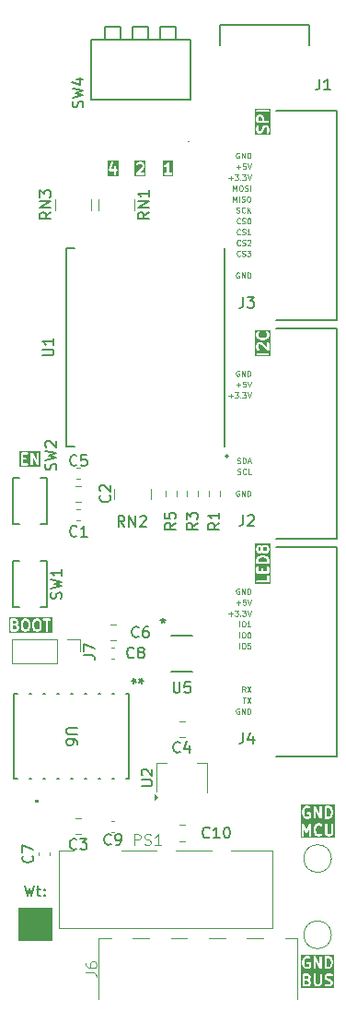
<source format=gbr>
%TF.GenerationSoftware,KiCad,Pcbnew,9.0.2*%
%TF.CreationDate,2025-05-29T14:15:01+03:00*%
%TF.ProjectId,PM-MCU_ESP32-C3,504d2d4d-4355-45f4-9553-5033322d4333,rev?*%
%TF.SameCoordinates,Original*%
%TF.FileFunction,Legend,Top*%
%TF.FilePolarity,Positive*%
%FSLAX46Y46*%
G04 Gerber Fmt 4.6, Leading zero omitted, Abs format (unit mm)*
G04 Created by KiCad (PCBNEW 9.0.2) date 2025-05-29 14:15:01*
%MOMM*%
%LPD*%
G01*
G04 APERTURE LIST*
%ADD10C,0.150000*%
%ADD11C,0.100000*%
%ADD12C,0.125000*%
%ADD13C,0.200000*%
%ADD14C,0.120000*%
%ADD15C,0.203200*%
%ADD16C,0.152400*%
%ADD17C,0.000000*%
G04 APERTURE END LIST*
D10*
X2047619Y-31454819D02*
X2285714Y-32454819D01*
X2285714Y-32454819D02*
X2476190Y-31740533D01*
X2476190Y-31740533D02*
X2666666Y-32454819D01*
X2666666Y-32454819D02*
X2904762Y-31454819D01*
X3142857Y-31788152D02*
X3523809Y-31788152D01*
X3285714Y-31454819D02*
X3285714Y-32311961D01*
X3285714Y-32311961D02*
X3333333Y-32407200D01*
X3333333Y-32407200D02*
X3428571Y-32454819D01*
X3428571Y-32454819D02*
X3523809Y-32454819D01*
X3857143Y-32359580D02*
X3904762Y-32407200D01*
X3904762Y-32407200D02*
X3857143Y-32454819D01*
X3857143Y-32454819D02*
X3809524Y-32407200D01*
X3809524Y-32407200D02*
X3857143Y-32359580D01*
X3857143Y-32359580D02*
X3857143Y-32454819D01*
X3857143Y-31835771D02*
X3904762Y-31883390D01*
X3904762Y-31883390D02*
X3857143Y-31931009D01*
X3857143Y-31931009D02*
X3809524Y-31883390D01*
X3809524Y-31883390D02*
X3857143Y-31835771D01*
X3857143Y-31835771D02*
X3857143Y-31931009D01*
D11*
X1500000Y-33500000D02*
X4500000Y-33500000D01*
X4500000Y-36500000D01*
X1500000Y-36500000D01*
X1500000Y-33500000D01*
G36*
X1500000Y-33500000D02*
G01*
X4500000Y-33500000D01*
X4500000Y-36500000D01*
X1500000Y-36500000D01*
X1500000Y-33500000D01*
G37*
D12*
X21798716Y-9724809D02*
X21798716Y-9224809D01*
X22132049Y-9224809D02*
X22227287Y-9224809D01*
X22227287Y-9224809D02*
X22274906Y-9248619D01*
X22274906Y-9248619D02*
X22322525Y-9296238D01*
X22322525Y-9296238D02*
X22346335Y-9391476D01*
X22346335Y-9391476D02*
X22346335Y-9558142D01*
X22346335Y-9558142D02*
X22322525Y-9653380D01*
X22322525Y-9653380D02*
X22274906Y-9701000D01*
X22274906Y-9701000D02*
X22227287Y-9724809D01*
X22227287Y-9724809D02*
X22132049Y-9724809D01*
X22132049Y-9724809D02*
X22084430Y-9701000D01*
X22084430Y-9701000D02*
X22036811Y-9653380D01*
X22036811Y-9653380D02*
X22013002Y-9558142D01*
X22013002Y-9558142D02*
X22013002Y-9391476D01*
X22013002Y-9391476D02*
X22036811Y-9296238D01*
X22036811Y-9296238D02*
X22084430Y-9248619D01*
X22084430Y-9248619D02*
X22132049Y-9224809D01*
X22798716Y-9224809D02*
X22560621Y-9224809D01*
X22560621Y-9224809D02*
X22536812Y-9462904D01*
X22536812Y-9462904D02*
X22560621Y-9439095D01*
X22560621Y-9439095D02*
X22608240Y-9415285D01*
X22608240Y-9415285D02*
X22727288Y-9415285D01*
X22727288Y-9415285D02*
X22774907Y-9439095D01*
X22774907Y-9439095D02*
X22798716Y-9462904D01*
X22798716Y-9462904D02*
X22822526Y-9510523D01*
X22822526Y-9510523D02*
X22822526Y-9629571D01*
X22822526Y-9629571D02*
X22798716Y-9677190D01*
X22798716Y-9677190D02*
X22774907Y-9701000D01*
X22774907Y-9701000D02*
X22727288Y-9724809D01*
X22727288Y-9724809D02*
X22608240Y-9724809D01*
X22608240Y-9724809D02*
X22560621Y-9701000D01*
X22560621Y-9701000D02*
X22536812Y-9677190D01*
X21870145Y26322810D02*
X21846336Y26299000D01*
X21846336Y26299000D02*
X21774907Y26275191D01*
X21774907Y26275191D02*
X21727288Y26275191D01*
X21727288Y26275191D02*
X21655860Y26299000D01*
X21655860Y26299000D02*
X21608241Y26346620D01*
X21608241Y26346620D02*
X21584431Y26394239D01*
X21584431Y26394239D02*
X21560622Y26489477D01*
X21560622Y26489477D02*
X21560622Y26560905D01*
X21560622Y26560905D02*
X21584431Y26656143D01*
X21584431Y26656143D02*
X21608241Y26703762D01*
X21608241Y26703762D02*
X21655860Y26751381D01*
X21655860Y26751381D02*
X21727288Y26775191D01*
X21727288Y26775191D02*
X21774907Y26775191D01*
X21774907Y26775191D02*
X21846336Y26751381D01*
X21846336Y26751381D02*
X21870145Y26727572D01*
X22060622Y26299000D02*
X22132050Y26275191D01*
X22132050Y26275191D02*
X22251098Y26275191D01*
X22251098Y26275191D02*
X22298717Y26299000D01*
X22298717Y26299000D02*
X22322526Y26322810D01*
X22322526Y26322810D02*
X22346336Y26370429D01*
X22346336Y26370429D02*
X22346336Y26418048D01*
X22346336Y26418048D02*
X22322526Y26465667D01*
X22322526Y26465667D02*
X22298717Y26489477D01*
X22298717Y26489477D02*
X22251098Y26513286D01*
X22251098Y26513286D02*
X22155860Y26537096D01*
X22155860Y26537096D02*
X22108241Y26560905D01*
X22108241Y26560905D02*
X22084431Y26584715D01*
X22084431Y26584715D02*
X22060622Y26632334D01*
X22060622Y26632334D02*
X22060622Y26679953D01*
X22060622Y26679953D02*
X22084431Y26727572D01*
X22084431Y26727572D02*
X22108241Y26751381D01*
X22108241Y26751381D02*
X22155860Y26775191D01*
X22155860Y26775191D02*
X22274907Y26775191D01*
X22274907Y26775191D02*
X22346336Y26751381D01*
X22513002Y26775191D02*
X22822526Y26775191D01*
X22822526Y26775191D02*
X22655859Y26584715D01*
X22655859Y26584715D02*
X22727288Y26584715D01*
X22727288Y26584715D02*
X22774907Y26560905D01*
X22774907Y26560905D02*
X22798716Y26537096D01*
X22798716Y26537096D02*
X22822526Y26489477D01*
X22822526Y26489477D02*
X22822526Y26370429D01*
X22822526Y26370429D02*
X22798716Y26322810D01*
X22798716Y26322810D02*
X22774907Y26299000D01*
X22774907Y26299000D02*
X22727288Y26275191D01*
X22727288Y26275191D02*
X22584431Y26275191D01*
X22584431Y26275191D02*
X22536812Y26299000D01*
X22536812Y26299000D02*
X22513002Y26322810D01*
X21536812Y30299000D02*
X21608240Y30275191D01*
X21608240Y30275191D02*
X21727288Y30275191D01*
X21727288Y30275191D02*
X21774907Y30299000D01*
X21774907Y30299000D02*
X21798716Y30322810D01*
X21798716Y30322810D02*
X21822526Y30370429D01*
X21822526Y30370429D02*
X21822526Y30418048D01*
X21822526Y30418048D02*
X21798716Y30465667D01*
X21798716Y30465667D02*
X21774907Y30489477D01*
X21774907Y30489477D02*
X21727288Y30513286D01*
X21727288Y30513286D02*
X21632050Y30537096D01*
X21632050Y30537096D02*
X21584431Y30560905D01*
X21584431Y30560905D02*
X21560621Y30584715D01*
X21560621Y30584715D02*
X21536812Y30632334D01*
X21536812Y30632334D02*
X21536812Y30679953D01*
X21536812Y30679953D02*
X21560621Y30727572D01*
X21560621Y30727572D02*
X21584431Y30751381D01*
X21584431Y30751381D02*
X21632050Y30775191D01*
X21632050Y30775191D02*
X21751097Y30775191D01*
X21751097Y30775191D02*
X21822526Y30751381D01*
X22322525Y30322810D02*
X22298716Y30299000D01*
X22298716Y30299000D02*
X22227287Y30275191D01*
X22227287Y30275191D02*
X22179668Y30275191D01*
X22179668Y30275191D02*
X22108240Y30299000D01*
X22108240Y30299000D02*
X22060621Y30346620D01*
X22060621Y30346620D02*
X22036811Y30394239D01*
X22036811Y30394239D02*
X22013002Y30489477D01*
X22013002Y30489477D02*
X22013002Y30560905D01*
X22013002Y30560905D02*
X22036811Y30656143D01*
X22036811Y30656143D02*
X22060621Y30703762D01*
X22060621Y30703762D02*
X22108240Y30751381D01*
X22108240Y30751381D02*
X22179668Y30775191D01*
X22179668Y30775191D02*
X22227287Y30775191D01*
X22227287Y30775191D02*
X22298716Y30751381D01*
X22298716Y30751381D02*
X22322525Y30727572D01*
X22536811Y30275191D02*
X22536811Y30775191D01*
X22822525Y30275191D02*
X22608240Y30560905D01*
X22822525Y30775191D02*
X22536811Y30489477D01*
X21774906Y-4248619D02*
X21727287Y-4224809D01*
X21727287Y-4224809D02*
X21655858Y-4224809D01*
X21655858Y-4224809D02*
X21584430Y-4248619D01*
X21584430Y-4248619D02*
X21536811Y-4296238D01*
X21536811Y-4296238D02*
X21513001Y-4343857D01*
X21513001Y-4343857D02*
X21489192Y-4439095D01*
X21489192Y-4439095D02*
X21489192Y-4510523D01*
X21489192Y-4510523D02*
X21513001Y-4605761D01*
X21513001Y-4605761D02*
X21536811Y-4653380D01*
X21536811Y-4653380D02*
X21584430Y-4701000D01*
X21584430Y-4701000D02*
X21655858Y-4724809D01*
X21655858Y-4724809D02*
X21703477Y-4724809D01*
X21703477Y-4724809D02*
X21774906Y-4701000D01*
X21774906Y-4701000D02*
X21798715Y-4677190D01*
X21798715Y-4677190D02*
X21798715Y-4510523D01*
X21798715Y-4510523D02*
X21703477Y-4510523D01*
X22013001Y-4724809D02*
X22013001Y-4224809D01*
X22013001Y-4224809D02*
X22298715Y-4724809D01*
X22298715Y-4724809D02*
X22298715Y-4224809D01*
X22536811Y-4724809D02*
X22536811Y-4224809D01*
X22536811Y-4224809D02*
X22655859Y-4224809D01*
X22655859Y-4224809D02*
X22727287Y-4248619D01*
X22727287Y-4248619D02*
X22774906Y-4296238D01*
X22774906Y-4296238D02*
X22798716Y-4343857D01*
X22798716Y-4343857D02*
X22822525Y-4439095D01*
X22822525Y-4439095D02*
X22822525Y-4510523D01*
X22822525Y-4510523D02*
X22798716Y-4605761D01*
X22798716Y-4605761D02*
X22774906Y-4653380D01*
X22774906Y-4653380D02*
X22727287Y-4701000D01*
X22727287Y-4701000D02*
X22655859Y-4724809D01*
X22655859Y-4724809D02*
X22536811Y-4724809D01*
X21798716Y-8724809D02*
X21798716Y-8224809D01*
X22132049Y-8224809D02*
X22227287Y-8224809D01*
X22227287Y-8224809D02*
X22274906Y-8248619D01*
X22274906Y-8248619D02*
X22322525Y-8296238D01*
X22322525Y-8296238D02*
X22346335Y-8391476D01*
X22346335Y-8391476D02*
X22346335Y-8558142D01*
X22346335Y-8558142D02*
X22322525Y-8653380D01*
X22322525Y-8653380D02*
X22274906Y-8701000D01*
X22274906Y-8701000D02*
X22227287Y-8724809D01*
X22227287Y-8724809D02*
X22132049Y-8724809D01*
X22132049Y-8724809D02*
X22084430Y-8701000D01*
X22084430Y-8701000D02*
X22036811Y-8653380D01*
X22036811Y-8653380D02*
X22013002Y-8558142D01*
X22013002Y-8558142D02*
X22013002Y-8391476D01*
X22013002Y-8391476D02*
X22036811Y-8296238D01*
X22036811Y-8296238D02*
X22084430Y-8248619D01*
X22084430Y-8248619D02*
X22132049Y-8224809D01*
X22655859Y-8224809D02*
X22703478Y-8224809D01*
X22703478Y-8224809D02*
X22751097Y-8248619D01*
X22751097Y-8248619D02*
X22774907Y-8272428D01*
X22774907Y-8272428D02*
X22798716Y-8320047D01*
X22798716Y-8320047D02*
X22822526Y-8415285D01*
X22822526Y-8415285D02*
X22822526Y-8534333D01*
X22822526Y-8534333D02*
X22798716Y-8629571D01*
X22798716Y-8629571D02*
X22774907Y-8677190D01*
X22774907Y-8677190D02*
X22751097Y-8701000D01*
X22751097Y-8701000D02*
X22703478Y-8724809D01*
X22703478Y-8724809D02*
X22655859Y-8724809D01*
X22655859Y-8724809D02*
X22608240Y-8701000D01*
X22608240Y-8701000D02*
X22584431Y-8677190D01*
X22584431Y-8677190D02*
X22560621Y-8629571D01*
X22560621Y-8629571D02*
X22536812Y-8534333D01*
X22536812Y-8534333D02*
X22536812Y-8415285D01*
X22536812Y-8415285D02*
X22560621Y-8320047D01*
X22560621Y-8320047D02*
X22584431Y-8272428D01*
X22584431Y-8272428D02*
X22608240Y-8248619D01*
X22608240Y-8248619D02*
X22655859Y-8224809D01*
X20798717Y-6534333D02*
X21179670Y-6534333D01*
X20989193Y-6724809D02*
X20989193Y-6343857D01*
X21370146Y-6224809D02*
X21679670Y-6224809D01*
X21679670Y-6224809D02*
X21513003Y-6415285D01*
X21513003Y-6415285D02*
X21584432Y-6415285D01*
X21584432Y-6415285D02*
X21632051Y-6439095D01*
X21632051Y-6439095D02*
X21655860Y-6462904D01*
X21655860Y-6462904D02*
X21679670Y-6510523D01*
X21679670Y-6510523D02*
X21679670Y-6629571D01*
X21679670Y-6629571D02*
X21655860Y-6677190D01*
X21655860Y-6677190D02*
X21632051Y-6701000D01*
X21632051Y-6701000D02*
X21584432Y-6724809D01*
X21584432Y-6724809D02*
X21441575Y-6724809D01*
X21441575Y-6724809D02*
X21393956Y-6701000D01*
X21393956Y-6701000D02*
X21370146Y-6677190D01*
X21893955Y-6677190D02*
X21917765Y-6701000D01*
X21917765Y-6701000D02*
X21893955Y-6724809D01*
X21893955Y-6724809D02*
X21870146Y-6701000D01*
X21870146Y-6701000D02*
X21893955Y-6677190D01*
X21893955Y-6677190D02*
X21893955Y-6724809D01*
X22084431Y-6224809D02*
X22393955Y-6224809D01*
X22393955Y-6224809D02*
X22227288Y-6415285D01*
X22227288Y-6415285D02*
X22298717Y-6415285D01*
X22298717Y-6415285D02*
X22346336Y-6439095D01*
X22346336Y-6439095D02*
X22370145Y-6462904D01*
X22370145Y-6462904D02*
X22393955Y-6510523D01*
X22393955Y-6510523D02*
X22393955Y-6629571D01*
X22393955Y-6629571D02*
X22370145Y-6677190D01*
X22370145Y-6677190D02*
X22346336Y-6701000D01*
X22346336Y-6701000D02*
X22298717Y-6724809D01*
X22298717Y-6724809D02*
X22155860Y-6724809D01*
X22155860Y-6724809D02*
X22108241Y-6701000D01*
X22108241Y-6701000D02*
X22084431Y-6677190D01*
X22536812Y-6224809D02*
X22703478Y-6724809D01*
X22703478Y-6724809D02*
X22870145Y-6224809D01*
D13*
G36*
X24179218Y-1416405D02*
G01*
X24250127Y-1451859D01*
X24317197Y-1518929D01*
X24352219Y-1623994D01*
X24352219Y-1745863D01*
X23552219Y-1745863D01*
X23552219Y-1623995D01*
X23587240Y-1518930D01*
X23654313Y-1451858D01*
X23725218Y-1416405D01*
X23893099Y-1374435D01*
X24011337Y-1374435D01*
X24179218Y-1416405D01*
G37*
G36*
X23726316Y-451859D02*
G01*
X23750985Y-476527D01*
X23780790Y-536137D01*
X23780790Y-679399D01*
X23750985Y-739008D01*
X23726316Y-763676D01*
X23666707Y-793482D01*
X23666302Y-793482D01*
X23606692Y-763677D01*
X23582024Y-739008D01*
X23552219Y-679398D01*
X23552219Y-536137D01*
X23582024Y-476527D01*
X23606692Y-451858D01*
X23666302Y-422054D01*
X23666707Y-422054D01*
X23726316Y-451859D01*
G37*
G36*
X24297746Y-451860D02*
G01*
X24322414Y-476527D01*
X24352219Y-536137D01*
X24352219Y-679399D01*
X24322414Y-739008D01*
X24297746Y-763675D01*
X24238135Y-793482D01*
X24094873Y-793482D01*
X24035263Y-763677D01*
X24010595Y-739008D01*
X23980790Y-679398D01*
X23980790Y-536137D01*
X24010595Y-476527D01*
X24035263Y-451858D01*
X24094873Y-422054D01*
X24238135Y-422054D01*
X24297746Y-451860D01*
G37*
G36*
X24663330Y-3771260D02*
G01*
X23241108Y-3771260D01*
X23241108Y-3540640D01*
X23354140Y-3540640D01*
X23354140Y-3579658D01*
X23369072Y-3615706D01*
X23396662Y-3643296D01*
X23432710Y-3658228D01*
X23452219Y-3660149D01*
X24452219Y-3660149D01*
X24471728Y-3658228D01*
X24507776Y-3643296D01*
X24535366Y-3615706D01*
X24550298Y-3579658D01*
X24552219Y-3560149D01*
X24552219Y-3083959D01*
X24550298Y-3064450D01*
X24535366Y-3028402D01*
X24507776Y-3000812D01*
X24471728Y-2985880D01*
X24432710Y-2985880D01*
X24396662Y-3000812D01*
X24369072Y-3028402D01*
X24354140Y-3064450D01*
X24352219Y-3083959D01*
X24352219Y-3460149D01*
X23452219Y-3460149D01*
X23432710Y-3462070D01*
X23396662Y-3477002D01*
X23369072Y-3504592D01*
X23354140Y-3540640D01*
X23241108Y-3540640D01*
X23241108Y-2274435D01*
X23352219Y-2274435D01*
X23352219Y-2750625D01*
X23354140Y-2770134D01*
X23369072Y-2806182D01*
X23396662Y-2833772D01*
X23432710Y-2848704D01*
X23452219Y-2850625D01*
X24452219Y-2850625D01*
X24471728Y-2848704D01*
X24507776Y-2833772D01*
X24535366Y-2806182D01*
X24550298Y-2770134D01*
X24552219Y-2750625D01*
X24552219Y-2274435D01*
X24550298Y-2254926D01*
X24535366Y-2218878D01*
X24507776Y-2191288D01*
X24471728Y-2176356D01*
X24432710Y-2176356D01*
X24396662Y-2191288D01*
X24369072Y-2218878D01*
X24354140Y-2254926D01*
X24352219Y-2274435D01*
X24352219Y-2650625D01*
X24028409Y-2650625D01*
X24028409Y-2417292D01*
X24026488Y-2397783D01*
X24011556Y-2361735D01*
X23983966Y-2334145D01*
X23947918Y-2319213D01*
X23908900Y-2319213D01*
X23872852Y-2334145D01*
X23845262Y-2361735D01*
X23830330Y-2397783D01*
X23828409Y-2417292D01*
X23828409Y-2650625D01*
X23552219Y-2650625D01*
X23552219Y-2274435D01*
X23550298Y-2254926D01*
X23535366Y-2218878D01*
X23507776Y-2191288D01*
X23471728Y-2176356D01*
X23432710Y-2176356D01*
X23396662Y-2191288D01*
X23369072Y-2218878D01*
X23354140Y-2254926D01*
X23352219Y-2274435D01*
X23241108Y-2274435D01*
X23241108Y-1607768D01*
X23352219Y-1607768D01*
X23352219Y-1845863D01*
X23354140Y-1865372D01*
X23369072Y-1901420D01*
X23396662Y-1929010D01*
X23432710Y-1943942D01*
X23452219Y-1945863D01*
X24452219Y-1945863D01*
X24471728Y-1943942D01*
X24507776Y-1929010D01*
X24535366Y-1901420D01*
X24550298Y-1865372D01*
X24552219Y-1845863D01*
X24552219Y-1607768D01*
X24551246Y-1597894D01*
X24551434Y-1595260D01*
X24550646Y-1591796D01*
X24550298Y-1588259D01*
X24549286Y-1585817D01*
X24547087Y-1576145D01*
X24499468Y-1433288D01*
X24491477Y-1415388D01*
X24489122Y-1412672D01*
X24487747Y-1409353D01*
X24475311Y-1394200D01*
X24380071Y-1298962D01*
X24372401Y-1292667D01*
X24370672Y-1290673D01*
X24367667Y-1288781D01*
X24364918Y-1286525D01*
X24362474Y-1285512D01*
X24354082Y-1280230D01*
X24258844Y-1232611D01*
X24257417Y-1232065D01*
X24256837Y-1231635D01*
X24248660Y-1228713D01*
X24240536Y-1225605D01*
X24239813Y-1225553D01*
X24238376Y-1225040D01*
X24047901Y-1177421D01*
X24044519Y-1176920D01*
X24043156Y-1176356D01*
X24035805Y-1175632D01*
X24028508Y-1174553D01*
X24027049Y-1174770D01*
X24023647Y-1174435D01*
X23880790Y-1174435D01*
X23877387Y-1174770D01*
X23875929Y-1174553D01*
X23868631Y-1175632D01*
X23861281Y-1176356D01*
X23859917Y-1176920D01*
X23856536Y-1177421D01*
X23666060Y-1225040D01*
X23664621Y-1225553D01*
X23663901Y-1225605D01*
X23655776Y-1228713D01*
X23647600Y-1231635D01*
X23647020Y-1232064D01*
X23645592Y-1232611D01*
X23550355Y-1280230D01*
X23541956Y-1285516D01*
X23539519Y-1286526D01*
X23536775Y-1288777D01*
X23533764Y-1290673D01*
X23532031Y-1292670D01*
X23524365Y-1298962D01*
X23429127Y-1394200D01*
X23416691Y-1409354D01*
X23415316Y-1412672D01*
X23412961Y-1415388D01*
X23404970Y-1433289D01*
X23357351Y-1576145D01*
X23355151Y-1585816D01*
X23354140Y-1588259D01*
X23353791Y-1591797D01*
X23353004Y-1595261D01*
X23353191Y-1597894D01*
X23352219Y-1607768D01*
X23241108Y-1607768D01*
X23241108Y-512530D01*
X23352219Y-512530D01*
X23352219Y-703006D01*
X23354140Y-722515D01*
X23355515Y-725835D01*
X23355770Y-729419D01*
X23362776Y-747727D01*
X23410395Y-842965D01*
X23415680Y-851361D01*
X23416691Y-853801D01*
X23418944Y-856547D01*
X23420838Y-859555D01*
X23422832Y-861284D01*
X23429127Y-868955D01*
X23476746Y-916573D01*
X23484412Y-922865D01*
X23486145Y-924863D01*
X23489153Y-926756D01*
X23491899Y-929010D01*
X23494339Y-930020D01*
X23502736Y-935306D01*
X23597973Y-982925D01*
X23616282Y-989931D01*
X23619865Y-990185D01*
X23623186Y-991561D01*
X23642695Y-993482D01*
X23690314Y-993482D01*
X23709823Y-991561D01*
X23713143Y-990185D01*
X23716727Y-989931D01*
X23735035Y-982925D01*
X23830273Y-935306D01*
X23838669Y-930020D01*
X23841109Y-929010D01*
X23843855Y-926756D01*
X23846863Y-924863D01*
X23848592Y-922868D01*
X23856263Y-916574D01*
X23880789Y-892046D01*
X23905317Y-916573D01*
X23912983Y-922865D01*
X23914716Y-924863D01*
X23917724Y-926756D01*
X23920470Y-929010D01*
X23922910Y-930020D01*
X23931307Y-935306D01*
X24026544Y-982925D01*
X24044853Y-989931D01*
X24048436Y-990185D01*
X24051757Y-991561D01*
X24071266Y-993482D01*
X24261742Y-993482D01*
X24281251Y-991561D01*
X24284571Y-990185D01*
X24288155Y-989931D01*
X24306463Y-982925D01*
X24401701Y-935306D01*
X24410093Y-930022D01*
X24412537Y-929011D01*
X24415286Y-926754D01*
X24418291Y-924863D01*
X24420020Y-922868D01*
X24427690Y-916574D01*
X24475310Y-868956D01*
X24481603Y-861287D01*
X24483600Y-859556D01*
X24485493Y-856547D01*
X24487747Y-853802D01*
X24488757Y-851361D01*
X24494043Y-842965D01*
X24541662Y-747728D01*
X24548668Y-729419D01*
X24548922Y-725835D01*
X24550298Y-722515D01*
X24552219Y-703006D01*
X24552219Y-512530D01*
X24550298Y-493021D01*
X24548922Y-489700D01*
X24548668Y-486117D01*
X24541662Y-467808D01*
X24494043Y-372571D01*
X24488757Y-364174D01*
X24487747Y-361734D01*
X24485493Y-358988D01*
X24483600Y-355980D01*
X24481603Y-354248D01*
X24475310Y-346580D01*
X24427690Y-298962D01*
X24420020Y-292667D01*
X24418291Y-290673D01*
X24415286Y-288781D01*
X24412537Y-286525D01*
X24410093Y-285513D01*
X24401701Y-280230D01*
X24306463Y-232611D01*
X24288155Y-225605D01*
X24284571Y-225350D01*
X24281251Y-223975D01*
X24261742Y-222054D01*
X24071266Y-222054D01*
X24051757Y-223975D01*
X24048436Y-225350D01*
X24044853Y-225605D01*
X24026544Y-232611D01*
X23931307Y-280230D01*
X23922910Y-285515D01*
X23920470Y-286526D01*
X23917724Y-288779D01*
X23914716Y-290673D01*
X23912983Y-292670D01*
X23905317Y-298963D01*
X23880789Y-323489D01*
X23856263Y-298962D01*
X23848592Y-292667D01*
X23846863Y-290673D01*
X23843855Y-288779D01*
X23841109Y-286526D01*
X23838669Y-285515D01*
X23830273Y-280230D01*
X23735035Y-232611D01*
X23716727Y-225605D01*
X23713143Y-225350D01*
X23709823Y-223975D01*
X23690314Y-222054D01*
X23642695Y-222054D01*
X23623186Y-223975D01*
X23619865Y-225350D01*
X23616282Y-225605D01*
X23597973Y-232611D01*
X23502736Y-280230D01*
X23494339Y-285515D01*
X23491899Y-286526D01*
X23489153Y-288779D01*
X23486145Y-290673D01*
X23484412Y-292670D01*
X23476746Y-298963D01*
X23429127Y-346581D01*
X23422832Y-354251D01*
X23420838Y-355981D01*
X23418944Y-358988D01*
X23416691Y-361735D01*
X23415680Y-364174D01*
X23410395Y-372571D01*
X23362776Y-467809D01*
X23355770Y-486117D01*
X23355515Y-489700D01*
X23354140Y-493021D01*
X23352219Y-512530D01*
X23241108Y-512530D01*
X23241108Y-110943D01*
X24663330Y-110943D01*
X24663330Y-3771260D01*
G37*
G36*
X3489206Y6956670D02*
G01*
X1590794Y6956670D01*
X1590794Y8167781D01*
X1701905Y8167781D01*
X1701905Y7167781D01*
X1703826Y7148272D01*
X1718758Y7112224D01*
X1746348Y7084634D01*
X1782396Y7069702D01*
X1801905Y7067781D01*
X2278095Y7067781D01*
X2297604Y7069702D01*
X2333652Y7084634D01*
X2361242Y7112224D01*
X2376174Y7148272D01*
X2376174Y7187290D01*
X2361242Y7223338D01*
X2333652Y7250928D01*
X2297604Y7265860D01*
X2278095Y7267781D01*
X1901905Y7267781D01*
X1901905Y7591591D01*
X2135238Y7591591D01*
X2154747Y7593512D01*
X2190795Y7608444D01*
X2218385Y7636034D01*
X2233317Y7672082D01*
X2233317Y7711100D01*
X2218385Y7747148D01*
X2190795Y7774738D01*
X2154747Y7789670D01*
X2135238Y7791591D01*
X1901905Y7791591D01*
X1901905Y8067781D01*
X2278095Y8067781D01*
X2297604Y8069702D01*
X2333652Y8084634D01*
X2361242Y8112224D01*
X2376174Y8148272D01*
X2376174Y8167781D01*
X2606667Y8167781D01*
X2606667Y7167781D01*
X2608588Y7148272D01*
X2623520Y7112224D01*
X2651110Y7084634D01*
X2687158Y7069702D01*
X2726176Y7069702D01*
X2762224Y7084634D01*
X2789814Y7112224D01*
X2804746Y7148272D01*
X2806667Y7167781D01*
X2806667Y7791225D01*
X3191271Y7118167D01*
X3194189Y7114057D01*
X3194948Y7112224D01*
X3196814Y7110358D01*
X3202618Y7102182D01*
X3213134Y7094038D01*
X3222538Y7084634D01*
X3228425Y7082196D01*
X3233467Y7078291D01*
X3246299Y7074792D01*
X3258586Y7069702D01*
X3264962Y7069702D01*
X3271111Y7068025D01*
X3284304Y7069702D01*
X3297604Y7069702D01*
X3303492Y7072142D01*
X3309817Y7072945D01*
X3321366Y7079546D01*
X3333652Y7084634D01*
X3338159Y7089142D01*
X3343694Y7092304D01*
X3351838Y7102821D01*
X3361242Y7112224D01*
X3363680Y7118112D01*
X3367585Y7123153D01*
X3371084Y7135986D01*
X3376174Y7148272D01*
X3377156Y7158250D01*
X3377851Y7160796D01*
X3377600Y7162764D01*
X3378095Y7167781D01*
X3378095Y8167781D01*
X3376174Y8187290D01*
X3361242Y8223338D01*
X3333652Y8250928D01*
X3297604Y8265860D01*
X3258586Y8265860D01*
X3222538Y8250928D01*
X3194948Y8223338D01*
X3180016Y8187290D01*
X3178095Y8167781D01*
X3178095Y7544338D01*
X2793491Y8217395D01*
X2790572Y8221506D01*
X2789814Y8223338D01*
X2787947Y8225205D01*
X2782144Y8233380D01*
X2771629Y8241523D01*
X2762224Y8250928D01*
X2756333Y8253368D01*
X2751295Y8257270D01*
X2738466Y8260769D01*
X2726176Y8265860D01*
X2719801Y8265860D01*
X2713652Y8267537D01*
X2700459Y8265860D01*
X2687158Y8265860D01*
X2681269Y8263421D01*
X2674945Y8262617D01*
X2663395Y8256017D01*
X2651110Y8250928D01*
X2646602Y8246421D01*
X2641068Y8243258D01*
X2632925Y8232744D01*
X2623520Y8223338D01*
X2621080Y8217448D01*
X2617178Y8212409D01*
X2613679Y8199581D01*
X2608588Y8187290D01*
X2607605Y8177313D01*
X2606911Y8174766D01*
X2607161Y8172799D01*
X2606667Y8167781D01*
X2376174Y8167781D01*
X2376174Y8187290D01*
X2361242Y8223338D01*
X2333652Y8250928D01*
X2297604Y8265860D01*
X2278095Y8267781D01*
X1801905Y8267781D01*
X1782396Y8265860D01*
X1746348Y8250928D01*
X1718758Y8223338D01*
X1703826Y8187290D01*
X1701905Y8167781D01*
X1590794Y8167781D01*
X1590794Y8378892D01*
X3489206Y8378892D01*
X3489206Y6956670D01*
G37*
D12*
X22108241Y-14224809D02*
X22393955Y-14224809D01*
X22251098Y-14724809D02*
X22251098Y-14224809D01*
X22513002Y-14224809D02*
X22846335Y-14724809D01*
X22846335Y-14224809D02*
X22513002Y-14724809D01*
D13*
G36*
X24663330Y17090137D02*
G01*
X23241108Y17090137D01*
X23241108Y17320757D01*
X23354140Y17320757D01*
X23354140Y17281739D01*
X23369072Y17245691D01*
X23396662Y17218101D01*
X23432710Y17203169D01*
X23452219Y17201248D01*
X24452219Y17201248D01*
X24471728Y17203169D01*
X24507776Y17218101D01*
X24535366Y17245691D01*
X24550298Y17281739D01*
X24550298Y17320757D01*
X24535366Y17356805D01*
X24507776Y17384395D01*
X24471728Y17399327D01*
X24452219Y17401248D01*
X23452219Y17401248D01*
X23432710Y17399327D01*
X23396662Y17384395D01*
X23369072Y17356805D01*
X23354140Y17320757D01*
X23241108Y17320757D01*
X23241108Y18110771D01*
X23352219Y18110771D01*
X23352219Y17872676D01*
X23354140Y17853167D01*
X23355515Y17849847D01*
X23355770Y17846263D01*
X23362776Y17827955D01*
X23410395Y17732717D01*
X23415680Y17724321D01*
X23416691Y17721881D01*
X23418944Y17719135D01*
X23420838Y17716127D01*
X23422832Y17714398D01*
X23429127Y17706727D01*
X23476746Y17659109D01*
X23491899Y17646672D01*
X23527948Y17631741D01*
X23566966Y17631741D01*
X23603014Y17646672D01*
X23630604Y17674262D01*
X23645535Y17710310D01*
X23645535Y17749328D01*
X23630604Y17785377D01*
X23618167Y17800530D01*
X23582024Y17836674D01*
X23552219Y17896284D01*
X23552219Y18087164D01*
X23582024Y18146774D01*
X23606692Y18171443D01*
X23666302Y18201247D01*
X23721706Y18201247D01*
X23826770Y18166226D01*
X24381508Y17611489D01*
X24396662Y17599053D01*
X24432710Y17584121D01*
X24471728Y17584121D01*
X24507776Y17599053D01*
X24535366Y17626643D01*
X24550298Y17662691D01*
X24552219Y17682200D01*
X24552219Y18301247D01*
X24550298Y18320756D01*
X24535366Y18356804D01*
X24507776Y18384394D01*
X24471728Y18399326D01*
X24432710Y18399326D01*
X24396662Y18384394D01*
X24369072Y18356804D01*
X24354140Y18320756D01*
X24352219Y18301247D01*
X24352219Y17923622D01*
X23951501Y18324339D01*
X23936347Y18336775D01*
X23933028Y18338150D01*
X23930313Y18340505D01*
X23912412Y18348496D01*
X23769556Y18396115D01*
X23759884Y18398315D01*
X23757442Y18399326D01*
X23753903Y18399675D01*
X23750440Y18400462D01*
X23747806Y18400275D01*
X23737933Y18401247D01*
X23642695Y18401247D01*
X23623186Y18399326D01*
X23619865Y18397951D01*
X23616282Y18397696D01*
X23597973Y18390690D01*
X23502736Y18343071D01*
X23494339Y18337786D01*
X23491899Y18336775D01*
X23489153Y18334522D01*
X23486145Y18332628D01*
X23484412Y18330631D01*
X23476746Y18324338D01*
X23429127Y18276720D01*
X23422832Y18269050D01*
X23420838Y18267320D01*
X23418944Y18264313D01*
X23416691Y18261566D01*
X23415680Y18259127D01*
X23410395Y18250730D01*
X23362776Y18155492D01*
X23355770Y18137184D01*
X23355515Y18133601D01*
X23354140Y18130280D01*
X23352219Y18110771D01*
X23241108Y18110771D01*
X23241108Y19110771D01*
X23352219Y19110771D01*
X23352219Y19015533D01*
X23353191Y19005660D01*
X23353004Y19003026D01*
X23353791Y18999563D01*
X23354140Y18996024D01*
X23355151Y18993582D01*
X23357351Y18983910D01*
X23404970Y18841054D01*
X23412961Y18823153D01*
X23415316Y18820438D01*
X23416691Y18817119D01*
X23429127Y18801965D01*
X23524365Y18706727D01*
X23532031Y18700436D01*
X23533764Y18698438D01*
X23536775Y18696543D01*
X23539519Y18694291D01*
X23541956Y18693282D01*
X23550355Y18687995D01*
X23645592Y18640376D01*
X23647020Y18639830D01*
X23647600Y18639400D01*
X23655776Y18636479D01*
X23663901Y18633370D01*
X23664621Y18633319D01*
X23666060Y18632805D01*
X23856536Y18585186D01*
X23859917Y18584686D01*
X23861281Y18584121D01*
X23868631Y18583398D01*
X23875929Y18582318D01*
X23877387Y18582536D01*
X23880790Y18582200D01*
X24023647Y18582200D01*
X24027049Y18582536D01*
X24028508Y18582318D01*
X24035805Y18583398D01*
X24043156Y18584121D01*
X24044519Y18584686D01*
X24047901Y18585186D01*
X24238376Y18632805D01*
X24239813Y18633319D01*
X24240536Y18633370D01*
X24248660Y18636479D01*
X24256837Y18639400D01*
X24257417Y18639831D01*
X24258844Y18640376D01*
X24354082Y18687995D01*
X24362474Y18693278D01*
X24364918Y18694290D01*
X24367667Y18696547D01*
X24370672Y18698438D01*
X24372401Y18700433D01*
X24380071Y18706727D01*
X24475311Y18801965D01*
X24487747Y18817118D01*
X24489122Y18820438D01*
X24491477Y18823153D01*
X24499468Y18841053D01*
X24547087Y18983910D01*
X24549286Y18993583D01*
X24550298Y18996024D01*
X24550646Y18999562D01*
X24551434Y19003025D01*
X24551246Y19005660D01*
X24552219Y19015533D01*
X24552219Y19110771D01*
X24551246Y19120645D01*
X24551434Y19123279D01*
X24550646Y19126743D01*
X24550298Y19130280D01*
X24549286Y19132722D01*
X24547087Y19142394D01*
X24499468Y19285251D01*
X24491477Y19303151D01*
X24489122Y19305867D01*
X24487747Y19309186D01*
X24475310Y19324340D01*
X24427690Y19371958D01*
X24412537Y19384395D01*
X24376488Y19399326D01*
X24337470Y19399325D01*
X24301422Y19384394D01*
X24273832Y19356804D01*
X24258901Y19320755D01*
X24258902Y19281737D01*
X24273833Y19245689D01*
X24286270Y19230536D01*
X24317197Y19199610D01*
X24352219Y19094545D01*
X24352219Y19031760D01*
X24317197Y18926695D01*
X24250127Y18859625D01*
X24179218Y18824171D01*
X24011337Y18782200D01*
X23893099Y18782200D01*
X23725218Y18824171D01*
X23654313Y18859623D01*
X23587240Y18926696D01*
X23552219Y19031760D01*
X23552219Y19094544D01*
X23587240Y19199610D01*
X23618167Y19230536D01*
X23630604Y19245689D01*
X23645535Y19281738D01*
X23645535Y19320756D01*
X23630604Y19356804D01*
X23603014Y19384394D01*
X23566966Y19399325D01*
X23527948Y19399325D01*
X23491899Y19384394D01*
X23476746Y19371957D01*
X23429127Y19324339D01*
X23416691Y19309185D01*
X23415316Y19305867D01*
X23412961Y19303151D01*
X23404970Y19285250D01*
X23357351Y19142394D01*
X23355151Y19132723D01*
X23354140Y19130280D01*
X23353791Y19126742D01*
X23353004Y19123278D01*
X23353191Y19120645D01*
X23352219Y19110771D01*
X23241108Y19110771D01*
X23241108Y19510437D01*
X24663330Y19510437D01*
X24663330Y17090137D01*
G37*
G36*
X1271695Y-7683430D02*
G01*
X1291147Y-7702882D01*
X1320952Y-7762492D01*
X1320952Y-7858135D01*
X1291147Y-7917743D01*
X1266478Y-7942413D01*
X1206869Y-7972219D01*
X949524Y-7972219D01*
X949524Y-7648409D01*
X1166630Y-7648409D01*
X1271695Y-7683430D01*
G37*
G36*
X1218859Y-7202024D02*
G01*
X1243528Y-7226692D01*
X1273333Y-7286302D01*
X1273333Y-7334326D01*
X1243528Y-7393935D01*
X1218859Y-7418603D01*
X1159250Y-7448409D01*
X949524Y-7448409D01*
X949524Y-7172219D01*
X1159250Y-7172219D01*
X1218859Y-7202024D01*
G37*
G36*
X2266477Y-7202023D02*
G01*
X2330656Y-7266202D01*
X2368571Y-7417861D01*
X2368571Y-7726575D01*
X2330655Y-7878235D01*
X2266479Y-7942413D01*
X2206869Y-7972219D01*
X2063607Y-7972219D01*
X2003997Y-7942414D01*
X1939820Y-7878236D01*
X1901905Y-7726575D01*
X1901905Y-7417862D01*
X1939820Y-7266202D01*
X2003999Y-7202023D01*
X2063607Y-7172219D01*
X2206869Y-7172219D01*
X2266477Y-7202023D01*
G37*
G36*
X3314096Y-7202023D02*
G01*
X3378275Y-7266202D01*
X3416190Y-7417861D01*
X3416190Y-7726575D01*
X3378274Y-7878235D01*
X3314098Y-7942413D01*
X3254488Y-7972219D01*
X3111226Y-7972219D01*
X3051616Y-7942414D01*
X2987439Y-7878236D01*
X2949524Y-7726575D01*
X2949524Y-7417862D01*
X2987439Y-7266202D01*
X3051618Y-7202023D01*
X3111226Y-7172219D01*
X3254488Y-7172219D01*
X3314096Y-7202023D01*
G37*
G36*
X4582523Y-8283330D02*
G01*
X638413Y-8283330D01*
X638413Y-7072219D01*
X749524Y-7072219D01*
X749524Y-8072219D01*
X751445Y-8091728D01*
X766377Y-8127776D01*
X793967Y-8155366D01*
X830015Y-8170298D01*
X849524Y-8172219D01*
X1230476Y-8172219D01*
X1249985Y-8170298D01*
X1253305Y-8168922D01*
X1256889Y-8168668D01*
X1275197Y-8161662D01*
X1370435Y-8114043D01*
X1378830Y-8108758D01*
X1381272Y-8107747D01*
X1384019Y-8105491D01*
X1387025Y-8103600D01*
X1388755Y-8101605D01*
X1396425Y-8095310D01*
X1444044Y-8047690D01*
X1450336Y-8040023D01*
X1452333Y-8038292D01*
X1454226Y-8035284D01*
X1456481Y-8032537D01*
X1457492Y-8030095D01*
X1462776Y-8021701D01*
X1510395Y-7926464D01*
X1517401Y-7908155D01*
X1517655Y-7904571D01*
X1519031Y-7901251D01*
X1520952Y-7881742D01*
X1520952Y-7738885D01*
X1519031Y-7719376D01*
X1517655Y-7716055D01*
X1517401Y-7712472D01*
X1510395Y-7694163D01*
X1462776Y-7598926D01*
X1457490Y-7590529D01*
X1456480Y-7588089D01*
X1454226Y-7585343D01*
X1452333Y-7582335D01*
X1450335Y-7580602D01*
X1444043Y-7572936D01*
X1396425Y-7525317D01*
X1395636Y-7524669D01*
X1396424Y-7523882D01*
X1402716Y-7516215D01*
X1404714Y-7514483D01*
X1406607Y-7511474D01*
X1408861Y-7508729D01*
X1409871Y-7506288D01*
X1415157Y-7497892D01*
X1461327Y-7405552D01*
X1701905Y-7405552D01*
X1701905Y-7738885D01*
X1702240Y-7742287D01*
X1702023Y-7743746D01*
X1703102Y-7751043D01*
X1703826Y-7758394D01*
X1704390Y-7759757D01*
X1704891Y-7763139D01*
X1752510Y-7953614D01*
X1759105Y-7972075D01*
X1763530Y-7978047D01*
X1766376Y-7984918D01*
X1778813Y-8000071D01*
X1874051Y-8095311D01*
X1881719Y-8101604D01*
X1883450Y-8103600D01*
X1886457Y-8105493D01*
X1889204Y-8107747D01*
X1891644Y-8108757D01*
X1900041Y-8114043D01*
X1995278Y-8161662D01*
X2013587Y-8168668D01*
X2017170Y-8168922D01*
X2020491Y-8170298D01*
X2040000Y-8172219D01*
X2230476Y-8172219D01*
X2249985Y-8170298D01*
X2253305Y-8168922D01*
X2256889Y-8168668D01*
X2275197Y-8161662D01*
X2370435Y-8114043D01*
X2378830Y-8108758D01*
X2381272Y-8107747D01*
X2384019Y-8105491D01*
X2387025Y-8103600D01*
X2388755Y-8101605D01*
X2396425Y-8095310D01*
X2491663Y-8000071D01*
X2504100Y-7984918D01*
X2506945Y-7978047D01*
X2511371Y-7972075D01*
X2517966Y-7953615D01*
X2565585Y-7763139D01*
X2566085Y-7759757D01*
X2566650Y-7758394D01*
X2567373Y-7751043D01*
X2568453Y-7743746D01*
X2568235Y-7742287D01*
X2568571Y-7738885D01*
X2568571Y-7405552D01*
X2749524Y-7405552D01*
X2749524Y-7738885D01*
X2749859Y-7742287D01*
X2749642Y-7743746D01*
X2750721Y-7751043D01*
X2751445Y-7758394D01*
X2752009Y-7759757D01*
X2752510Y-7763139D01*
X2800129Y-7953614D01*
X2806724Y-7972075D01*
X2811149Y-7978047D01*
X2813995Y-7984918D01*
X2826432Y-8000071D01*
X2921670Y-8095311D01*
X2929338Y-8101604D01*
X2931069Y-8103600D01*
X2934076Y-8105493D01*
X2936823Y-8107747D01*
X2939263Y-8108757D01*
X2947660Y-8114043D01*
X3042897Y-8161662D01*
X3061206Y-8168668D01*
X3064789Y-8168922D01*
X3068110Y-8170298D01*
X3087619Y-8172219D01*
X3278095Y-8172219D01*
X3297604Y-8170298D01*
X3300924Y-8168922D01*
X3304508Y-8168668D01*
X3322816Y-8161662D01*
X3418054Y-8114043D01*
X3426449Y-8108758D01*
X3428891Y-8107747D01*
X3431638Y-8105491D01*
X3434644Y-8103600D01*
X3436374Y-8101605D01*
X3444044Y-8095310D01*
X3539282Y-8000071D01*
X3551719Y-7984918D01*
X3554564Y-7978047D01*
X3558990Y-7972075D01*
X3565585Y-7953615D01*
X3613204Y-7763139D01*
X3613704Y-7759757D01*
X3614269Y-7758394D01*
X3614992Y-7751043D01*
X3616072Y-7743746D01*
X3615854Y-7742287D01*
X3616190Y-7738885D01*
X3616190Y-7405552D01*
X3615854Y-7402149D01*
X3616072Y-7400691D01*
X3614992Y-7393393D01*
X3614269Y-7386043D01*
X3613704Y-7384679D01*
X3613204Y-7381298D01*
X3565585Y-7190822D01*
X3558990Y-7172362D01*
X3554563Y-7166387D01*
X3551718Y-7159519D01*
X3539282Y-7144365D01*
X3447627Y-7052710D01*
X3703826Y-7052710D01*
X3703826Y-7091728D01*
X3718758Y-7127776D01*
X3746348Y-7155366D01*
X3782396Y-7170298D01*
X3801905Y-7172219D01*
X3987619Y-7172219D01*
X3987619Y-8072219D01*
X3989540Y-8091728D01*
X4004472Y-8127776D01*
X4032062Y-8155366D01*
X4068110Y-8170298D01*
X4107128Y-8170298D01*
X4143176Y-8155366D01*
X4170766Y-8127776D01*
X4185698Y-8091728D01*
X4187619Y-8072219D01*
X4187619Y-7172219D01*
X4373333Y-7172219D01*
X4392842Y-7170298D01*
X4428890Y-7155366D01*
X4456480Y-7127776D01*
X4471412Y-7091728D01*
X4471412Y-7052710D01*
X4456480Y-7016662D01*
X4428890Y-6989072D01*
X4392842Y-6974140D01*
X4373333Y-6972219D01*
X3801905Y-6972219D01*
X3782396Y-6974140D01*
X3746348Y-6989072D01*
X3718758Y-7016662D01*
X3703826Y-7052710D01*
X3447627Y-7052710D01*
X3444044Y-7049127D01*
X3436373Y-7042832D01*
X3434644Y-7040838D01*
X3431636Y-7038944D01*
X3428890Y-7036691D01*
X3426450Y-7035680D01*
X3418054Y-7030395D01*
X3322816Y-6982776D01*
X3304508Y-6975770D01*
X3300924Y-6975515D01*
X3297604Y-6974140D01*
X3278095Y-6972219D01*
X3087619Y-6972219D01*
X3068110Y-6974140D01*
X3064789Y-6975515D01*
X3061206Y-6975770D01*
X3042897Y-6982776D01*
X2947660Y-7030395D01*
X2939261Y-7035681D01*
X2936824Y-7036691D01*
X2934080Y-7038942D01*
X2931069Y-7040838D01*
X2929336Y-7042835D01*
X2921670Y-7049127D01*
X2826432Y-7144365D01*
X2813996Y-7159519D01*
X2811150Y-7166387D01*
X2806724Y-7172362D01*
X2800129Y-7190823D01*
X2752510Y-7381298D01*
X2752009Y-7384679D01*
X2751445Y-7386043D01*
X2750721Y-7393393D01*
X2749642Y-7400691D01*
X2749859Y-7402149D01*
X2749524Y-7405552D01*
X2568571Y-7405552D01*
X2568235Y-7402149D01*
X2568453Y-7400691D01*
X2567373Y-7393393D01*
X2566650Y-7386043D01*
X2566085Y-7384679D01*
X2565585Y-7381298D01*
X2517966Y-7190822D01*
X2511371Y-7172362D01*
X2506944Y-7166387D01*
X2504099Y-7159519D01*
X2491663Y-7144365D01*
X2396425Y-7049127D01*
X2388754Y-7042832D01*
X2387025Y-7040838D01*
X2384017Y-7038944D01*
X2381271Y-7036691D01*
X2378831Y-7035680D01*
X2370435Y-7030395D01*
X2275197Y-6982776D01*
X2256889Y-6975770D01*
X2253305Y-6975515D01*
X2249985Y-6974140D01*
X2230476Y-6972219D01*
X2040000Y-6972219D01*
X2020491Y-6974140D01*
X2017170Y-6975515D01*
X2013587Y-6975770D01*
X1995278Y-6982776D01*
X1900041Y-7030395D01*
X1891642Y-7035681D01*
X1889205Y-7036691D01*
X1886461Y-7038942D01*
X1883450Y-7040838D01*
X1881717Y-7042835D01*
X1874051Y-7049127D01*
X1778813Y-7144365D01*
X1766377Y-7159519D01*
X1763531Y-7166387D01*
X1759105Y-7172362D01*
X1752510Y-7190823D01*
X1704891Y-7381298D01*
X1704390Y-7384679D01*
X1703826Y-7386043D01*
X1703102Y-7393393D01*
X1702023Y-7400691D01*
X1702240Y-7402149D01*
X1701905Y-7405552D01*
X1461327Y-7405552D01*
X1462776Y-7402655D01*
X1469782Y-7384346D01*
X1470036Y-7380762D01*
X1471412Y-7377442D01*
X1473333Y-7357933D01*
X1473333Y-7262695D01*
X1471412Y-7243186D01*
X1470036Y-7239865D01*
X1469782Y-7236282D01*
X1462776Y-7217973D01*
X1415157Y-7122736D01*
X1409871Y-7114339D01*
X1408861Y-7111899D01*
X1406607Y-7109153D01*
X1404714Y-7106145D01*
X1402716Y-7104412D01*
X1396424Y-7096746D01*
X1348806Y-7049127D01*
X1341135Y-7042832D01*
X1339406Y-7040838D01*
X1336398Y-7038944D01*
X1333652Y-7036691D01*
X1331212Y-7035680D01*
X1322816Y-7030395D01*
X1227578Y-6982776D01*
X1209270Y-6975770D01*
X1205686Y-6975515D01*
X1202366Y-6974140D01*
X1182857Y-6972219D01*
X849524Y-6972219D01*
X830015Y-6974140D01*
X793967Y-6989072D01*
X766377Y-7016662D01*
X751445Y-7052710D01*
X749524Y-7072219D01*
X638413Y-7072219D01*
X638413Y-6861108D01*
X4582523Y-6861108D01*
X4582523Y-8283330D01*
G37*
D12*
X21774906Y35751381D02*
X21727287Y35775191D01*
X21727287Y35775191D02*
X21655858Y35775191D01*
X21655858Y35775191D02*
X21584430Y35751381D01*
X21584430Y35751381D02*
X21536811Y35703762D01*
X21536811Y35703762D02*
X21513001Y35656143D01*
X21513001Y35656143D02*
X21489192Y35560905D01*
X21489192Y35560905D02*
X21489192Y35489477D01*
X21489192Y35489477D02*
X21513001Y35394239D01*
X21513001Y35394239D02*
X21536811Y35346620D01*
X21536811Y35346620D02*
X21584430Y35299000D01*
X21584430Y35299000D02*
X21655858Y35275191D01*
X21655858Y35275191D02*
X21703477Y35275191D01*
X21703477Y35275191D02*
X21774906Y35299000D01*
X21774906Y35299000D02*
X21798715Y35322810D01*
X21798715Y35322810D02*
X21798715Y35489477D01*
X21798715Y35489477D02*
X21703477Y35489477D01*
X22013001Y35275191D02*
X22013001Y35775191D01*
X22013001Y35775191D02*
X22298715Y35275191D01*
X22298715Y35275191D02*
X22298715Y35775191D01*
X22536811Y35275191D02*
X22536811Y35775191D01*
X22536811Y35775191D02*
X22655859Y35775191D01*
X22655859Y35775191D02*
X22727287Y35751381D01*
X22727287Y35751381D02*
X22774906Y35703762D01*
X22774906Y35703762D02*
X22798716Y35656143D01*
X22798716Y35656143D02*
X22822525Y35560905D01*
X22822525Y35560905D02*
X22822525Y35489477D01*
X22822525Y35489477D02*
X22798716Y35394239D01*
X22798716Y35394239D02*
X22774906Y35346620D01*
X22774906Y35346620D02*
X22727287Y35299000D01*
X22727287Y35299000D02*
X22655859Y35275191D01*
X22655859Y35275191D02*
X22536811Y35275191D01*
X20798717Y13465667D02*
X21179670Y13465667D01*
X20989193Y13275191D02*
X20989193Y13656143D01*
X21370146Y13775191D02*
X21679670Y13775191D01*
X21679670Y13775191D02*
X21513003Y13584715D01*
X21513003Y13584715D02*
X21584432Y13584715D01*
X21584432Y13584715D02*
X21632051Y13560905D01*
X21632051Y13560905D02*
X21655860Y13537096D01*
X21655860Y13537096D02*
X21679670Y13489477D01*
X21679670Y13489477D02*
X21679670Y13370429D01*
X21679670Y13370429D02*
X21655860Y13322810D01*
X21655860Y13322810D02*
X21632051Y13299000D01*
X21632051Y13299000D02*
X21584432Y13275191D01*
X21584432Y13275191D02*
X21441575Y13275191D01*
X21441575Y13275191D02*
X21393956Y13299000D01*
X21393956Y13299000D02*
X21370146Y13322810D01*
X21893955Y13322810D02*
X21917765Y13299000D01*
X21917765Y13299000D02*
X21893955Y13275191D01*
X21893955Y13275191D02*
X21870146Y13299000D01*
X21870146Y13299000D02*
X21893955Y13322810D01*
X21893955Y13322810D02*
X21893955Y13275191D01*
X22084431Y13775191D02*
X22393955Y13775191D01*
X22393955Y13775191D02*
X22227288Y13584715D01*
X22227288Y13584715D02*
X22298717Y13584715D01*
X22298717Y13584715D02*
X22346336Y13560905D01*
X22346336Y13560905D02*
X22370145Y13537096D01*
X22370145Y13537096D02*
X22393955Y13489477D01*
X22393955Y13489477D02*
X22393955Y13370429D01*
X22393955Y13370429D02*
X22370145Y13322810D01*
X22370145Y13322810D02*
X22346336Y13299000D01*
X22346336Y13299000D02*
X22298717Y13275191D01*
X22298717Y13275191D02*
X22155860Y13275191D01*
X22155860Y13275191D02*
X22108241Y13299000D01*
X22108241Y13299000D02*
X22084431Y13322810D01*
X22536812Y13775191D02*
X22703478Y13275191D01*
X22703478Y13275191D02*
X22870145Y13775191D01*
X21870145Y27322810D02*
X21846336Y27299000D01*
X21846336Y27299000D02*
X21774907Y27275191D01*
X21774907Y27275191D02*
X21727288Y27275191D01*
X21727288Y27275191D02*
X21655860Y27299000D01*
X21655860Y27299000D02*
X21608241Y27346620D01*
X21608241Y27346620D02*
X21584431Y27394239D01*
X21584431Y27394239D02*
X21560622Y27489477D01*
X21560622Y27489477D02*
X21560622Y27560905D01*
X21560622Y27560905D02*
X21584431Y27656143D01*
X21584431Y27656143D02*
X21608241Y27703762D01*
X21608241Y27703762D02*
X21655860Y27751381D01*
X21655860Y27751381D02*
X21727288Y27775191D01*
X21727288Y27775191D02*
X21774907Y27775191D01*
X21774907Y27775191D02*
X21846336Y27751381D01*
X21846336Y27751381D02*
X21870145Y27727572D01*
X22060622Y27299000D02*
X22132050Y27275191D01*
X22132050Y27275191D02*
X22251098Y27275191D01*
X22251098Y27275191D02*
X22298717Y27299000D01*
X22298717Y27299000D02*
X22322526Y27322810D01*
X22322526Y27322810D02*
X22346336Y27370429D01*
X22346336Y27370429D02*
X22346336Y27418048D01*
X22346336Y27418048D02*
X22322526Y27465667D01*
X22322526Y27465667D02*
X22298717Y27489477D01*
X22298717Y27489477D02*
X22251098Y27513286D01*
X22251098Y27513286D02*
X22155860Y27537096D01*
X22155860Y27537096D02*
X22108241Y27560905D01*
X22108241Y27560905D02*
X22084431Y27584715D01*
X22084431Y27584715D02*
X22060622Y27632334D01*
X22060622Y27632334D02*
X22060622Y27679953D01*
X22060622Y27679953D02*
X22084431Y27727572D01*
X22084431Y27727572D02*
X22108241Y27751381D01*
X22108241Y27751381D02*
X22155860Y27775191D01*
X22155860Y27775191D02*
X22274907Y27775191D01*
X22274907Y27775191D02*
X22346336Y27751381D01*
X22536812Y27727572D02*
X22560621Y27751381D01*
X22560621Y27751381D02*
X22608240Y27775191D01*
X22608240Y27775191D02*
X22727288Y27775191D01*
X22727288Y27775191D02*
X22774907Y27751381D01*
X22774907Y27751381D02*
X22798716Y27727572D01*
X22798716Y27727572D02*
X22822526Y27679953D01*
X22822526Y27679953D02*
X22822526Y27632334D01*
X22822526Y27632334D02*
X22798716Y27560905D01*
X22798716Y27560905D02*
X22513002Y27275191D01*
X22513002Y27275191D02*
X22822526Y27275191D01*
X21774906Y15751381D02*
X21727287Y15775191D01*
X21727287Y15775191D02*
X21655858Y15775191D01*
X21655858Y15775191D02*
X21584430Y15751381D01*
X21584430Y15751381D02*
X21536811Y15703762D01*
X21536811Y15703762D02*
X21513001Y15656143D01*
X21513001Y15656143D02*
X21489192Y15560905D01*
X21489192Y15560905D02*
X21489192Y15489477D01*
X21489192Y15489477D02*
X21513001Y15394239D01*
X21513001Y15394239D02*
X21536811Y15346620D01*
X21536811Y15346620D02*
X21584430Y15299000D01*
X21584430Y15299000D02*
X21655858Y15275191D01*
X21655858Y15275191D02*
X21703477Y15275191D01*
X21703477Y15275191D02*
X21774906Y15299000D01*
X21774906Y15299000D02*
X21798715Y15322810D01*
X21798715Y15322810D02*
X21798715Y15489477D01*
X21798715Y15489477D02*
X21703477Y15489477D01*
X22013001Y15275191D02*
X22013001Y15775191D01*
X22013001Y15775191D02*
X22298715Y15275191D01*
X22298715Y15275191D02*
X22298715Y15775191D01*
X22536811Y15275191D02*
X22536811Y15775191D01*
X22536811Y15775191D02*
X22655859Y15775191D01*
X22655859Y15775191D02*
X22727287Y15751381D01*
X22727287Y15751381D02*
X22774906Y15703762D01*
X22774906Y15703762D02*
X22798716Y15656143D01*
X22798716Y15656143D02*
X22822525Y15560905D01*
X22822525Y15560905D02*
X22822525Y15489477D01*
X22822525Y15489477D02*
X22798716Y15394239D01*
X22798716Y15394239D02*
X22774906Y15346620D01*
X22774906Y15346620D02*
X22727287Y15299000D01*
X22727287Y15299000D02*
X22655859Y15275191D01*
X22655859Y15275191D02*
X22536811Y15275191D01*
D13*
G36*
X30088837Y-24392296D02*
G01*
X30155910Y-24459369D01*
X30191362Y-24530274D01*
X30233333Y-24698155D01*
X30233333Y-24816393D01*
X30191362Y-24984274D01*
X30155909Y-25055180D01*
X30088838Y-25122253D01*
X29983773Y-25157275D01*
X29861905Y-25157275D01*
X29861905Y-24357275D01*
X29983773Y-24357275D01*
X30088837Y-24392296D01*
G37*
G36*
X30568253Y-27078330D02*
G01*
X27431746Y-27078330D01*
X27431746Y-25867219D01*
X27542857Y-25867219D01*
X27542857Y-26867219D01*
X27544778Y-26886728D01*
X27559710Y-26922776D01*
X27587300Y-26950366D01*
X27623348Y-26965298D01*
X27662366Y-26965298D01*
X27698414Y-26950366D01*
X27726004Y-26922776D01*
X27740936Y-26886728D01*
X27742857Y-26867219D01*
X27742857Y-26317975D01*
X27885572Y-26623793D01*
X27889804Y-26630938D01*
X27890684Y-26633356D01*
X27892249Y-26635065D01*
X27895563Y-26640659D01*
X27906773Y-26650925D01*
X27917035Y-26662131D01*
X27921060Y-26664009D01*
X27924338Y-26667011D01*
X27938620Y-26672204D01*
X27952393Y-26678632D01*
X27956832Y-26678827D01*
X27961007Y-26680345D01*
X27976190Y-26679677D01*
X27991373Y-26680345D01*
X27995546Y-26678827D01*
X27999988Y-26678632D01*
X28013772Y-26672199D01*
X28028042Y-26667010D01*
X28031315Y-26664012D01*
X28035345Y-26662132D01*
X28045614Y-26650917D01*
X28056817Y-26640659D01*
X28060128Y-26635068D01*
X28061697Y-26633356D01*
X28062577Y-26630934D01*
X28066808Y-26623793D01*
X28209523Y-26317974D01*
X28209523Y-26867219D01*
X28211444Y-26886728D01*
X28226376Y-26922776D01*
X28253966Y-26950366D01*
X28290014Y-26965298D01*
X28329032Y-26965298D01*
X28365080Y-26950366D01*
X28392670Y-26922776D01*
X28407602Y-26886728D01*
X28409523Y-26867219D01*
X28409523Y-26295790D01*
X28638095Y-26295790D01*
X28638095Y-26438647D01*
X28638430Y-26442049D01*
X28638213Y-26443508D01*
X28639292Y-26450805D01*
X28640016Y-26458156D01*
X28640580Y-26459519D01*
X28641081Y-26462901D01*
X28688700Y-26653376D01*
X28689213Y-26654813D01*
X28689265Y-26655536D01*
X28692373Y-26663660D01*
X28695295Y-26671837D01*
X28695725Y-26672417D01*
X28696271Y-26673844D01*
X28743890Y-26769082D01*
X28749172Y-26777474D01*
X28750185Y-26779918D01*
X28752441Y-26782667D01*
X28754333Y-26785672D01*
X28756327Y-26787401D01*
X28762622Y-26795071D01*
X28857860Y-26890311D01*
X28873013Y-26902747D01*
X28876332Y-26904122D01*
X28879048Y-26906477D01*
X28896948Y-26914468D01*
X29039805Y-26962087D01*
X29049477Y-26964286D01*
X29051919Y-26965298D01*
X29055456Y-26965646D01*
X29058920Y-26966434D01*
X29061554Y-26966246D01*
X29071428Y-26967219D01*
X29166666Y-26967219D01*
X29176539Y-26966246D01*
X29179173Y-26966434D01*
X29182636Y-26965646D01*
X29186175Y-26965298D01*
X29188617Y-26964286D01*
X29198289Y-26962087D01*
X29341145Y-26914468D01*
X29359046Y-26906477D01*
X29361761Y-26904122D01*
X29365081Y-26902747D01*
X29380234Y-26890310D01*
X29427853Y-26842690D01*
X29440290Y-26827537D01*
X29455221Y-26791488D01*
X29455220Y-26752470D01*
X29440289Y-26716422D01*
X29412698Y-26688832D01*
X29376650Y-26673901D01*
X29337632Y-26673902D01*
X29301584Y-26688833D01*
X29286430Y-26701270D01*
X29255503Y-26732197D01*
X29150439Y-26767219D01*
X29087654Y-26767219D01*
X28982589Y-26732197D01*
X28915519Y-26665127D01*
X28880065Y-26594218D01*
X28838095Y-26426337D01*
X28838095Y-26308100D01*
X28880065Y-26140218D01*
X28915518Y-26069312D01*
X28982590Y-26002240D01*
X29087654Y-25967219D01*
X29150439Y-25967219D01*
X29255504Y-26002240D01*
X29286431Y-26033167D01*
X29301584Y-26045604D01*
X29337633Y-26060535D01*
X29376651Y-26060535D01*
X29412699Y-26045604D01*
X29440289Y-26018014D01*
X29455220Y-25981966D01*
X29455220Y-25942948D01*
X29440289Y-25906899D01*
X29427852Y-25891746D01*
X29403326Y-25867219D01*
X29685714Y-25867219D01*
X29685714Y-26676742D01*
X29687635Y-26696251D01*
X29689010Y-26699571D01*
X29689265Y-26703155D01*
X29696271Y-26721463D01*
X29743890Y-26816701D01*
X29749173Y-26825093D01*
X29750185Y-26827537D01*
X29752441Y-26830286D01*
X29754333Y-26833291D01*
X29756327Y-26835020D01*
X29762622Y-26842690D01*
X29810240Y-26890310D01*
X29817908Y-26896603D01*
X29819640Y-26898600D01*
X29822648Y-26900493D01*
X29825394Y-26902747D01*
X29827834Y-26903757D01*
X29836231Y-26909043D01*
X29931468Y-26956662D01*
X29949777Y-26963668D01*
X29953360Y-26963922D01*
X29956681Y-26965298D01*
X29976190Y-26967219D01*
X30166666Y-26967219D01*
X30186175Y-26965298D01*
X30189495Y-26963922D01*
X30193079Y-26963668D01*
X30211387Y-26956662D01*
X30306625Y-26909043D01*
X30315020Y-26903758D01*
X30317462Y-26902747D01*
X30320209Y-26900491D01*
X30323215Y-26898600D01*
X30324945Y-26896605D01*
X30332615Y-26890310D01*
X30380234Y-26842690D01*
X30386526Y-26835023D01*
X30388523Y-26833292D01*
X30390416Y-26830284D01*
X30392671Y-26827537D01*
X30393682Y-26825095D01*
X30398966Y-26816701D01*
X30446585Y-26721464D01*
X30453591Y-26703155D01*
X30453845Y-26699571D01*
X30455221Y-26696251D01*
X30457142Y-26676742D01*
X30457142Y-25867219D01*
X30455221Y-25847710D01*
X30440289Y-25811662D01*
X30412699Y-25784072D01*
X30376651Y-25769140D01*
X30337633Y-25769140D01*
X30301585Y-25784072D01*
X30273995Y-25811662D01*
X30259063Y-25847710D01*
X30257142Y-25867219D01*
X30257142Y-26653135D01*
X30227337Y-26712743D01*
X30202668Y-26737413D01*
X30143059Y-26767219D01*
X29999797Y-26767219D01*
X29940187Y-26737414D01*
X29915520Y-26712746D01*
X29885714Y-26653134D01*
X29885714Y-25867219D01*
X29883793Y-25847710D01*
X29868861Y-25811662D01*
X29841271Y-25784072D01*
X29805223Y-25769140D01*
X29766205Y-25769140D01*
X29730157Y-25784072D01*
X29702567Y-25811662D01*
X29687635Y-25847710D01*
X29685714Y-25867219D01*
X29403326Y-25867219D01*
X29380234Y-25844127D01*
X29365080Y-25831691D01*
X29361761Y-25830316D01*
X29359046Y-25827961D01*
X29341145Y-25819970D01*
X29198289Y-25772351D01*
X29188617Y-25770151D01*
X29186175Y-25769140D01*
X29182636Y-25768791D01*
X29179173Y-25768004D01*
X29176539Y-25768191D01*
X29166666Y-25767219D01*
X29071428Y-25767219D01*
X29061554Y-25768191D01*
X29058920Y-25768004D01*
X29055456Y-25768791D01*
X29051919Y-25769140D01*
X29049477Y-25770151D01*
X29039805Y-25772351D01*
X28896948Y-25819970D01*
X28879048Y-25827961D01*
X28876332Y-25830316D01*
X28873014Y-25831691D01*
X28857860Y-25844127D01*
X28762622Y-25939365D01*
X28756327Y-25947035D01*
X28754333Y-25948765D01*
X28752439Y-25951772D01*
X28750186Y-25954519D01*
X28749175Y-25956958D01*
X28743890Y-25965355D01*
X28696271Y-26060593D01*
X28695725Y-26062019D01*
X28695295Y-26062600D01*
X28692373Y-26070776D01*
X28689265Y-26078901D01*
X28689213Y-26079623D01*
X28688700Y-26081061D01*
X28641081Y-26271536D01*
X28640580Y-26274917D01*
X28640016Y-26276281D01*
X28639292Y-26283631D01*
X28638213Y-26290929D01*
X28638430Y-26292387D01*
X28638095Y-26295790D01*
X28409523Y-26295790D01*
X28409523Y-25867219D01*
X28408260Y-25854395D01*
X28408364Y-25852036D01*
X28407903Y-25850768D01*
X28407602Y-25847710D01*
X28400961Y-25831679D01*
X28395030Y-25815367D01*
X28393523Y-25813721D01*
X28392670Y-25811662D01*
X28380408Y-25799400D01*
X28368678Y-25786591D01*
X28366654Y-25785646D01*
X28365080Y-25784072D01*
X28349064Y-25777437D01*
X28333321Y-25770091D01*
X28331091Y-25769993D01*
X28329032Y-25769140D01*
X28311680Y-25769140D01*
X28294340Y-25768378D01*
X28292244Y-25769140D01*
X28290014Y-25769140D01*
X28273983Y-25775780D01*
X28257671Y-25781712D01*
X28256025Y-25783218D01*
X28253966Y-25784072D01*
X28241698Y-25796339D01*
X28228896Y-25808064D01*
X28227329Y-25810708D01*
X28226376Y-25811662D01*
X28225472Y-25813843D01*
X28218905Y-25824930D01*
X27976189Y-26345033D01*
X27733475Y-25824930D01*
X27726907Y-25813843D01*
X27726004Y-25811662D01*
X27725050Y-25810708D01*
X27723484Y-25808064D01*
X27710687Y-25796345D01*
X27698414Y-25784072D01*
X27696352Y-25783218D01*
X27694709Y-25781713D01*
X27678407Y-25775784D01*
X27662366Y-25769140D01*
X27660135Y-25769140D01*
X27658040Y-25768378D01*
X27640700Y-25769140D01*
X27623348Y-25769140D01*
X27621288Y-25769993D01*
X27619060Y-25770091D01*
X27603329Y-25777432D01*
X27587300Y-25784072D01*
X27585723Y-25785648D01*
X27583702Y-25786592D01*
X27571983Y-25799388D01*
X27559710Y-25811662D01*
X27558856Y-25813723D01*
X27557351Y-25815367D01*
X27551422Y-25831668D01*
X27544778Y-25847710D01*
X27544476Y-25850768D01*
X27544016Y-25852036D01*
X27544119Y-25854395D01*
X27542857Y-25867219D01*
X27431746Y-25867219D01*
X27431746Y-24685846D01*
X27566667Y-24685846D01*
X27566667Y-24828703D01*
X27567002Y-24832105D01*
X27566785Y-24833564D01*
X27567864Y-24840861D01*
X27568588Y-24848212D01*
X27569152Y-24849575D01*
X27569653Y-24852957D01*
X27617272Y-25043432D01*
X27617785Y-25044869D01*
X27617837Y-25045592D01*
X27620945Y-25053716D01*
X27623867Y-25061893D01*
X27624297Y-25062473D01*
X27624843Y-25063900D01*
X27672462Y-25159138D01*
X27677744Y-25167530D01*
X27678757Y-25169974D01*
X27681013Y-25172723D01*
X27682905Y-25175728D01*
X27684899Y-25177457D01*
X27691194Y-25185127D01*
X27786432Y-25280367D01*
X27801585Y-25292803D01*
X27804904Y-25294178D01*
X27807620Y-25296533D01*
X27825520Y-25304524D01*
X27968377Y-25352143D01*
X27978049Y-25354342D01*
X27980491Y-25355354D01*
X27984028Y-25355702D01*
X27987492Y-25356490D01*
X27990126Y-25356302D01*
X28000000Y-25357275D01*
X28095238Y-25357275D01*
X28105111Y-25356302D01*
X28107745Y-25356490D01*
X28111208Y-25355702D01*
X28114747Y-25355354D01*
X28117189Y-25354342D01*
X28126861Y-25352143D01*
X28269717Y-25304524D01*
X28287618Y-25296533D01*
X28290333Y-25294178D01*
X28293653Y-25292803D01*
X28308806Y-25280366D01*
X28356425Y-25232746D01*
X28368862Y-25217593D01*
X28383793Y-25181544D01*
X28385714Y-25162036D01*
X28385714Y-24828703D01*
X28383793Y-24809194D01*
X28368861Y-24773146D01*
X28341271Y-24745556D01*
X28305223Y-24730624D01*
X28285714Y-24728703D01*
X28095238Y-24728703D01*
X28075729Y-24730624D01*
X28039681Y-24745556D01*
X28012091Y-24773146D01*
X27997159Y-24809194D01*
X27997159Y-24848212D01*
X28012091Y-24884260D01*
X28039681Y-24911850D01*
X28075729Y-24926782D01*
X28095238Y-24928703D01*
X28185714Y-24928703D01*
X28185714Y-25120615D01*
X28184075Y-25122253D01*
X28079011Y-25157275D01*
X28016226Y-25157275D01*
X27911161Y-25122253D01*
X27844091Y-25055183D01*
X27808637Y-24984274D01*
X27766667Y-24816393D01*
X27766667Y-24698156D01*
X27808637Y-24530274D01*
X27844090Y-24459368D01*
X27911162Y-24392296D01*
X28016226Y-24357275D01*
X28119250Y-24357275D01*
X28193373Y-24394337D01*
X28211682Y-24401343D01*
X28250602Y-24404109D01*
X28287618Y-24391770D01*
X28317095Y-24366205D01*
X28334544Y-24331307D01*
X28337309Y-24292387D01*
X28325606Y-24257275D01*
X28614286Y-24257275D01*
X28614286Y-25257275D01*
X28616207Y-25276784D01*
X28631139Y-25312832D01*
X28658729Y-25340422D01*
X28694777Y-25355354D01*
X28733795Y-25355354D01*
X28769843Y-25340422D01*
X28797433Y-25312832D01*
X28812365Y-25276784D01*
X28814286Y-25257275D01*
X28814286Y-24633831D01*
X29198890Y-25306889D01*
X29201808Y-25310999D01*
X29202567Y-25312832D01*
X29204433Y-25314698D01*
X29210237Y-25322874D01*
X29220753Y-25331018D01*
X29230157Y-25340422D01*
X29236044Y-25342860D01*
X29241086Y-25346765D01*
X29253918Y-25350264D01*
X29266205Y-25355354D01*
X29272581Y-25355354D01*
X29278730Y-25357031D01*
X29291923Y-25355354D01*
X29305223Y-25355354D01*
X29311111Y-25352914D01*
X29317436Y-25352111D01*
X29328985Y-25345510D01*
X29341271Y-25340422D01*
X29345778Y-25335914D01*
X29351313Y-25332752D01*
X29359457Y-25322235D01*
X29368861Y-25312832D01*
X29371299Y-25306944D01*
X29375204Y-25301903D01*
X29378703Y-25289070D01*
X29383793Y-25276784D01*
X29384775Y-25266806D01*
X29385470Y-25264260D01*
X29385219Y-25262292D01*
X29385714Y-25257275D01*
X29385714Y-24257275D01*
X29661905Y-24257275D01*
X29661905Y-25257275D01*
X29663826Y-25276784D01*
X29678758Y-25312832D01*
X29706348Y-25340422D01*
X29742396Y-25355354D01*
X29761905Y-25357275D01*
X30000000Y-25357275D01*
X30009873Y-25356302D01*
X30012507Y-25356490D01*
X30015970Y-25355702D01*
X30019509Y-25355354D01*
X30021951Y-25354342D01*
X30031623Y-25352143D01*
X30174479Y-25304524D01*
X30192380Y-25296533D01*
X30195095Y-25294178D01*
X30198415Y-25292803D01*
X30213568Y-25280366D01*
X30308806Y-25185127D01*
X30315098Y-25177460D01*
X30317095Y-25175729D01*
X30318988Y-25172721D01*
X30321243Y-25169974D01*
X30322254Y-25167532D01*
X30327538Y-25159138D01*
X30375157Y-25063901D01*
X30375703Y-25062472D01*
X30376133Y-25061893D01*
X30379054Y-25053716D01*
X30382163Y-25045592D01*
X30382214Y-25044871D01*
X30382728Y-25043433D01*
X30430347Y-24852957D01*
X30430847Y-24849575D01*
X30431412Y-24848212D01*
X30432135Y-24840861D01*
X30433215Y-24833564D01*
X30432997Y-24832105D01*
X30433333Y-24828703D01*
X30433333Y-24685846D01*
X30432997Y-24682443D01*
X30433215Y-24680985D01*
X30432135Y-24673687D01*
X30431412Y-24666337D01*
X30430847Y-24664973D01*
X30430347Y-24661592D01*
X30382728Y-24471116D01*
X30382214Y-24469677D01*
X30382163Y-24468957D01*
X30379054Y-24460832D01*
X30376133Y-24452656D01*
X30375703Y-24452076D01*
X30375157Y-24450648D01*
X30327538Y-24355411D01*
X30322251Y-24347012D01*
X30321242Y-24344575D01*
X30318990Y-24341831D01*
X30317095Y-24338820D01*
X30315097Y-24337087D01*
X30308806Y-24329421D01*
X30213568Y-24234183D01*
X30198414Y-24221747D01*
X30195095Y-24220372D01*
X30192380Y-24218017D01*
X30174479Y-24210026D01*
X30031623Y-24162407D01*
X30021951Y-24160207D01*
X30019509Y-24159196D01*
X30015970Y-24158847D01*
X30012507Y-24158060D01*
X30009873Y-24158247D01*
X30000000Y-24157275D01*
X29761905Y-24157275D01*
X29742396Y-24159196D01*
X29706348Y-24174128D01*
X29678758Y-24201718D01*
X29663826Y-24237766D01*
X29661905Y-24257275D01*
X29385714Y-24257275D01*
X29383793Y-24237766D01*
X29368861Y-24201718D01*
X29341271Y-24174128D01*
X29305223Y-24159196D01*
X29266205Y-24159196D01*
X29230157Y-24174128D01*
X29202567Y-24201718D01*
X29187635Y-24237766D01*
X29185714Y-24257275D01*
X29185714Y-24880718D01*
X28801110Y-24207661D01*
X28798191Y-24203550D01*
X28797433Y-24201718D01*
X28795566Y-24199851D01*
X28789763Y-24191676D01*
X28779248Y-24183533D01*
X28769843Y-24174128D01*
X28763952Y-24171688D01*
X28758914Y-24167786D01*
X28746085Y-24164287D01*
X28733795Y-24159196D01*
X28727420Y-24159196D01*
X28721271Y-24157519D01*
X28708078Y-24159196D01*
X28694777Y-24159196D01*
X28688888Y-24161635D01*
X28682564Y-24162439D01*
X28671014Y-24169039D01*
X28658729Y-24174128D01*
X28654221Y-24178635D01*
X28648687Y-24181798D01*
X28640544Y-24192312D01*
X28631139Y-24201718D01*
X28628699Y-24207608D01*
X28624797Y-24212647D01*
X28621298Y-24225475D01*
X28616207Y-24237766D01*
X28615224Y-24247743D01*
X28614530Y-24250290D01*
X28614780Y-24252257D01*
X28614286Y-24257275D01*
X28325606Y-24257275D01*
X28324971Y-24255371D01*
X28299406Y-24225894D01*
X28282816Y-24215451D01*
X28187578Y-24167832D01*
X28169270Y-24160826D01*
X28165686Y-24160571D01*
X28162366Y-24159196D01*
X28142857Y-24157275D01*
X28000000Y-24157275D01*
X27990126Y-24158247D01*
X27987492Y-24158060D01*
X27984028Y-24158847D01*
X27980491Y-24159196D01*
X27978049Y-24160207D01*
X27968377Y-24162407D01*
X27825520Y-24210026D01*
X27807620Y-24218017D01*
X27804904Y-24220372D01*
X27801586Y-24221747D01*
X27786432Y-24234183D01*
X27691194Y-24329421D01*
X27684899Y-24337091D01*
X27682905Y-24338821D01*
X27681011Y-24341828D01*
X27678758Y-24344575D01*
X27677747Y-24347014D01*
X27672462Y-24355411D01*
X27624843Y-24450649D01*
X27624297Y-24452075D01*
X27623867Y-24452656D01*
X27620945Y-24460832D01*
X27617837Y-24468957D01*
X27617785Y-24469679D01*
X27617272Y-24471117D01*
X27569653Y-24661592D01*
X27569152Y-24664973D01*
X27568588Y-24666337D01*
X27567864Y-24673687D01*
X27566785Y-24680985D01*
X27567002Y-24682443D01*
X27566667Y-24685846D01*
X27431746Y-24685846D01*
X27431746Y-24046164D01*
X30568253Y-24046164D01*
X30568253Y-27078330D01*
G37*
G36*
X10702523Y33628591D02*
G01*
X9663960Y33628591D01*
X9663960Y34183622D01*
X9775071Y34183622D01*
X9776207Y34167638D01*
X9776207Y34151606D01*
X9777582Y34148286D01*
X9777837Y34144702D01*
X9785004Y34130367D01*
X9791139Y34115558D01*
X9793679Y34113018D01*
X9795287Y34109803D01*
X9807398Y34099299D01*
X9818729Y34087968D01*
X9822047Y34086594D01*
X9824763Y34084238D01*
X9839972Y34079169D01*
X9854777Y34073036D01*
X9859877Y34072534D01*
X9861779Y34071900D01*
X9864412Y34072088D01*
X9874286Y34071115D01*
X10250476Y34071115D01*
X10250476Y33837781D01*
X10252397Y33818272D01*
X10267329Y33782224D01*
X10294919Y33754634D01*
X10330967Y33739702D01*
X10369985Y33739702D01*
X10406033Y33754634D01*
X10433623Y33782224D01*
X10448555Y33818272D01*
X10450476Y33837781D01*
X10450476Y34071115D01*
X10493333Y34071115D01*
X10512842Y34073036D01*
X10548890Y34087968D01*
X10576480Y34115558D01*
X10591412Y34151606D01*
X10591412Y34190624D01*
X10576480Y34226672D01*
X10548890Y34254262D01*
X10512842Y34269194D01*
X10493333Y34271115D01*
X10450476Y34271115D01*
X10450476Y34504448D01*
X10448555Y34523957D01*
X10433623Y34560005D01*
X10406033Y34587595D01*
X10369985Y34602527D01*
X10330967Y34602527D01*
X10294919Y34587595D01*
X10267329Y34560005D01*
X10252397Y34523957D01*
X10250476Y34504448D01*
X10250476Y34271115D01*
X10013028Y34271115D01*
X10207249Y34853777D01*
X10211596Y34872892D01*
X10208830Y34911812D01*
X10191380Y34946711D01*
X10161904Y34972276D01*
X10124888Y34984615D01*
X10085968Y34981848D01*
X10051069Y34964399D01*
X10025504Y34934923D01*
X10017513Y34917022D01*
X9779418Y34202738D01*
X9777218Y34193067D01*
X9776207Y34190624D01*
X9776207Y34188618D01*
X9775071Y34183622D01*
X9663960Y34183622D01*
X9663960Y35095726D01*
X10702523Y35095726D01*
X10702523Y33628591D01*
G37*
D12*
X21774906Y4751381D02*
X21727287Y4775191D01*
X21727287Y4775191D02*
X21655858Y4775191D01*
X21655858Y4775191D02*
X21584430Y4751381D01*
X21584430Y4751381D02*
X21536811Y4703762D01*
X21536811Y4703762D02*
X21513001Y4656143D01*
X21513001Y4656143D02*
X21489192Y4560905D01*
X21489192Y4560905D02*
X21489192Y4489477D01*
X21489192Y4489477D02*
X21513001Y4394239D01*
X21513001Y4394239D02*
X21536811Y4346620D01*
X21536811Y4346620D02*
X21584430Y4299000D01*
X21584430Y4299000D02*
X21655858Y4275191D01*
X21655858Y4275191D02*
X21703477Y4275191D01*
X21703477Y4275191D02*
X21774906Y4299000D01*
X21774906Y4299000D02*
X21798715Y4322810D01*
X21798715Y4322810D02*
X21798715Y4489477D01*
X21798715Y4489477D02*
X21703477Y4489477D01*
X22013001Y4275191D02*
X22013001Y4775191D01*
X22013001Y4775191D02*
X22298715Y4275191D01*
X22298715Y4275191D02*
X22298715Y4775191D01*
X22536811Y4275191D02*
X22536811Y4775191D01*
X22536811Y4775191D02*
X22655859Y4775191D01*
X22655859Y4775191D02*
X22727287Y4751381D01*
X22727287Y4751381D02*
X22774906Y4703762D01*
X22774906Y4703762D02*
X22798716Y4656143D01*
X22798716Y4656143D02*
X22822525Y4560905D01*
X22822525Y4560905D02*
X22822525Y4489477D01*
X22822525Y4489477D02*
X22798716Y4394239D01*
X22798716Y4394239D02*
X22774906Y4346620D01*
X22774906Y4346620D02*
X22727287Y4299000D01*
X22727287Y4299000D02*
X22655859Y4275191D01*
X22655859Y4275191D02*
X22536811Y4275191D01*
X21608241Y7299000D02*
X21679669Y7275191D01*
X21679669Y7275191D02*
X21798717Y7275191D01*
X21798717Y7275191D02*
X21846336Y7299000D01*
X21846336Y7299000D02*
X21870145Y7322810D01*
X21870145Y7322810D02*
X21893955Y7370429D01*
X21893955Y7370429D02*
X21893955Y7418048D01*
X21893955Y7418048D02*
X21870145Y7465667D01*
X21870145Y7465667D02*
X21846336Y7489477D01*
X21846336Y7489477D02*
X21798717Y7513286D01*
X21798717Y7513286D02*
X21703479Y7537096D01*
X21703479Y7537096D02*
X21655860Y7560905D01*
X21655860Y7560905D02*
X21632050Y7584715D01*
X21632050Y7584715D02*
X21608241Y7632334D01*
X21608241Y7632334D02*
X21608241Y7679953D01*
X21608241Y7679953D02*
X21632050Y7727572D01*
X21632050Y7727572D02*
X21655860Y7751381D01*
X21655860Y7751381D02*
X21703479Y7775191D01*
X21703479Y7775191D02*
X21822526Y7775191D01*
X21822526Y7775191D02*
X21893955Y7751381D01*
X22108240Y7275191D02*
X22108240Y7775191D01*
X22108240Y7775191D02*
X22227288Y7775191D01*
X22227288Y7775191D02*
X22298716Y7751381D01*
X22298716Y7751381D02*
X22346335Y7703762D01*
X22346335Y7703762D02*
X22370145Y7656143D01*
X22370145Y7656143D02*
X22393954Y7560905D01*
X22393954Y7560905D02*
X22393954Y7489477D01*
X22393954Y7489477D02*
X22370145Y7394239D01*
X22370145Y7394239D02*
X22346335Y7346620D01*
X22346335Y7346620D02*
X22298716Y7299000D01*
X22298716Y7299000D02*
X22227288Y7275191D01*
X22227288Y7275191D02*
X22108240Y7275191D01*
X22584431Y7418048D02*
X22822526Y7418048D01*
X22536812Y7275191D02*
X22703478Y7775191D01*
X22703478Y7775191D02*
X22870145Y7275191D01*
X21513002Y14465667D02*
X21893955Y14465667D01*
X21703478Y14275191D02*
X21703478Y14656143D01*
X22370145Y14775191D02*
X22132050Y14775191D01*
X22132050Y14775191D02*
X22108241Y14537096D01*
X22108241Y14537096D02*
X22132050Y14560905D01*
X22132050Y14560905D02*
X22179669Y14584715D01*
X22179669Y14584715D02*
X22298717Y14584715D01*
X22298717Y14584715D02*
X22346336Y14560905D01*
X22346336Y14560905D02*
X22370145Y14537096D01*
X22370145Y14537096D02*
X22393955Y14489477D01*
X22393955Y14489477D02*
X22393955Y14370429D01*
X22393955Y14370429D02*
X22370145Y14322810D01*
X22370145Y14322810D02*
X22346336Y14299000D01*
X22346336Y14299000D02*
X22298717Y14275191D01*
X22298717Y14275191D02*
X22179669Y14275191D01*
X22179669Y14275191D02*
X22132050Y14299000D01*
X22132050Y14299000D02*
X22108241Y14322810D01*
X22536812Y14775191D02*
X22703478Y14275191D01*
X22703478Y14275191D02*
X22870145Y14775191D01*
X20798717Y33465667D02*
X21179670Y33465667D01*
X20989193Y33275191D02*
X20989193Y33656143D01*
X21370146Y33775191D02*
X21679670Y33775191D01*
X21679670Y33775191D02*
X21513003Y33584715D01*
X21513003Y33584715D02*
X21584432Y33584715D01*
X21584432Y33584715D02*
X21632051Y33560905D01*
X21632051Y33560905D02*
X21655860Y33537096D01*
X21655860Y33537096D02*
X21679670Y33489477D01*
X21679670Y33489477D02*
X21679670Y33370429D01*
X21679670Y33370429D02*
X21655860Y33322810D01*
X21655860Y33322810D02*
X21632051Y33299000D01*
X21632051Y33299000D02*
X21584432Y33275191D01*
X21584432Y33275191D02*
X21441575Y33275191D01*
X21441575Y33275191D02*
X21393956Y33299000D01*
X21393956Y33299000D02*
X21370146Y33322810D01*
X21893955Y33322810D02*
X21917765Y33299000D01*
X21917765Y33299000D02*
X21893955Y33275191D01*
X21893955Y33275191D02*
X21870146Y33299000D01*
X21870146Y33299000D02*
X21893955Y33322810D01*
X21893955Y33322810D02*
X21893955Y33275191D01*
X22084431Y33775191D02*
X22393955Y33775191D01*
X22393955Y33775191D02*
X22227288Y33584715D01*
X22227288Y33584715D02*
X22298717Y33584715D01*
X22298717Y33584715D02*
X22346336Y33560905D01*
X22346336Y33560905D02*
X22370145Y33537096D01*
X22370145Y33537096D02*
X22393955Y33489477D01*
X22393955Y33489477D02*
X22393955Y33370429D01*
X22393955Y33370429D02*
X22370145Y33322810D01*
X22370145Y33322810D02*
X22346336Y33299000D01*
X22346336Y33299000D02*
X22298717Y33275191D01*
X22298717Y33275191D02*
X22155860Y33275191D01*
X22155860Y33275191D02*
X22108241Y33299000D01*
X22108241Y33299000D02*
X22084431Y33322810D01*
X22536812Y33775191D02*
X22703478Y33275191D01*
X22703478Y33275191D02*
X22870145Y33775191D01*
D13*
G36*
X13196825Y33626670D02*
G01*
X12157477Y33626670D01*
X12157477Y33857290D01*
X12268588Y33857290D01*
X12268588Y33818272D01*
X12283520Y33782224D01*
X12311110Y33754634D01*
X12347158Y33739702D01*
X12366667Y33737781D01*
X12985714Y33737781D01*
X13005223Y33739702D01*
X13041271Y33754634D01*
X13068861Y33782224D01*
X13083793Y33818272D01*
X13083793Y33857290D01*
X13068861Y33893338D01*
X13041271Y33920928D01*
X13005223Y33935860D01*
X12985714Y33937781D01*
X12608089Y33937781D01*
X13008806Y34338499D01*
X13021242Y34353653D01*
X13022616Y34356972D01*
X13024972Y34359687D01*
X13032963Y34377587D01*
X13080582Y34520444D01*
X13082781Y34530117D01*
X13083793Y34532558D01*
X13084141Y34536096D01*
X13084929Y34539559D01*
X13084741Y34542194D01*
X13085714Y34552067D01*
X13085714Y34647305D01*
X13083793Y34666814D01*
X13082417Y34670135D01*
X13082163Y34673718D01*
X13075157Y34692027D01*
X13027538Y34787264D01*
X13022252Y34795661D01*
X13021242Y34798101D01*
X13018988Y34800847D01*
X13017095Y34803855D01*
X13015097Y34805588D01*
X13008805Y34813254D01*
X12961187Y34860873D01*
X12953516Y34867168D01*
X12951787Y34869162D01*
X12948779Y34871056D01*
X12946033Y34873309D01*
X12943593Y34874320D01*
X12935197Y34879605D01*
X12839959Y34927224D01*
X12821651Y34934230D01*
X12818067Y34934485D01*
X12814747Y34935860D01*
X12795238Y34937781D01*
X12557143Y34937781D01*
X12537634Y34935860D01*
X12534313Y34934485D01*
X12530730Y34934230D01*
X12512421Y34927224D01*
X12417184Y34879605D01*
X12408787Y34874320D01*
X12406347Y34873309D01*
X12403601Y34871056D01*
X12400593Y34869162D01*
X12398860Y34867165D01*
X12391194Y34860872D01*
X12343575Y34813254D01*
X12331139Y34798100D01*
X12316207Y34762052D01*
X12316207Y34723034D01*
X12331139Y34686986D01*
X12358729Y34659396D01*
X12394777Y34644464D01*
X12433795Y34644464D01*
X12469843Y34659396D01*
X12484997Y34671832D01*
X12521140Y34707977D01*
X12580750Y34737781D01*
X12771631Y34737781D01*
X12831240Y34707976D01*
X12855909Y34683308D01*
X12885714Y34623698D01*
X12885714Y34568294D01*
X12850692Y34463230D01*
X12295956Y33908492D01*
X12283520Y33893338D01*
X12268588Y33857290D01*
X12157477Y33857290D01*
X12157477Y35048892D01*
X13196825Y35048892D01*
X13196825Y33626670D01*
G37*
G36*
X23821554Y39071951D02*
G01*
X23846223Y39047283D01*
X23876028Y38987673D01*
X23876028Y38730328D01*
X23552219Y38730328D01*
X23552219Y38987673D01*
X23582024Y39047283D01*
X23606692Y39071952D01*
X23666302Y39101756D01*
X23761945Y39101756D01*
X23821554Y39071951D01*
G37*
G36*
X24663330Y37419217D02*
G01*
X23241108Y37419217D01*
X23241108Y38058899D01*
X23352219Y38058899D01*
X23352219Y37820804D01*
X23354140Y37801295D01*
X23355515Y37797975D01*
X23355770Y37794391D01*
X23362776Y37776083D01*
X23410395Y37680845D01*
X23415680Y37672449D01*
X23416691Y37670009D01*
X23418944Y37667263D01*
X23420838Y37664255D01*
X23422832Y37662526D01*
X23429127Y37654855D01*
X23476746Y37607237D01*
X23484412Y37600945D01*
X23486145Y37598947D01*
X23489153Y37597054D01*
X23491899Y37594800D01*
X23494339Y37593790D01*
X23502736Y37588504D01*
X23597973Y37540885D01*
X23616282Y37533879D01*
X23619865Y37533625D01*
X23623186Y37532249D01*
X23642695Y37530328D01*
X23737933Y37530328D01*
X23757442Y37532249D01*
X23760762Y37533625D01*
X23764346Y37533879D01*
X23782654Y37540885D01*
X23877892Y37588504D01*
X23886288Y37593790D01*
X23888728Y37594800D01*
X23891474Y37597054D01*
X23894482Y37598947D01*
X23896211Y37600942D01*
X23903882Y37607236D01*
X23951500Y37654855D01*
X23957792Y37662522D01*
X23959790Y37664254D01*
X23961683Y37667263D01*
X23963937Y37670008D01*
X23964947Y37672449D01*
X23970233Y37680845D01*
X24017852Y37776082D01*
X24018398Y37777511D01*
X24018828Y37778090D01*
X24021749Y37786267D01*
X24024858Y37794391D01*
X24024909Y37795112D01*
X24025423Y37796550D01*
X24070379Y37976376D01*
X24105833Y38047283D01*
X24130501Y38071952D01*
X24190111Y38101756D01*
X24238135Y38101756D01*
X24297746Y38071950D01*
X24322414Y38047283D01*
X24352219Y37987673D01*
X24352219Y37789412D01*
X24309732Y37661951D01*
X24305385Y37642835D01*
X24308151Y37603915D01*
X24325601Y37569016D01*
X24355077Y37543451D01*
X24392093Y37531113D01*
X24431013Y37533879D01*
X24465912Y37551329D01*
X24491477Y37580805D01*
X24499468Y37598705D01*
X24547087Y37741562D01*
X24549286Y37751235D01*
X24550298Y37753676D01*
X24550646Y37757214D01*
X24551434Y37760677D01*
X24551246Y37763312D01*
X24552219Y37773185D01*
X24552219Y38011280D01*
X24550298Y38030789D01*
X24548922Y38034110D01*
X24548668Y38037693D01*
X24541662Y38056002D01*
X24494043Y38151239D01*
X24488757Y38159636D01*
X24487747Y38162076D01*
X24485493Y38164822D01*
X24483600Y38167830D01*
X24481603Y38169562D01*
X24475310Y38177230D01*
X24427690Y38224848D01*
X24420020Y38231143D01*
X24418291Y38233137D01*
X24415286Y38235029D01*
X24412537Y38237285D01*
X24410093Y38238297D01*
X24401701Y38243580D01*
X24306463Y38291199D01*
X24288155Y38298205D01*
X24284571Y38298460D01*
X24281251Y38299835D01*
X24261742Y38301756D01*
X24166504Y38301756D01*
X24146995Y38299835D01*
X24143674Y38298460D01*
X24140091Y38298205D01*
X24121782Y38291199D01*
X24026545Y38243580D01*
X24018148Y38238295D01*
X24015708Y38237284D01*
X24012962Y38235031D01*
X24009954Y38233137D01*
X24008221Y38231140D01*
X24000555Y38224847D01*
X23952936Y38177229D01*
X23946641Y38169559D01*
X23944647Y38167829D01*
X23942753Y38164822D01*
X23940500Y38162075D01*
X23939489Y38159636D01*
X23934204Y38151239D01*
X23886585Y38056001D01*
X23886039Y38054575D01*
X23885609Y38053994D01*
X23882687Y38045818D01*
X23879579Y38037693D01*
X23879527Y38036971D01*
X23879014Y38035533D01*
X23834057Y37855709D01*
X23798604Y37784802D01*
X23773935Y37760134D01*
X23714326Y37730328D01*
X23666302Y37730328D01*
X23606692Y37760133D01*
X23582024Y37784802D01*
X23552219Y37844412D01*
X23552219Y38042672D01*
X23594706Y38170133D01*
X23599053Y38189248D01*
X23596287Y38228168D01*
X23578837Y38263067D01*
X23549361Y38288632D01*
X23512345Y38300971D01*
X23473425Y38298204D01*
X23438526Y38280755D01*
X23412961Y38251279D01*
X23404970Y38233378D01*
X23357351Y38090522D01*
X23355151Y38080851D01*
X23354140Y38078408D01*
X23353791Y38074870D01*
X23353004Y38071406D01*
X23353191Y38068773D01*
X23352219Y38058899D01*
X23241108Y38058899D01*
X23241108Y39011280D01*
X23352219Y39011280D01*
X23352219Y38630328D01*
X23354140Y38610819D01*
X23369072Y38574771D01*
X23396662Y38547181D01*
X23432710Y38532249D01*
X23452219Y38530328D01*
X24452219Y38530328D01*
X24471728Y38532249D01*
X24507776Y38547181D01*
X24535366Y38574771D01*
X24550298Y38610819D01*
X24550298Y38649837D01*
X24535366Y38685885D01*
X24507776Y38713475D01*
X24471728Y38728407D01*
X24452219Y38730328D01*
X24076028Y38730328D01*
X24076028Y39011280D01*
X24074107Y39030789D01*
X24072731Y39034110D01*
X24072477Y39037693D01*
X24065471Y39056002D01*
X24017852Y39151239D01*
X24012566Y39159636D01*
X24011556Y39162076D01*
X24009302Y39164822D01*
X24007409Y39167830D01*
X24005411Y39169563D01*
X23999119Y39177229D01*
X23951501Y39224848D01*
X23943830Y39231143D01*
X23942101Y39233137D01*
X23939093Y39235031D01*
X23936347Y39237284D01*
X23933907Y39238295D01*
X23925511Y39243580D01*
X23830273Y39291199D01*
X23811965Y39298205D01*
X23808381Y39298460D01*
X23805061Y39299835D01*
X23785552Y39301756D01*
X23642695Y39301756D01*
X23623186Y39299835D01*
X23619865Y39298460D01*
X23616282Y39298205D01*
X23597973Y39291199D01*
X23502736Y39243580D01*
X23494339Y39238295D01*
X23491899Y39237284D01*
X23489153Y39235031D01*
X23486145Y39233137D01*
X23484412Y39231140D01*
X23476746Y39224847D01*
X23429127Y39177229D01*
X23422832Y39169559D01*
X23420838Y39167829D01*
X23418944Y39164822D01*
X23416691Y39162075D01*
X23415680Y39159636D01*
X23410395Y39151239D01*
X23362776Y39056001D01*
X23355770Y39037693D01*
X23355515Y39034110D01*
X23354140Y39030789D01*
X23352219Y39011280D01*
X23241108Y39011280D01*
X23241108Y39649837D01*
X23354140Y39649837D01*
X23354140Y39610819D01*
X23369072Y39574771D01*
X23396662Y39547181D01*
X23432710Y39532249D01*
X23452219Y39530328D01*
X24452219Y39530328D01*
X24471728Y39532249D01*
X24507776Y39547181D01*
X24535366Y39574771D01*
X24550298Y39610819D01*
X24550298Y39649837D01*
X24535366Y39685885D01*
X24507776Y39713475D01*
X24471728Y39728407D01*
X24452219Y39730328D01*
X23452219Y39730328D01*
X23432710Y39728407D01*
X23396662Y39713475D01*
X23369072Y39685885D01*
X23354140Y39649837D01*
X23241108Y39649837D01*
X23241108Y39841439D01*
X24663330Y39841439D01*
X24663330Y37419217D01*
G37*
D12*
X21227287Y31275191D02*
X21227287Y31775191D01*
X21227287Y31775191D02*
X21393954Y31418048D01*
X21393954Y31418048D02*
X21560620Y31775191D01*
X21560620Y31775191D02*
X21560620Y31275191D01*
X21798716Y31275191D02*
X21798716Y31775191D01*
X22013002Y31299000D02*
X22084430Y31275191D01*
X22084430Y31275191D02*
X22203478Y31275191D01*
X22203478Y31275191D02*
X22251097Y31299000D01*
X22251097Y31299000D02*
X22274906Y31322810D01*
X22274906Y31322810D02*
X22298716Y31370429D01*
X22298716Y31370429D02*
X22298716Y31418048D01*
X22298716Y31418048D02*
X22274906Y31465667D01*
X22274906Y31465667D02*
X22251097Y31489477D01*
X22251097Y31489477D02*
X22203478Y31513286D01*
X22203478Y31513286D02*
X22108240Y31537096D01*
X22108240Y31537096D02*
X22060621Y31560905D01*
X22060621Y31560905D02*
X22036811Y31584715D01*
X22036811Y31584715D02*
X22013002Y31632334D01*
X22013002Y31632334D02*
X22013002Y31679953D01*
X22013002Y31679953D02*
X22036811Y31727572D01*
X22036811Y31727572D02*
X22060621Y31751381D01*
X22060621Y31751381D02*
X22108240Y31775191D01*
X22108240Y31775191D02*
X22227287Y31775191D01*
X22227287Y31775191D02*
X22298716Y31751381D01*
X22608239Y31775191D02*
X22703477Y31775191D01*
X22703477Y31775191D02*
X22751096Y31751381D01*
X22751096Y31751381D02*
X22798715Y31703762D01*
X22798715Y31703762D02*
X22822525Y31608524D01*
X22822525Y31608524D02*
X22822525Y31441858D01*
X22822525Y31441858D02*
X22798715Y31346620D01*
X22798715Y31346620D02*
X22751096Y31299000D01*
X22751096Y31299000D02*
X22703477Y31275191D01*
X22703477Y31275191D02*
X22608239Y31275191D01*
X22608239Y31275191D02*
X22560620Y31299000D01*
X22560620Y31299000D02*
X22513001Y31346620D01*
X22513001Y31346620D02*
X22489192Y31441858D01*
X22489192Y31441858D02*
X22489192Y31608524D01*
X22489192Y31608524D02*
X22513001Y31703762D01*
X22513001Y31703762D02*
X22560620Y31751381D01*
X22560620Y31751381D02*
X22608239Y31775191D01*
D13*
G36*
X28160266Y-40258374D02*
G01*
X28179718Y-40277826D01*
X28209523Y-40337436D01*
X28209523Y-40433079D01*
X28179718Y-40492687D01*
X28155049Y-40517357D01*
X28095440Y-40547163D01*
X27838095Y-40547163D01*
X27838095Y-40223353D01*
X28055201Y-40223353D01*
X28160266Y-40258374D01*
G37*
G36*
X28107430Y-39776968D02*
G01*
X28132099Y-39801636D01*
X28161904Y-39861246D01*
X28161904Y-39909270D01*
X28132099Y-39968879D01*
X28107430Y-39993547D01*
X28047821Y-40023353D01*
X27838095Y-40023353D01*
X27838095Y-39747163D01*
X28047821Y-39747163D01*
X28107430Y-39776968D01*
G37*
G36*
X30088837Y-38172240D02*
G01*
X30155910Y-38239313D01*
X30191362Y-38310218D01*
X30233333Y-38478099D01*
X30233333Y-38596337D01*
X30191362Y-38764218D01*
X30155909Y-38835124D01*
X30088838Y-38902197D01*
X29983773Y-38937219D01*
X29861905Y-38937219D01*
X29861905Y-38137219D01*
X29983773Y-38137219D01*
X30088837Y-38172240D01*
G37*
G36*
X30544444Y-40858274D02*
G01*
X27455556Y-40858274D01*
X27455556Y-39647163D01*
X27638095Y-39647163D01*
X27638095Y-40647163D01*
X27640016Y-40666672D01*
X27654948Y-40702720D01*
X27682538Y-40730310D01*
X27718586Y-40745242D01*
X27738095Y-40747163D01*
X28119047Y-40747163D01*
X28138556Y-40745242D01*
X28141876Y-40743866D01*
X28145460Y-40743612D01*
X28163768Y-40736606D01*
X28259006Y-40688987D01*
X28267401Y-40683702D01*
X28269843Y-40682691D01*
X28272590Y-40680435D01*
X28275596Y-40678544D01*
X28277326Y-40676549D01*
X28284996Y-40670254D01*
X28332615Y-40622634D01*
X28338907Y-40614967D01*
X28340904Y-40613236D01*
X28342797Y-40610228D01*
X28345052Y-40607481D01*
X28346063Y-40605039D01*
X28351347Y-40596645D01*
X28398966Y-40501408D01*
X28405972Y-40483099D01*
X28406226Y-40479515D01*
X28407602Y-40476195D01*
X28409523Y-40456686D01*
X28409523Y-40313829D01*
X28407602Y-40294320D01*
X28406226Y-40290999D01*
X28405972Y-40287416D01*
X28398966Y-40269107D01*
X28351347Y-40173870D01*
X28346061Y-40165473D01*
X28345051Y-40163033D01*
X28342797Y-40160287D01*
X28340904Y-40157279D01*
X28338906Y-40155546D01*
X28332614Y-40147880D01*
X28284996Y-40100261D01*
X28284207Y-40099613D01*
X28284995Y-40098826D01*
X28291287Y-40091159D01*
X28293285Y-40089427D01*
X28295178Y-40086418D01*
X28297432Y-40083673D01*
X28298442Y-40081232D01*
X28303728Y-40072836D01*
X28351347Y-39977599D01*
X28358353Y-39959290D01*
X28358607Y-39955706D01*
X28359983Y-39952386D01*
X28361904Y-39932877D01*
X28361904Y-39837639D01*
X28359983Y-39818130D01*
X28358607Y-39814809D01*
X28358353Y-39811226D01*
X28351347Y-39792917D01*
X28303728Y-39697680D01*
X28298442Y-39689283D01*
X28297432Y-39686843D01*
X28295178Y-39684097D01*
X28293285Y-39681089D01*
X28291287Y-39679356D01*
X28284995Y-39671690D01*
X28260469Y-39647163D01*
X28638095Y-39647163D01*
X28638095Y-40456686D01*
X28640016Y-40476195D01*
X28641391Y-40479515D01*
X28641646Y-40483099D01*
X28648652Y-40501407D01*
X28696271Y-40596645D01*
X28701554Y-40605037D01*
X28702566Y-40607481D01*
X28704822Y-40610230D01*
X28706714Y-40613235D01*
X28708708Y-40614964D01*
X28715003Y-40622634D01*
X28762621Y-40670254D01*
X28770289Y-40676547D01*
X28772021Y-40678544D01*
X28775029Y-40680437D01*
X28777775Y-40682691D01*
X28780215Y-40683701D01*
X28788612Y-40688987D01*
X28883849Y-40736606D01*
X28902158Y-40743612D01*
X28905741Y-40743866D01*
X28909062Y-40745242D01*
X28928571Y-40747163D01*
X29119047Y-40747163D01*
X29138556Y-40745242D01*
X29141876Y-40743866D01*
X29145460Y-40743612D01*
X29163768Y-40736606D01*
X29259006Y-40688987D01*
X29267401Y-40683702D01*
X29269843Y-40682691D01*
X29272590Y-40680435D01*
X29275596Y-40678544D01*
X29277326Y-40676549D01*
X29284996Y-40670254D01*
X29332615Y-40622634D01*
X29338907Y-40614967D01*
X29340904Y-40613236D01*
X29342797Y-40610228D01*
X29345052Y-40607481D01*
X29346063Y-40605039D01*
X29351347Y-40596645D01*
X29398966Y-40501408D01*
X29405972Y-40483099D01*
X29406226Y-40479515D01*
X29407602Y-40476195D01*
X29409523Y-40456686D01*
X29409523Y-39837639D01*
X29638095Y-39837639D01*
X29638095Y-39932877D01*
X29640016Y-39952386D01*
X29641391Y-39955706D01*
X29641646Y-39959290D01*
X29648652Y-39977598D01*
X29696271Y-40072836D01*
X29701556Y-40081232D01*
X29702567Y-40083672D01*
X29704820Y-40086418D01*
X29706714Y-40089426D01*
X29708708Y-40091155D01*
X29715003Y-40098826D01*
X29762622Y-40146444D01*
X29770288Y-40152736D01*
X29772021Y-40154734D01*
X29775029Y-40156627D01*
X29777775Y-40158881D01*
X29780215Y-40159891D01*
X29788612Y-40165177D01*
X29883849Y-40212796D01*
X29885277Y-40213342D01*
X29885857Y-40213772D01*
X29894033Y-40216693D01*
X29902158Y-40219802D01*
X29902878Y-40219853D01*
X29904317Y-40220367D01*
X30084142Y-40265323D01*
X30155049Y-40300777D01*
X30179718Y-40325445D01*
X30209523Y-40385055D01*
X30209523Y-40433079D01*
X30179718Y-40492687D01*
X30155049Y-40517357D01*
X30095440Y-40547163D01*
X29897178Y-40547163D01*
X29769718Y-40504676D01*
X29750602Y-40500329D01*
X29711682Y-40503095D01*
X29676783Y-40520545D01*
X29651218Y-40550021D01*
X29638880Y-40587037D01*
X29641646Y-40625957D01*
X29659096Y-40660856D01*
X29688572Y-40686421D01*
X29706472Y-40694412D01*
X29849329Y-40742031D01*
X29859001Y-40744230D01*
X29861443Y-40745242D01*
X29864980Y-40745590D01*
X29868444Y-40746378D01*
X29871078Y-40746190D01*
X29880952Y-40747163D01*
X30119047Y-40747163D01*
X30138556Y-40745242D01*
X30141876Y-40743866D01*
X30145460Y-40743612D01*
X30163768Y-40736606D01*
X30259006Y-40688987D01*
X30267401Y-40683702D01*
X30269843Y-40682691D01*
X30272590Y-40680435D01*
X30275596Y-40678544D01*
X30277326Y-40676549D01*
X30284996Y-40670254D01*
X30332615Y-40622634D01*
X30338907Y-40614967D01*
X30340904Y-40613236D01*
X30342797Y-40610228D01*
X30345052Y-40607481D01*
X30346063Y-40605039D01*
X30351347Y-40596645D01*
X30398966Y-40501408D01*
X30405972Y-40483099D01*
X30406226Y-40479515D01*
X30407602Y-40476195D01*
X30409523Y-40456686D01*
X30409523Y-40361448D01*
X30407602Y-40341939D01*
X30406226Y-40338618D01*
X30405972Y-40335035D01*
X30398966Y-40316726D01*
X30351347Y-40221489D01*
X30346061Y-40213092D01*
X30345051Y-40210652D01*
X30342797Y-40207906D01*
X30340904Y-40204898D01*
X30338906Y-40203165D01*
X30332614Y-40195499D01*
X30284996Y-40147880D01*
X30277325Y-40141585D01*
X30275596Y-40139591D01*
X30272588Y-40137697D01*
X30269842Y-40135444D01*
X30267402Y-40134433D01*
X30259006Y-40129148D01*
X30163768Y-40081529D01*
X30162341Y-40080983D01*
X30161761Y-40080553D01*
X30153584Y-40077631D01*
X30145460Y-40074523D01*
X30144737Y-40074471D01*
X30143300Y-40073958D01*
X29963475Y-40029001D01*
X29892568Y-39993548D01*
X29867900Y-39968879D01*
X29838095Y-39909269D01*
X29838095Y-39861246D01*
X29867900Y-39801636D01*
X29892568Y-39776967D01*
X29952178Y-39747163D01*
X30150439Y-39747163D01*
X30277900Y-39789650D01*
X30297015Y-39793997D01*
X30335935Y-39791231D01*
X30370834Y-39773781D01*
X30396399Y-39744305D01*
X30408738Y-39707289D01*
X30405971Y-39668369D01*
X30388522Y-39633470D01*
X30359046Y-39607905D01*
X30341145Y-39599914D01*
X30198289Y-39552295D01*
X30188617Y-39550095D01*
X30186175Y-39549084D01*
X30182636Y-39548735D01*
X30179173Y-39547948D01*
X30176539Y-39548135D01*
X30166666Y-39547163D01*
X29928571Y-39547163D01*
X29909062Y-39549084D01*
X29905741Y-39550459D01*
X29902158Y-39550714D01*
X29883849Y-39557720D01*
X29788612Y-39605339D01*
X29780215Y-39610624D01*
X29777775Y-39611635D01*
X29775029Y-39613888D01*
X29772021Y-39615782D01*
X29770288Y-39617779D01*
X29762622Y-39624072D01*
X29715003Y-39671690D01*
X29708708Y-39679360D01*
X29706714Y-39681090D01*
X29704820Y-39684097D01*
X29702567Y-39686844D01*
X29701556Y-39689283D01*
X29696271Y-39697680D01*
X29648652Y-39792918D01*
X29641646Y-39811226D01*
X29641391Y-39814809D01*
X29640016Y-39818130D01*
X29638095Y-39837639D01*
X29409523Y-39837639D01*
X29409523Y-39647163D01*
X29407602Y-39627654D01*
X29392670Y-39591606D01*
X29365080Y-39564016D01*
X29329032Y-39549084D01*
X29290014Y-39549084D01*
X29253966Y-39564016D01*
X29226376Y-39591606D01*
X29211444Y-39627654D01*
X29209523Y-39647163D01*
X29209523Y-40433079D01*
X29179718Y-40492687D01*
X29155049Y-40517357D01*
X29095440Y-40547163D01*
X28952178Y-40547163D01*
X28892568Y-40517358D01*
X28867901Y-40492690D01*
X28838095Y-40433078D01*
X28838095Y-39647163D01*
X28836174Y-39627654D01*
X28821242Y-39591606D01*
X28793652Y-39564016D01*
X28757604Y-39549084D01*
X28718586Y-39549084D01*
X28682538Y-39564016D01*
X28654948Y-39591606D01*
X28640016Y-39627654D01*
X28638095Y-39647163D01*
X28260469Y-39647163D01*
X28237377Y-39624071D01*
X28229706Y-39617776D01*
X28227977Y-39615782D01*
X28224969Y-39613888D01*
X28222223Y-39611635D01*
X28219783Y-39610624D01*
X28211387Y-39605339D01*
X28116149Y-39557720D01*
X28097841Y-39550714D01*
X28094257Y-39550459D01*
X28090937Y-39549084D01*
X28071428Y-39547163D01*
X27738095Y-39547163D01*
X27718586Y-39549084D01*
X27682538Y-39564016D01*
X27654948Y-39591606D01*
X27640016Y-39627654D01*
X27638095Y-39647163D01*
X27455556Y-39647163D01*
X27455556Y-38465790D01*
X27566667Y-38465790D01*
X27566667Y-38608647D01*
X27567002Y-38612049D01*
X27566785Y-38613508D01*
X27567864Y-38620805D01*
X27568588Y-38628156D01*
X27569152Y-38629519D01*
X27569653Y-38632901D01*
X27617272Y-38823376D01*
X27617785Y-38824813D01*
X27617837Y-38825536D01*
X27620945Y-38833660D01*
X27623867Y-38841837D01*
X27624297Y-38842417D01*
X27624843Y-38843844D01*
X27672462Y-38939082D01*
X27677744Y-38947474D01*
X27678757Y-38949918D01*
X27681013Y-38952667D01*
X27682905Y-38955672D01*
X27684899Y-38957401D01*
X27691194Y-38965071D01*
X27786432Y-39060311D01*
X27801585Y-39072747D01*
X27804904Y-39074122D01*
X27807620Y-39076477D01*
X27825520Y-39084468D01*
X27968377Y-39132087D01*
X27978049Y-39134286D01*
X27980491Y-39135298D01*
X27984028Y-39135646D01*
X27987492Y-39136434D01*
X27990126Y-39136246D01*
X28000000Y-39137219D01*
X28095238Y-39137219D01*
X28105111Y-39136246D01*
X28107745Y-39136434D01*
X28111208Y-39135646D01*
X28114747Y-39135298D01*
X28117189Y-39134286D01*
X28126861Y-39132087D01*
X28269717Y-39084468D01*
X28287618Y-39076477D01*
X28290333Y-39074122D01*
X28293653Y-39072747D01*
X28308806Y-39060310D01*
X28356425Y-39012690D01*
X28368862Y-38997537D01*
X28383793Y-38961488D01*
X28385714Y-38941980D01*
X28385714Y-38608647D01*
X28383793Y-38589138D01*
X28368861Y-38553090D01*
X28341271Y-38525500D01*
X28305223Y-38510568D01*
X28285714Y-38508647D01*
X28095238Y-38508647D01*
X28075729Y-38510568D01*
X28039681Y-38525500D01*
X28012091Y-38553090D01*
X27997159Y-38589138D01*
X27997159Y-38628156D01*
X28012091Y-38664204D01*
X28039681Y-38691794D01*
X28075729Y-38706726D01*
X28095238Y-38708647D01*
X28185714Y-38708647D01*
X28185714Y-38900559D01*
X28184075Y-38902197D01*
X28079011Y-38937219D01*
X28016226Y-38937219D01*
X27911161Y-38902197D01*
X27844091Y-38835127D01*
X27808637Y-38764218D01*
X27766667Y-38596337D01*
X27766667Y-38478100D01*
X27808637Y-38310218D01*
X27844090Y-38239312D01*
X27911162Y-38172240D01*
X28016226Y-38137219D01*
X28119250Y-38137219D01*
X28193373Y-38174281D01*
X28211682Y-38181287D01*
X28250602Y-38184053D01*
X28287618Y-38171714D01*
X28317095Y-38146149D01*
X28334544Y-38111251D01*
X28337309Y-38072331D01*
X28325606Y-38037219D01*
X28614286Y-38037219D01*
X28614286Y-39037219D01*
X28616207Y-39056728D01*
X28631139Y-39092776D01*
X28658729Y-39120366D01*
X28694777Y-39135298D01*
X28733795Y-39135298D01*
X28769843Y-39120366D01*
X28797433Y-39092776D01*
X28812365Y-39056728D01*
X28814286Y-39037219D01*
X28814286Y-38413775D01*
X29198890Y-39086833D01*
X29201808Y-39090943D01*
X29202567Y-39092776D01*
X29204433Y-39094642D01*
X29210237Y-39102818D01*
X29220753Y-39110962D01*
X29230157Y-39120366D01*
X29236044Y-39122804D01*
X29241086Y-39126709D01*
X29253918Y-39130208D01*
X29266205Y-39135298D01*
X29272581Y-39135298D01*
X29278730Y-39136975D01*
X29291923Y-39135298D01*
X29305223Y-39135298D01*
X29311111Y-39132858D01*
X29317436Y-39132055D01*
X29328985Y-39125454D01*
X29341271Y-39120366D01*
X29345778Y-39115858D01*
X29351313Y-39112696D01*
X29359457Y-39102179D01*
X29368861Y-39092776D01*
X29371299Y-39086888D01*
X29375204Y-39081847D01*
X29378703Y-39069014D01*
X29383793Y-39056728D01*
X29384775Y-39046750D01*
X29385470Y-39044204D01*
X29385219Y-39042236D01*
X29385714Y-39037219D01*
X29385714Y-38037219D01*
X29661905Y-38037219D01*
X29661905Y-39037219D01*
X29663826Y-39056728D01*
X29678758Y-39092776D01*
X29706348Y-39120366D01*
X29742396Y-39135298D01*
X29761905Y-39137219D01*
X30000000Y-39137219D01*
X30009873Y-39136246D01*
X30012507Y-39136434D01*
X30015970Y-39135646D01*
X30019509Y-39135298D01*
X30021951Y-39134286D01*
X30031623Y-39132087D01*
X30174479Y-39084468D01*
X30192380Y-39076477D01*
X30195095Y-39074122D01*
X30198415Y-39072747D01*
X30213568Y-39060310D01*
X30308806Y-38965071D01*
X30315098Y-38957404D01*
X30317095Y-38955673D01*
X30318988Y-38952665D01*
X30321243Y-38949918D01*
X30322254Y-38947476D01*
X30327538Y-38939082D01*
X30375157Y-38843845D01*
X30375703Y-38842416D01*
X30376133Y-38841837D01*
X30379054Y-38833660D01*
X30382163Y-38825536D01*
X30382214Y-38824815D01*
X30382728Y-38823377D01*
X30430347Y-38632901D01*
X30430847Y-38629519D01*
X30431412Y-38628156D01*
X30432135Y-38620805D01*
X30433215Y-38613508D01*
X30432997Y-38612049D01*
X30433333Y-38608647D01*
X30433333Y-38465790D01*
X30432997Y-38462387D01*
X30433215Y-38460929D01*
X30432135Y-38453631D01*
X30431412Y-38446281D01*
X30430847Y-38444917D01*
X30430347Y-38441536D01*
X30382728Y-38251060D01*
X30382214Y-38249621D01*
X30382163Y-38248901D01*
X30379054Y-38240776D01*
X30376133Y-38232600D01*
X30375703Y-38232020D01*
X30375157Y-38230592D01*
X30327538Y-38135355D01*
X30322251Y-38126956D01*
X30321242Y-38124519D01*
X30318990Y-38121775D01*
X30317095Y-38118764D01*
X30315097Y-38117031D01*
X30308806Y-38109365D01*
X30213568Y-38014127D01*
X30198414Y-38001691D01*
X30195095Y-38000316D01*
X30192380Y-37997961D01*
X30174479Y-37989970D01*
X30031623Y-37942351D01*
X30021951Y-37940151D01*
X30019509Y-37939140D01*
X30015970Y-37938791D01*
X30012507Y-37938004D01*
X30009873Y-37938191D01*
X30000000Y-37937219D01*
X29761905Y-37937219D01*
X29742396Y-37939140D01*
X29706348Y-37954072D01*
X29678758Y-37981662D01*
X29663826Y-38017710D01*
X29661905Y-38037219D01*
X29385714Y-38037219D01*
X29383793Y-38017710D01*
X29368861Y-37981662D01*
X29341271Y-37954072D01*
X29305223Y-37939140D01*
X29266205Y-37939140D01*
X29230157Y-37954072D01*
X29202567Y-37981662D01*
X29187635Y-38017710D01*
X29185714Y-38037219D01*
X29185714Y-38660662D01*
X28801110Y-37987605D01*
X28798191Y-37983494D01*
X28797433Y-37981662D01*
X28795566Y-37979795D01*
X28789763Y-37971620D01*
X28779248Y-37963477D01*
X28769843Y-37954072D01*
X28763952Y-37951632D01*
X28758914Y-37947730D01*
X28746085Y-37944231D01*
X28733795Y-37939140D01*
X28727420Y-37939140D01*
X28721271Y-37937463D01*
X28708078Y-37939140D01*
X28694777Y-37939140D01*
X28688888Y-37941579D01*
X28682564Y-37942383D01*
X28671014Y-37948983D01*
X28658729Y-37954072D01*
X28654221Y-37958579D01*
X28648687Y-37961742D01*
X28640544Y-37972256D01*
X28631139Y-37981662D01*
X28628699Y-37987552D01*
X28624797Y-37992591D01*
X28621298Y-38005419D01*
X28616207Y-38017710D01*
X28615224Y-38027687D01*
X28614530Y-38030234D01*
X28614780Y-38032201D01*
X28614286Y-38037219D01*
X28325606Y-38037219D01*
X28324971Y-38035315D01*
X28299406Y-38005838D01*
X28282816Y-37995395D01*
X28187578Y-37947776D01*
X28169270Y-37940770D01*
X28165686Y-37940515D01*
X28162366Y-37939140D01*
X28142857Y-37937219D01*
X28000000Y-37937219D01*
X27990126Y-37938191D01*
X27987492Y-37938004D01*
X27984028Y-37938791D01*
X27980491Y-37939140D01*
X27978049Y-37940151D01*
X27968377Y-37942351D01*
X27825520Y-37989970D01*
X27807620Y-37997961D01*
X27804904Y-38000316D01*
X27801586Y-38001691D01*
X27786432Y-38014127D01*
X27691194Y-38109365D01*
X27684899Y-38117035D01*
X27682905Y-38118765D01*
X27681011Y-38121772D01*
X27678758Y-38124519D01*
X27677747Y-38126958D01*
X27672462Y-38135355D01*
X27624843Y-38230593D01*
X27624297Y-38232019D01*
X27623867Y-38232600D01*
X27620945Y-38240776D01*
X27617837Y-38248901D01*
X27617785Y-38249623D01*
X27617272Y-38251061D01*
X27569653Y-38441536D01*
X27569152Y-38444917D01*
X27568588Y-38446281D01*
X27567864Y-38453631D01*
X27566785Y-38460929D01*
X27567002Y-38462387D01*
X27566667Y-38465790D01*
X27455556Y-38465790D01*
X27455556Y-37826108D01*
X30544444Y-37826108D01*
X30544444Y-40858274D01*
G37*
D12*
X21227287Y32275191D02*
X21227287Y32775191D01*
X21227287Y32775191D02*
X21393954Y32418048D01*
X21393954Y32418048D02*
X21560620Y32775191D01*
X21560620Y32775191D02*
X21560620Y32275191D01*
X21893954Y32775191D02*
X21989192Y32775191D01*
X21989192Y32775191D02*
X22036811Y32751381D01*
X22036811Y32751381D02*
X22084430Y32703762D01*
X22084430Y32703762D02*
X22108240Y32608524D01*
X22108240Y32608524D02*
X22108240Y32441858D01*
X22108240Y32441858D02*
X22084430Y32346620D01*
X22084430Y32346620D02*
X22036811Y32299000D01*
X22036811Y32299000D02*
X21989192Y32275191D01*
X21989192Y32275191D02*
X21893954Y32275191D01*
X21893954Y32275191D02*
X21846335Y32299000D01*
X21846335Y32299000D02*
X21798716Y32346620D01*
X21798716Y32346620D02*
X21774907Y32441858D01*
X21774907Y32441858D02*
X21774907Y32608524D01*
X21774907Y32608524D02*
X21798716Y32703762D01*
X21798716Y32703762D02*
X21846335Y32751381D01*
X21846335Y32751381D02*
X21893954Y32775191D01*
X22298717Y32299000D02*
X22370145Y32275191D01*
X22370145Y32275191D02*
X22489193Y32275191D01*
X22489193Y32275191D02*
X22536812Y32299000D01*
X22536812Y32299000D02*
X22560621Y32322810D01*
X22560621Y32322810D02*
X22584431Y32370429D01*
X22584431Y32370429D02*
X22584431Y32418048D01*
X22584431Y32418048D02*
X22560621Y32465667D01*
X22560621Y32465667D02*
X22536812Y32489477D01*
X22536812Y32489477D02*
X22489193Y32513286D01*
X22489193Y32513286D02*
X22393955Y32537096D01*
X22393955Y32537096D02*
X22346336Y32560905D01*
X22346336Y32560905D02*
X22322526Y32584715D01*
X22322526Y32584715D02*
X22298717Y32632334D01*
X22298717Y32632334D02*
X22298717Y32679953D01*
X22298717Y32679953D02*
X22322526Y32727572D01*
X22322526Y32727572D02*
X22346336Y32751381D01*
X22346336Y32751381D02*
X22393955Y32775191D01*
X22393955Y32775191D02*
X22513002Y32775191D01*
X22513002Y32775191D02*
X22584431Y32751381D01*
X22798716Y32275191D02*
X22798716Y32775191D01*
X21798716Y-7724809D02*
X21798716Y-7224809D01*
X22132049Y-7224809D02*
X22227287Y-7224809D01*
X22227287Y-7224809D02*
X22274906Y-7248619D01*
X22274906Y-7248619D02*
X22322525Y-7296238D01*
X22322525Y-7296238D02*
X22346335Y-7391476D01*
X22346335Y-7391476D02*
X22346335Y-7558142D01*
X22346335Y-7558142D02*
X22322525Y-7653380D01*
X22322525Y-7653380D02*
X22274906Y-7701000D01*
X22274906Y-7701000D02*
X22227287Y-7724809D01*
X22227287Y-7724809D02*
X22132049Y-7724809D01*
X22132049Y-7724809D02*
X22084430Y-7701000D01*
X22084430Y-7701000D02*
X22036811Y-7653380D01*
X22036811Y-7653380D02*
X22013002Y-7558142D01*
X22013002Y-7558142D02*
X22013002Y-7391476D01*
X22013002Y-7391476D02*
X22036811Y-7296238D01*
X22036811Y-7296238D02*
X22084430Y-7248619D01*
X22084430Y-7248619D02*
X22132049Y-7224809D01*
X22822526Y-7724809D02*
X22536812Y-7724809D01*
X22679669Y-7724809D02*
X22679669Y-7224809D01*
X22679669Y-7224809D02*
X22632050Y-7296238D01*
X22632050Y-7296238D02*
X22584431Y-7343857D01*
X22584431Y-7343857D02*
X22536812Y-7367666D01*
X21632050Y6299000D02*
X21703478Y6275191D01*
X21703478Y6275191D02*
X21822526Y6275191D01*
X21822526Y6275191D02*
X21870145Y6299000D01*
X21870145Y6299000D02*
X21893954Y6322810D01*
X21893954Y6322810D02*
X21917764Y6370429D01*
X21917764Y6370429D02*
X21917764Y6418048D01*
X21917764Y6418048D02*
X21893954Y6465667D01*
X21893954Y6465667D02*
X21870145Y6489477D01*
X21870145Y6489477D02*
X21822526Y6513286D01*
X21822526Y6513286D02*
X21727288Y6537096D01*
X21727288Y6537096D02*
X21679669Y6560905D01*
X21679669Y6560905D02*
X21655859Y6584715D01*
X21655859Y6584715D02*
X21632050Y6632334D01*
X21632050Y6632334D02*
X21632050Y6679953D01*
X21632050Y6679953D02*
X21655859Y6727572D01*
X21655859Y6727572D02*
X21679669Y6751381D01*
X21679669Y6751381D02*
X21727288Y6775191D01*
X21727288Y6775191D02*
X21846335Y6775191D01*
X21846335Y6775191D02*
X21917764Y6751381D01*
X22417763Y6322810D02*
X22393954Y6299000D01*
X22393954Y6299000D02*
X22322525Y6275191D01*
X22322525Y6275191D02*
X22274906Y6275191D01*
X22274906Y6275191D02*
X22203478Y6299000D01*
X22203478Y6299000D02*
X22155859Y6346620D01*
X22155859Y6346620D02*
X22132049Y6394239D01*
X22132049Y6394239D02*
X22108240Y6489477D01*
X22108240Y6489477D02*
X22108240Y6560905D01*
X22108240Y6560905D02*
X22132049Y6656143D01*
X22132049Y6656143D02*
X22155859Y6703762D01*
X22155859Y6703762D02*
X22203478Y6751381D01*
X22203478Y6751381D02*
X22274906Y6775191D01*
X22274906Y6775191D02*
X22322525Y6775191D01*
X22322525Y6775191D02*
X22393954Y6751381D01*
X22393954Y6751381D02*
X22417763Y6727572D01*
X22870144Y6275191D02*
X22632049Y6275191D01*
X22632049Y6275191D02*
X22632049Y6775191D01*
X21513002Y-5534333D02*
X21893955Y-5534333D01*
X21703478Y-5724809D02*
X21703478Y-5343857D01*
X22370145Y-5224809D02*
X22132050Y-5224809D01*
X22132050Y-5224809D02*
X22108241Y-5462904D01*
X22108241Y-5462904D02*
X22132050Y-5439095D01*
X22132050Y-5439095D02*
X22179669Y-5415285D01*
X22179669Y-5415285D02*
X22298717Y-5415285D01*
X22298717Y-5415285D02*
X22346336Y-5439095D01*
X22346336Y-5439095D02*
X22370145Y-5462904D01*
X22370145Y-5462904D02*
X22393955Y-5510523D01*
X22393955Y-5510523D02*
X22393955Y-5629571D01*
X22393955Y-5629571D02*
X22370145Y-5677190D01*
X22370145Y-5677190D02*
X22346336Y-5701000D01*
X22346336Y-5701000D02*
X22298717Y-5724809D01*
X22298717Y-5724809D02*
X22179669Y-5724809D01*
X22179669Y-5724809D02*
X22132050Y-5701000D01*
X22132050Y-5701000D02*
X22108241Y-5677190D01*
X22536812Y-5224809D02*
X22703478Y-5724809D01*
X22703478Y-5724809D02*
X22870145Y-5224809D01*
X21870145Y29322810D02*
X21846336Y29299000D01*
X21846336Y29299000D02*
X21774907Y29275191D01*
X21774907Y29275191D02*
X21727288Y29275191D01*
X21727288Y29275191D02*
X21655860Y29299000D01*
X21655860Y29299000D02*
X21608241Y29346620D01*
X21608241Y29346620D02*
X21584431Y29394239D01*
X21584431Y29394239D02*
X21560622Y29489477D01*
X21560622Y29489477D02*
X21560622Y29560905D01*
X21560622Y29560905D02*
X21584431Y29656143D01*
X21584431Y29656143D02*
X21608241Y29703762D01*
X21608241Y29703762D02*
X21655860Y29751381D01*
X21655860Y29751381D02*
X21727288Y29775191D01*
X21727288Y29775191D02*
X21774907Y29775191D01*
X21774907Y29775191D02*
X21846336Y29751381D01*
X21846336Y29751381D02*
X21870145Y29727572D01*
X22060622Y29299000D02*
X22132050Y29275191D01*
X22132050Y29275191D02*
X22251098Y29275191D01*
X22251098Y29275191D02*
X22298717Y29299000D01*
X22298717Y29299000D02*
X22322526Y29322810D01*
X22322526Y29322810D02*
X22346336Y29370429D01*
X22346336Y29370429D02*
X22346336Y29418048D01*
X22346336Y29418048D02*
X22322526Y29465667D01*
X22322526Y29465667D02*
X22298717Y29489477D01*
X22298717Y29489477D02*
X22251098Y29513286D01*
X22251098Y29513286D02*
X22155860Y29537096D01*
X22155860Y29537096D02*
X22108241Y29560905D01*
X22108241Y29560905D02*
X22084431Y29584715D01*
X22084431Y29584715D02*
X22060622Y29632334D01*
X22060622Y29632334D02*
X22060622Y29679953D01*
X22060622Y29679953D02*
X22084431Y29727572D01*
X22084431Y29727572D02*
X22108241Y29751381D01*
X22108241Y29751381D02*
X22155860Y29775191D01*
X22155860Y29775191D02*
X22274907Y29775191D01*
X22274907Y29775191D02*
X22346336Y29751381D01*
X22655859Y29775191D02*
X22703478Y29775191D01*
X22703478Y29775191D02*
X22751097Y29751381D01*
X22751097Y29751381D02*
X22774907Y29727572D01*
X22774907Y29727572D02*
X22798716Y29679953D01*
X22798716Y29679953D02*
X22822526Y29584715D01*
X22822526Y29584715D02*
X22822526Y29465667D01*
X22822526Y29465667D02*
X22798716Y29370429D01*
X22798716Y29370429D02*
X22774907Y29322810D01*
X22774907Y29322810D02*
X22751097Y29299000D01*
X22751097Y29299000D02*
X22703478Y29275191D01*
X22703478Y29275191D02*
X22655859Y29275191D01*
X22655859Y29275191D02*
X22608240Y29299000D01*
X22608240Y29299000D02*
X22584431Y29322810D01*
X22584431Y29322810D02*
X22560621Y29370429D01*
X22560621Y29370429D02*
X22536812Y29465667D01*
X22536812Y29465667D02*
X22536812Y29584715D01*
X22536812Y29584715D02*
X22560621Y29679953D01*
X22560621Y29679953D02*
X22584431Y29727572D01*
X22584431Y29727572D02*
X22608240Y29751381D01*
X22608240Y29751381D02*
X22655859Y29775191D01*
X21774906Y-15248619D02*
X21727287Y-15224809D01*
X21727287Y-15224809D02*
X21655858Y-15224809D01*
X21655858Y-15224809D02*
X21584430Y-15248619D01*
X21584430Y-15248619D02*
X21536811Y-15296238D01*
X21536811Y-15296238D02*
X21513001Y-15343857D01*
X21513001Y-15343857D02*
X21489192Y-15439095D01*
X21489192Y-15439095D02*
X21489192Y-15510523D01*
X21489192Y-15510523D02*
X21513001Y-15605761D01*
X21513001Y-15605761D02*
X21536811Y-15653380D01*
X21536811Y-15653380D02*
X21584430Y-15701000D01*
X21584430Y-15701000D02*
X21655858Y-15724809D01*
X21655858Y-15724809D02*
X21703477Y-15724809D01*
X21703477Y-15724809D02*
X21774906Y-15701000D01*
X21774906Y-15701000D02*
X21798715Y-15677190D01*
X21798715Y-15677190D02*
X21798715Y-15510523D01*
X21798715Y-15510523D02*
X21703477Y-15510523D01*
X22013001Y-15724809D02*
X22013001Y-15224809D01*
X22013001Y-15224809D02*
X22298715Y-15724809D01*
X22298715Y-15724809D02*
X22298715Y-15224809D01*
X22536811Y-15724809D02*
X22536811Y-15224809D01*
X22536811Y-15224809D02*
X22655859Y-15224809D01*
X22655859Y-15224809D02*
X22727287Y-15248619D01*
X22727287Y-15248619D02*
X22774906Y-15296238D01*
X22774906Y-15296238D02*
X22798716Y-15343857D01*
X22798716Y-15343857D02*
X22822525Y-15439095D01*
X22822525Y-15439095D02*
X22822525Y-15510523D01*
X22822525Y-15510523D02*
X22798716Y-15605761D01*
X22798716Y-15605761D02*
X22774906Y-15653380D01*
X22774906Y-15653380D02*
X22727287Y-15701000D01*
X22727287Y-15701000D02*
X22655859Y-15724809D01*
X22655859Y-15724809D02*
X22536811Y-15724809D01*
X21870145Y28322810D02*
X21846336Y28299000D01*
X21846336Y28299000D02*
X21774907Y28275191D01*
X21774907Y28275191D02*
X21727288Y28275191D01*
X21727288Y28275191D02*
X21655860Y28299000D01*
X21655860Y28299000D02*
X21608241Y28346620D01*
X21608241Y28346620D02*
X21584431Y28394239D01*
X21584431Y28394239D02*
X21560622Y28489477D01*
X21560622Y28489477D02*
X21560622Y28560905D01*
X21560622Y28560905D02*
X21584431Y28656143D01*
X21584431Y28656143D02*
X21608241Y28703762D01*
X21608241Y28703762D02*
X21655860Y28751381D01*
X21655860Y28751381D02*
X21727288Y28775191D01*
X21727288Y28775191D02*
X21774907Y28775191D01*
X21774907Y28775191D02*
X21846336Y28751381D01*
X21846336Y28751381D02*
X21870145Y28727572D01*
X22060622Y28299000D02*
X22132050Y28275191D01*
X22132050Y28275191D02*
X22251098Y28275191D01*
X22251098Y28275191D02*
X22298717Y28299000D01*
X22298717Y28299000D02*
X22322526Y28322810D01*
X22322526Y28322810D02*
X22346336Y28370429D01*
X22346336Y28370429D02*
X22346336Y28418048D01*
X22346336Y28418048D02*
X22322526Y28465667D01*
X22322526Y28465667D02*
X22298717Y28489477D01*
X22298717Y28489477D02*
X22251098Y28513286D01*
X22251098Y28513286D02*
X22155860Y28537096D01*
X22155860Y28537096D02*
X22108241Y28560905D01*
X22108241Y28560905D02*
X22084431Y28584715D01*
X22084431Y28584715D02*
X22060622Y28632334D01*
X22060622Y28632334D02*
X22060622Y28679953D01*
X22060622Y28679953D02*
X22084431Y28727572D01*
X22084431Y28727572D02*
X22108241Y28751381D01*
X22108241Y28751381D02*
X22155860Y28775191D01*
X22155860Y28775191D02*
X22274907Y28775191D01*
X22274907Y28775191D02*
X22346336Y28751381D01*
X22822526Y28275191D02*
X22536812Y28275191D01*
X22679669Y28275191D02*
X22679669Y28775191D01*
X22679669Y28775191D02*
X22632050Y28703762D01*
X22632050Y28703762D02*
X22584431Y28656143D01*
X22584431Y28656143D02*
X22536812Y28632334D01*
X21513002Y34465667D02*
X21893955Y34465667D01*
X21703478Y34275191D02*
X21703478Y34656143D01*
X22370145Y34775191D02*
X22132050Y34775191D01*
X22132050Y34775191D02*
X22108241Y34537096D01*
X22108241Y34537096D02*
X22132050Y34560905D01*
X22132050Y34560905D02*
X22179669Y34584715D01*
X22179669Y34584715D02*
X22298717Y34584715D01*
X22298717Y34584715D02*
X22346336Y34560905D01*
X22346336Y34560905D02*
X22370145Y34537096D01*
X22370145Y34537096D02*
X22393955Y34489477D01*
X22393955Y34489477D02*
X22393955Y34370429D01*
X22393955Y34370429D02*
X22370145Y34322810D01*
X22370145Y34322810D02*
X22346336Y34299000D01*
X22346336Y34299000D02*
X22298717Y34275191D01*
X22298717Y34275191D02*
X22179669Y34275191D01*
X22179669Y34275191D02*
X22132050Y34299000D01*
X22132050Y34299000D02*
X22108241Y34322810D01*
X22536812Y34775191D02*
X22703478Y34275191D01*
X22703478Y34275191D02*
X22870145Y34775191D01*
X21774906Y24751381D02*
X21727287Y24775191D01*
X21727287Y24775191D02*
X21655858Y24775191D01*
X21655858Y24775191D02*
X21584430Y24751381D01*
X21584430Y24751381D02*
X21536811Y24703762D01*
X21536811Y24703762D02*
X21513001Y24656143D01*
X21513001Y24656143D02*
X21489192Y24560905D01*
X21489192Y24560905D02*
X21489192Y24489477D01*
X21489192Y24489477D02*
X21513001Y24394239D01*
X21513001Y24394239D02*
X21536811Y24346620D01*
X21536811Y24346620D02*
X21584430Y24299000D01*
X21584430Y24299000D02*
X21655858Y24275191D01*
X21655858Y24275191D02*
X21703477Y24275191D01*
X21703477Y24275191D02*
X21774906Y24299000D01*
X21774906Y24299000D02*
X21798715Y24322810D01*
X21798715Y24322810D02*
X21798715Y24489477D01*
X21798715Y24489477D02*
X21703477Y24489477D01*
X22013001Y24275191D02*
X22013001Y24775191D01*
X22013001Y24775191D02*
X22298715Y24275191D01*
X22298715Y24275191D02*
X22298715Y24775191D01*
X22536811Y24275191D02*
X22536811Y24775191D01*
X22536811Y24775191D02*
X22655859Y24775191D01*
X22655859Y24775191D02*
X22727287Y24751381D01*
X22727287Y24751381D02*
X22774906Y24703762D01*
X22774906Y24703762D02*
X22798716Y24656143D01*
X22798716Y24656143D02*
X22822525Y24560905D01*
X22822525Y24560905D02*
X22822525Y24489477D01*
X22822525Y24489477D02*
X22798716Y24394239D01*
X22798716Y24394239D02*
X22774906Y24346620D01*
X22774906Y24346620D02*
X22727287Y24299000D01*
X22727287Y24299000D02*
X22655859Y24275191D01*
X22655859Y24275191D02*
X22536811Y24275191D01*
X22346335Y-13724809D02*
X22179669Y-13486714D01*
X22060621Y-13724809D02*
X22060621Y-13224809D01*
X22060621Y-13224809D02*
X22251097Y-13224809D01*
X22251097Y-13224809D02*
X22298716Y-13248619D01*
X22298716Y-13248619D02*
X22322526Y-13272428D01*
X22322526Y-13272428D02*
X22346335Y-13320047D01*
X22346335Y-13320047D02*
X22346335Y-13391476D01*
X22346335Y-13391476D02*
X22322526Y-13439095D01*
X22322526Y-13439095D02*
X22298716Y-13462904D01*
X22298716Y-13462904D02*
X22251097Y-13486714D01*
X22251097Y-13486714D02*
X22060621Y-13486714D01*
X22513002Y-13224809D02*
X22846335Y-13724809D01*
X22846335Y-13224809D02*
X22513002Y-13724809D01*
D13*
G36*
X15734904Y33626670D02*
G01*
X14743960Y33626670D01*
X14743960Y34564574D01*
X14855071Y34564574D01*
X14857837Y34525654D01*
X14875286Y34490755D01*
X14904763Y34465191D01*
X14941779Y34452852D01*
X14980699Y34455618D01*
X14999007Y34462624D01*
X15094245Y34510243D01*
X15102641Y34515529D01*
X15105081Y34516539D01*
X15107827Y34518793D01*
X15110835Y34520686D01*
X15112564Y34522681D01*
X15120235Y34528975D01*
X15140000Y34548740D01*
X15140000Y33937781D01*
X14954286Y33937781D01*
X14934777Y33935860D01*
X14898729Y33920928D01*
X14871139Y33893338D01*
X14856207Y33857290D01*
X14856207Y33818272D01*
X14871139Y33782224D01*
X14898729Y33754634D01*
X14934777Y33739702D01*
X14954286Y33737781D01*
X15525714Y33737781D01*
X15545223Y33739702D01*
X15581271Y33754634D01*
X15608861Y33782224D01*
X15623793Y33818272D01*
X15623793Y33857290D01*
X15608861Y33893338D01*
X15581271Y33920928D01*
X15545223Y33935860D01*
X15525714Y33937781D01*
X15340000Y33937781D01*
X15340000Y34837781D01*
X15339993Y34837852D01*
X15340000Y34837886D01*
X15339979Y34837988D01*
X15338079Y34857290D01*
X15334289Y34866439D01*
X15332348Y34876146D01*
X15326896Y34884287D01*
X15323147Y34893338D01*
X15316147Y34900338D01*
X15310637Y34908566D01*
X15302482Y34914003D01*
X15295557Y34920928D01*
X15286413Y34924716D01*
X15278172Y34930210D01*
X15268558Y34932112D01*
X15259509Y34935860D01*
X15249608Y34935860D01*
X15239896Y34937781D01*
X15230291Y34935860D01*
X15220491Y34935860D01*
X15211342Y34932071D01*
X15201635Y34930129D01*
X15193494Y34924678D01*
X15184443Y34920928D01*
X15177443Y34913929D01*
X15169215Y34908418D01*
X15156926Y34893412D01*
X15156853Y34893338D01*
X15156839Y34893306D01*
X15156795Y34893251D01*
X15067051Y34758635D01*
X14990287Y34681872D01*
X14909565Y34641510D01*
X14892974Y34631067D01*
X14867410Y34601590D01*
X14855071Y34564574D01*
X14743960Y34564574D01*
X14743960Y35048892D01*
X15734904Y35048892D01*
X15734904Y33626670D01*
G37*
D10*
X7514819Y-10333333D02*
X8229104Y-10333333D01*
X8229104Y-10333333D02*
X8371961Y-10380952D01*
X8371961Y-10380952D02*
X8467200Y-10476190D01*
X8467200Y-10476190D02*
X8514819Y-10619047D01*
X8514819Y-10619047D02*
X8514819Y-10714285D01*
X7514819Y-9952380D02*
X7514819Y-9285714D01*
X7514819Y-9285714D02*
X8514819Y-9714285D01*
X3704819Y17158096D02*
X4514342Y17158096D01*
X4514342Y17158096D02*
X4609580Y17205715D01*
X4609580Y17205715D02*
X4657200Y17253334D01*
X4657200Y17253334D02*
X4704819Y17348572D01*
X4704819Y17348572D02*
X4704819Y17539048D01*
X4704819Y17539048D02*
X4657200Y17634286D01*
X4657200Y17634286D02*
X4609580Y17681905D01*
X4609580Y17681905D02*
X4514342Y17729524D01*
X4514342Y17729524D02*
X3704819Y17729524D01*
X4704819Y18729524D02*
X4704819Y18158096D01*
X4704819Y18443810D02*
X3704819Y18443810D01*
X3704819Y18443810D02*
X3847676Y18348572D01*
X3847676Y18348572D02*
X3942914Y18253334D01*
X3942914Y18253334D02*
X3990533Y18158096D01*
X11239523Y1450181D02*
X10906190Y1926372D01*
X10668095Y1450181D02*
X10668095Y2450181D01*
X10668095Y2450181D02*
X11049047Y2450181D01*
X11049047Y2450181D02*
X11144285Y2402562D01*
X11144285Y2402562D02*
X11191904Y2354943D01*
X11191904Y2354943D02*
X11239523Y2259705D01*
X11239523Y2259705D02*
X11239523Y2116848D01*
X11239523Y2116848D02*
X11191904Y2021610D01*
X11191904Y2021610D02*
X11144285Y1973991D01*
X11144285Y1973991D02*
X11049047Y1926372D01*
X11049047Y1926372D02*
X10668095Y1926372D01*
X11668095Y1450181D02*
X11668095Y2450181D01*
X11668095Y2450181D02*
X12239523Y1450181D01*
X12239523Y1450181D02*
X12239523Y2450181D01*
X12668095Y2354943D02*
X12715714Y2402562D01*
X12715714Y2402562D02*
X12810952Y2450181D01*
X12810952Y2450181D02*
X13049047Y2450181D01*
X13049047Y2450181D02*
X13144285Y2402562D01*
X13144285Y2402562D02*
X13191904Y2354943D01*
X13191904Y2354943D02*
X13239523Y2259705D01*
X13239523Y2259705D02*
X13239523Y2164467D01*
X13239523Y2164467D02*
X13191904Y2021610D01*
X13191904Y2021610D02*
X12620476Y1450181D01*
X12620476Y1450181D02*
X13239523Y1450181D01*
X17954819Y1793334D02*
X17478628Y1460001D01*
X17954819Y1221906D02*
X16954819Y1221906D01*
X16954819Y1221906D02*
X16954819Y1602858D01*
X16954819Y1602858D02*
X17002438Y1698096D01*
X17002438Y1698096D02*
X17050057Y1745715D01*
X17050057Y1745715D02*
X17145295Y1793334D01*
X17145295Y1793334D02*
X17288152Y1793334D01*
X17288152Y1793334D02*
X17383390Y1745715D01*
X17383390Y1745715D02*
X17431009Y1698096D01*
X17431009Y1698096D02*
X17478628Y1602858D01*
X17478628Y1602858D02*
X17478628Y1221906D01*
X16954819Y2126668D02*
X16954819Y2745715D01*
X16954819Y2745715D02*
X17335771Y2412382D01*
X17335771Y2412382D02*
X17335771Y2555239D01*
X17335771Y2555239D02*
X17383390Y2650477D01*
X17383390Y2650477D02*
X17431009Y2698096D01*
X17431009Y2698096D02*
X17526247Y2745715D01*
X17526247Y2745715D02*
X17764342Y2745715D01*
X17764342Y2745715D02*
X17859580Y2698096D01*
X17859580Y2698096D02*
X17907200Y2650477D01*
X17907200Y2650477D02*
X17954819Y2555239D01*
X17954819Y2555239D02*
X17954819Y2269525D01*
X17954819Y2269525D02*
X17907200Y2174287D01*
X17907200Y2174287D02*
X17859580Y2126668D01*
X19954819Y1793334D02*
X19478628Y1460001D01*
X19954819Y1221906D02*
X18954819Y1221906D01*
X18954819Y1221906D02*
X18954819Y1602858D01*
X18954819Y1602858D02*
X19002438Y1698096D01*
X19002438Y1698096D02*
X19050057Y1745715D01*
X19050057Y1745715D02*
X19145295Y1793334D01*
X19145295Y1793334D02*
X19288152Y1793334D01*
X19288152Y1793334D02*
X19383390Y1745715D01*
X19383390Y1745715D02*
X19431009Y1698096D01*
X19431009Y1698096D02*
X19478628Y1602858D01*
X19478628Y1602858D02*
X19478628Y1221906D01*
X19954819Y2745715D02*
X19954819Y2174287D01*
X19954819Y2460001D02*
X18954819Y2460001D01*
X18954819Y2460001D02*
X19097676Y2364763D01*
X19097676Y2364763D02*
X19192914Y2269525D01*
X19192914Y2269525D02*
X19240533Y2174287D01*
X4454819Y30309524D02*
X3978628Y29976191D01*
X4454819Y29738096D02*
X3454819Y29738096D01*
X3454819Y29738096D02*
X3454819Y30119048D01*
X3454819Y30119048D02*
X3502438Y30214286D01*
X3502438Y30214286D02*
X3550057Y30261905D01*
X3550057Y30261905D02*
X3645295Y30309524D01*
X3645295Y30309524D02*
X3788152Y30309524D01*
X3788152Y30309524D02*
X3883390Y30261905D01*
X3883390Y30261905D02*
X3931009Y30214286D01*
X3931009Y30214286D02*
X3978628Y30119048D01*
X3978628Y30119048D02*
X3978628Y29738096D01*
X4454819Y30738096D02*
X3454819Y30738096D01*
X3454819Y30738096D02*
X4454819Y31309524D01*
X4454819Y31309524D02*
X3454819Y31309524D01*
X3454819Y31690477D02*
X3454819Y32309524D01*
X3454819Y32309524D02*
X3835771Y31976191D01*
X3835771Y31976191D02*
X3835771Y32119048D01*
X3835771Y32119048D02*
X3883390Y32214286D01*
X3883390Y32214286D02*
X3931009Y32261905D01*
X3931009Y32261905D02*
X4026247Y32309524D01*
X4026247Y32309524D02*
X4264342Y32309524D01*
X4264342Y32309524D02*
X4359580Y32261905D01*
X4359580Y32261905D02*
X4407200Y32214286D01*
X4407200Y32214286D02*
X4454819Y32119048D01*
X4454819Y32119048D02*
X4454819Y31833334D01*
X4454819Y31833334D02*
X4407200Y31738096D01*
X4407200Y31738096D02*
X4359580Y31690477D01*
X22166666Y2545181D02*
X22166666Y1830896D01*
X22166666Y1830896D02*
X22119047Y1688039D01*
X22119047Y1688039D02*
X22023809Y1592800D01*
X22023809Y1592800D02*
X21880952Y1545181D01*
X21880952Y1545181D02*
X21785714Y1545181D01*
X22595238Y2449943D02*
X22642857Y2497562D01*
X22642857Y2497562D02*
X22738095Y2545181D01*
X22738095Y2545181D02*
X22976190Y2545181D01*
X22976190Y2545181D02*
X23071428Y2497562D01*
X23071428Y2497562D02*
X23119047Y2449943D01*
X23119047Y2449943D02*
X23166666Y2354705D01*
X23166666Y2354705D02*
X23166666Y2259467D01*
X23166666Y2259467D02*
X23119047Y2116610D01*
X23119047Y2116610D02*
X22547619Y1545181D01*
X22547619Y1545181D02*
X23166666Y1545181D01*
X4907200Y6666668D02*
X4954819Y6809525D01*
X4954819Y6809525D02*
X4954819Y7047620D01*
X4954819Y7047620D02*
X4907200Y7142858D01*
X4907200Y7142858D02*
X4859580Y7190477D01*
X4859580Y7190477D02*
X4764342Y7238096D01*
X4764342Y7238096D02*
X4669104Y7238096D01*
X4669104Y7238096D02*
X4573866Y7190477D01*
X4573866Y7190477D02*
X4526247Y7142858D01*
X4526247Y7142858D02*
X4478628Y7047620D01*
X4478628Y7047620D02*
X4431009Y6857144D01*
X4431009Y6857144D02*
X4383390Y6761906D01*
X4383390Y6761906D02*
X4335771Y6714287D01*
X4335771Y6714287D02*
X4240533Y6666668D01*
X4240533Y6666668D02*
X4145295Y6666668D01*
X4145295Y6666668D02*
X4050057Y6714287D01*
X4050057Y6714287D02*
X4002438Y6761906D01*
X4002438Y6761906D02*
X3954819Y6857144D01*
X3954819Y6857144D02*
X3954819Y7095239D01*
X3954819Y7095239D02*
X4002438Y7238096D01*
X3954819Y7571430D02*
X4954819Y7809525D01*
X4954819Y7809525D02*
X4240533Y8000001D01*
X4240533Y8000001D02*
X4954819Y8190477D01*
X4954819Y8190477D02*
X3954819Y8428572D01*
X4050057Y8761906D02*
X4002438Y8809525D01*
X4002438Y8809525D02*
X3954819Y8904763D01*
X3954819Y8904763D02*
X3954819Y9142858D01*
X3954819Y9142858D02*
X4002438Y9238096D01*
X4002438Y9238096D02*
X4050057Y9285715D01*
X4050057Y9285715D02*
X4145295Y9333334D01*
X4145295Y9333334D02*
X4240533Y9333334D01*
X4240533Y9333334D02*
X4383390Y9285715D01*
X4383390Y9285715D02*
X4954819Y8714287D01*
X4954819Y8714287D02*
X4954819Y9333334D01*
X12093458Y-10519580D02*
X12045839Y-10567200D01*
X12045839Y-10567200D02*
X11902982Y-10614819D01*
X11902982Y-10614819D02*
X11807744Y-10614819D01*
X11807744Y-10614819D02*
X11664887Y-10567200D01*
X11664887Y-10567200D02*
X11569649Y-10471961D01*
X11569649Y-10471961D02*
X11522030Y-10376723D01*
X11522030Y-10376723D02*
X11474411Y-10186247D01*
X11474411Y-10186247D02*
X11474411Y-10043390D01*
X11474411Y-10043390D02*
X11522030Y-9852914D01*
X11522030Y-9852914D02*
X11569649Y-9757676D01*
X11569649Y-9757676D02*
X11664887Y-9662438D01*
X11664887Y-9662438D02*
X11807744Y-9614819D01*
X11807744Y-9614819D02*
X11902982Y-9614819D01*
X11902982Y-9614819D02*
X12045839Y-9662438D01*
X12045839Y-9662438D02*
X12093458Y-9710057D01*
X12664887Y-10043390D02*
X12569649Y-9995771D01*
X12569649Y-9995771D02*
X12522030Y-9948152D01*
X12522030Y-9948152D02*
X12474411Y-9852914D01*
X12474411Y-9852914D02*
X12474411Y-9805295D01*
X12474411Y-9805295D02*
X12522030Y-9710057D01*
X12522030Y-9710057D02*
X12569649Y-9662438D01*
X12569649Y-9662438D02*
X12664887Y-9614819D01*
X12664887Y-9614819D02*
X12855363Y-9614819D01*
X12855363Y-9614819D02*
X12950601Y-9662438D01*
X12950601Y-9662438D02*
X12998220Y-9710057D01*
X12998220Y-9710057D02*
X13045839Y-9805295D01*
X13045839Y-9805295D02*
X13045839Y-9852914D01*
X13045839Y-9852914D02*
X12998220Y-9948152D01*
X12998220Y-9948152D02*
X12950601Y-9995771D01*
X12950601Y-9995771D02*
X12855363Y-10043390D01*
X12855363Y-10043390D02*
X12664887Y-10043390D01*
X12664887Y-10043390D02*
X12569649Y-10091009D01*
X12569649Y-10091009D02*
X12522030Y-10138628D01*
X12522030Y-10138628D02*
X12474411Y-10233866D01*
X12474411Y-10233866D02*
X12474411Y-10424342D01*
X12474411Y-10424342D02*
X12522030Y-10519580D01*
X12522030Y-10519580D02*
X12569649Y-10567200D01*
X12569649Y-10567200D02*
X12664887Y-10614819D01*
X12664887Y-10614819D02*
X12855363Y-10614819D01*
X12855363Y-10614819D02*
X12950601Y-10567200D01*
X12950601Y-10567200D02*
X12998220Y-10519580D01*
X12998220Y-10519580D02*
X13045839Y-10424342D01*
X13045839Y-10424342D02*
X13045839Y-10233866D01*
X13045839Y-10233866D02*
X12998220Y-10138628D01*
X12998220Y-10138628D02*
X12950601Y-10091009D01*
X12950601Y-10091009D02*
X12855363Y-10043390D01*
X6833333Y640420D02*
X6785714Y592800D01*
X6785714Y592800D02*
X6642857Y545181D01*
X6642857Y545181D02*
X6547619Y545181D01*
X6547619Y545181D02*
X6404762Y592800D01*
X6404762Y592800D02*
X6309524Y688039D01*
X6309524Y688039D02*
X6261905Y783277D01*
X6261905Y783277D02*
X6214286Y973753D01*
X6214286Y973753D02*
X6214286Y1116610D01*
X6214286Y1116610D02*
X6261905Y1307086D01*
X6261905Y1307086D02*
X6309524Y1402324D01*
X6309524Y1402324D02*
X6404762Y1497562D01*
X6404762Y1497562D02*
X6547619Y1545181D01*
X6547619Y1545181D02*
X6642857Y1545181D01*
X6642857Y1545181D02*
X6785714Y1497562D01*
X6785714Y1497562D02*
X6833333Y1449943D01*
X7785714Y545181D02*
X7214286Y545181D01*
X7500000Y545181D02*
X7500000Y1545181D01*
X7500000Y1545181D02*
X7404762Y1402324D01*
X7404762Y1402324D02*
X7309524Y1307086D01*
X7309524Y1307086D02*
X7214286Y1259467D01*
X12789819Y-22351904D02*
X13599342Y-22351904D01*
X13599342Y-22351904D02*
X13694580Y-22304285D01*
X13694580Y-22304285D02*
X13742200Y-22256666D01*
X13742200Y-22256666D02*
X13789819Y-22161428D01*
X13789819Y-22161428D02*
X13789819Y-21970952D01*
X13789819Y-21970952D02*
X13742200Y-21875714D01*
X13742200Y-21875714D02*
X13694580Y-21828095D01*
X13694580Y-21828095D02*
X13599342Y-21780476D01*
X13599342Y-21780476D02*
X12789819Y-21780476D01*
X12885057Y-21351904D02*
X12837438Y-21304285D01*
X12837438Y-21304285D02*
X12789819Y-21209047D01*
X12789819Y-21209047D02*
X12789819Y-20970952D01*
X12789819Y-20970952D02*
X12837438Y-20875714D01*
X12837438Y-20875714D02*
X12885057Y-20828095D01*
X12885057Y-20828095D02*
X12980295Y-20780476D01*
X12980295Y-20780476D02*
X13075533Y-20780476D01*
X13075533Y-20780476D02*
X13218390Y-20828095D01*
X13218390Y-20828095D02*
X13789819Y-21399523D01*
X13789819Y-21399523D02*
X13789819Y-20780476D01*
X29166666Y42545181D02*
X29166666Y41830896D01*
X29166666Y41830896D02*
X29119047Y41688039D01*
X29119047Y41688039D02*
X29023809Y41592800D01*
X29023809Y41592800D02*
X28880952Y41545181D01*
X28880952Y41545181D02*
X28785714Y41545181D01*
X30166666Y41545181D02*
X29595238Y41545181D01*
X29880952Y41545181D02*
X29880952Y42545181D01*
X29880952Y42545181D02*
X29785714Y42402324D01*
X29785714Y42402324D02*
X29690476Y42307086D01*
X29690476Y42307086D02*
X29595238Y42259467D01*
X6833333Y7140420D02*
X6785714Y7092800D01*
X6785714Y7092800D02*
X6642857Y7045181D01*
X6642857Y7045181D02*
X6547619Y7045181D01*
X6547619Y7045181D02*
X6404762Y7092800D01*
X6404762Y7092800D02*
X6309524Y7188039D01*
X6309524Y7188039D02*
X6261905Y7283277D01*
X6261905Y7283277D02*
X6214286Y7473753D01*
X6214286Y7473753D02*
X6214286Y7616610D01*
X6214286Y7616610D02*
X6261905Y7807086D01*
X6261905Y7807086D02*
X6309524Y7902324D01*
X6309524Y7902324D02*
X6404762Y7997562D01*
X6404762Y7997562D02*
X6547619Y8045181D01*
X6547619Y8045181D02*
X6642857Y8045181D01*
X6642857Y8045181D02*
X6785714Y7997562D01*
X6785714Y7997562D02*
X6833333Y7949943D01*
X7738095Y8045181D02*
X7261905Y8045181D01*
X7261905Y8045181D02*
X7214286Y7568991D01*
X7214286Y7568991D02*
X7261905Y7616610D01*
X7261905Y7616610D02*
X7357143Y7664229D01*
X7357143Y7664229D02*
X7595238Y7664229D01*
X7595238Y7664229D02*
X7690476Y7616610D01*
X7690476Y7616610D02*
X7738095Y7568991D01*
X7738095Y7568991D02*
X7785714Y7473753D01*
X7785714Y7473753D02*
X7785714Y7235658D01*
X7785714Y7235658D02*
X7738095Y7140420D01*
X7738095Y7140420D02*
X7690476Y7092800D01*
X7690476Y7092800D02*
X7595238Y7045181D01*
X7595238Y7045181D02*
X7357143Y7045181D01*
X7357143Y7045181D02*
X7261905Y7092800D01*
X7261905Y7092800D02*
X7214286Y7140420D01*
X19042142Y-27029580D02*
X18994523Y-27077200D01*
X18994523Y-27077200D02*
X18851666Y-27124819D01*
X18851666Y-27124819D02*
X18756428Y-27124819D01*
X18756428Y-27124819D02*
X18613571Y-27077200D01*
X18613571Y-27077200D02*
X18518333Y-26981961D01*
X18518333Y-26981961D02*
X18470714Y-26886723D01*
X18470714Y-26886723D02*
X18423095Y-26696247D01*
X18423095Y-26696247D02*
X18423095Y-26553390D01*
X18423095Y-26553390D02*
X18470714Y-26362914D01*
X18470714Y-26362914D02*
X18518333Y-26267676D01*
X18518333Y-26267676D02*
X18613571Y-26172438D01*
X18613571Y-26172438D02*
X18756428Y-26124819D01*
X18756428Y-26124819D02*
X18851666Y-26124819D01*
X18851666Y-26124819D02*
X18994523Y-26172438D01*
X18994523Y-26172438D02*
X19042142Y-26220057D01*
X19994523Y-27124819D02*
X19423095Y-27124819D01*
X19708809Y-27124819D02*
X19708809Y-26124819D01*
X19708809Y-26124819D02*
X19613571Y-26267676D01*
X19613571Y-26267676D02*
X19518333Y-26362914D01*
X19518333Y-26362914D02*
X19423095Y-26410533D01*
X20613571Y-26124819D02*
X20708809Y-26124819D01*
X20708809Y-26124819D02*
X20804047Y-26172438D01*
X20804047Y-26172438D02*
X20851666Y-26220057D01*
X20851666Y-26220057D02*
X20899285Y-26315295D01*
X20899285Y-26315295D02*
X20946904Y-26505771D01*
X20946904Y-26505771D02*
X20946904Y-26743866D01*
X20946904Y-26743866D02*
X20899285Y-26934342D01*
X20899285Y-26934342D02*
X20851666Y-27029580D01*
X20851666Y-27029580D02*
X20804047Y-27077200D01*
X20804047Y-27077200D02*
X20708809Y-27124819D01*
X20708809Y-27124819D02*
X20613571Y-27124819D01*
X20613571Y-27124819D02*
X20518333Y-27077200D01*
X20518333Y-27077200D02*
X20470714Y-27029580D01*
X20470714Y-27029580D02*
X20423095Y-26934342D01*
X20423095Y-26934342D02*
X20375476Y-26743866D01*
X20375476Y-26743866D02*
X20375476Y-26505771D01*
X20375476Y-26505771D02*
X20423095Y-26315295D01*
X20423095Y-26315295D02*
X20470714Y-26220057D01*
X20470714Y-26220057D02*
X20518333Y-26172438D01*
X20518333Y-26172438D02*
X20613571Y-26124819D01*
X6895180Y-17018095D02*
X6085657Y-17018095D01*
X6085657Y-17018095D02*
X5990419Y-17065714D01*
X5990419Y-17065714D02*
X5942800Y-17113333D01*
X5942800Y-17113333D02*
X5895180Y-17208571D01*
X5895180Y-17208571D02*
X5895180Y-17399047D01*
X5895180Y-17399047D02*
X5942800Y-17494285D01*
X5942800Y-17494285D02*
X5990419Y-17541904D01*
X5990419Y-17541904D02*
X6085657Y-17589523D01*
X6085657Y-17589523D02*
X6895180Y-17589523D01*
X6895180Y-18494285D02*
X6895180Y-18303809D01*
X6895180Y-18303809D02*
X6847561Y-18208571D01*
X6847561Y-18208571D02*
X6799942Y-18160952D01*
X6799942Y-18160952D02*
X6657085Y-18065714D01*
X6657085Y-18065714D02*
X6466609Y-18018095D01*
X6466609Y-18018095D02*
X6085657Y-18018095D01*
X6085657Y-18018095D02*
X5990419Y-18065714D01*
X5990419Y-18065714D02*
X5942800Y-18113333D01*
X5942800Y-18113333D02*
X5895180Y-18208571D01*
X5895180Y-18208571D02*
X5895180Y-18399047D01*
X5895180Y-18399047D02*
X5942800Y-18494285D01*
X5942800Y-18494285D02*
X5990419Y-18541904D01*
X5990419Y-18541904D02*
X6085657Y-18589523D01*
X6085657Y-18589523D02*
X6323752Y-18589523D01*
X6323752Y-18589523D02*
X6418990Y-18541904D01*
X6418990Y-18541904D02*
X6466609Y-18494285D01*
X6466609Y-18494285D02*
X6514228Y-18399047D01*
X6514228Y-18399047D02*
X6514228Y-18208571D01*
X6514228Y-18208571D02*
X6466609Y-18113333D01*
X6466609Y-18113333D02*
X6418990Y-18065714D01*
X6418990Y-18065714D02*
X6323752Y-18018095D01*
X11875419Y-12699999D02*
X12113514Y-12699999D01*
X12018276Y-12938094D02*
X12113514Y-12699999D01*
X12113514Y-12699999D02*
X12018276Y-12461904D01*
X12303990Y-12842856D02*
X12113514Y-12699999D01*
X12113514Y-12699999D02*
X12303990Y-12557142D01*
X12965780Y-12700000D02*
X12727685Y-12700000D01*
X12822923Y-12461905D02*
X12727685Y-12700000D01*
X12727685Y-12700000D02*
X12822923Y-12938095D01*
X12537209Y-12557143D02*
X12727685Y-12700000D01*
X12727685Y-12700000D02*
X12537209Y-12842857D01*
X22166666Y-17454819D02*
X22166666Y-18169104D01*
X22166666Y-18169104D02*
X22119047Y-18311961D01*
X22119047Y-18311961D02*
X22023809Y-18407200D01*
X22023809Y-18407200D02*
X21880952Y-18454819D01*
X21880952Y-18454819D02*
X21785714Y-18454819D01*
X23071428Y-17788152D02*
X23071428Y-18454819D01*
X22833333Y-17407200D02*
X22595238Y-18121485D01*
X22595238Y-18121485D02*
X23214285Y-18121485D01*
D11*
X7662419Y-39463333D02*
X8376704Y-39463333D01*
X8376704Y-39463333D02*
X8519561Y-39510952D01*
X8519561Y-39510952D02*
X8614800Y-39606190D01*
X8614800Y-39606190D02*
X8662419Y-39749047D01*
X8662419Y-39749047D02*
X8662419Y-39844285D01*
X7662419Y-38558571D02*
X7662419Y-38749047D01*
X7662419Y-38749047D02*
X7710038Y-38844285D01*
X7710038Y-38844285D02*
X7757657Y-38891904D01*
X7757657Y-38891904D02*
X7900514Y-38987142D01*
X7900514Y-38987142D02*
X8090990Y-39034761D01*
X8090990Y-39034761D02*
X8471942Y-39034761D01*
X8471942Y-39034761D02*
X8567180Y-38987142D01*
X8567180Y-38987142D02*
X8614800Y-38939523D01*
X8614800Y-38939523D02*
X8662419Y-38844285D01*
X8662419Y-38844285D02*
X8662419Y-38653809D01*
X8662419Y-38653809D02*
X8614800Y-38558571D01*
X8614800Y-38558571D02*
X8567180Y-38510952D01*
X8567180Y-38510952D02*
X8471942Y-38463333D01*
X8471942Y-38463333D02*
X8233847Y-38463333D01*
X8233847Y-38463333D02*
X8138609Y-38510952D01*
X8138609Y-38510952D02*
X8090990Y-38558571D01*
X8090990Y-38558571D02*
X8043371Y-38653809D01*
X8043371Y-38653809D02*
X8043371Y-38844285D01*
X8043371Y-38844285D02*
X8090990Y-38939523D01*
X8090990Y-38939523D02*
X8138609Y-38987142D01*
X8138609Y-38987142D02*
X8233847Y-39034761D01*
D10*
X6818333Y-28074580D02*
X6770714Y-28122200D01*
X6770714Y-28122200D02*
X6627857Y-28169819D01*
X6627857Y-28169819D02*
X6532619Y-28169819D01*
X6532619Y-28169819D02*
X6389762Y-28122200D01*
X6389762Y-28122200D02*
X6294524Y-28026961D01*
X6294524Y-28026961D02*
X6246905Y-27931723D01*
X6246905Y-27931723D02*
X6199286Y-27741247D01*
X6199286Y-27741247D02*
X6199286Y-27598390D01*
X6199286Y-27598390D02*
X6246905Y-27407914D01*
X6246905Y-27407914D02*
X6294524Y-27312676D01*
X6294524Y-27312676D02*
X6389762Y-27217438D01*
X6389762Y-27217438D02*
X6532619Y-27169819D01*
X6532619Y-27169819D02*
X6627857Y-27169819D01*
X6627857Y-27169819D02*
X6770714Y-27217438D01*
X6770714Y-27217438D02*
X6818333Y-27265057D01*
X7151667Y-27169819D02*
X7770714Y-27169819D01*
X7770714Y-27169819D02*
X7437381Y-27550771D01*
X7437381Y-27550771D02*
X7580238Y-27550771D01*
X7580238Y-27550771D02*
X7675476Y-27598390D01*
X7675476Y-27598390D02*
X7723095Y-27646009D01*
X7723095Y-27646009D02*
X7770714Y-27741247D01*
X7770714Y-27741247D02*
X7770714Y-27979342D01*
X7770714Y-27979342D02*
X7723095Y-28074580D01*
X7723095Y-28074580D02*
X7675476Y-28122200D01*
X7675476Y-28122200D02*
X7580238Y-28169819D01*
X7580238Y-28169819D02*
X7294524Y-28169819D01*
X7294524Y-28169819D02*
X7199286Y-28122200D01*
X7199286Y-28122200D02*
X7151667Y-28074580D01*
X15748095Y-12789819D02*
X15748095Y-13599342D01*
X15748095Y-13599342D02*
X15795714Y-13694580D01*
X15795714Y-13694580D02*
X15843333Y-13742200D01*
X15843333Y-13742200D02*
X15938571Y-13789819D01*
X15938571Y-13789819D02*
X16129047Y-13789819D01*
X16129047Y-13789819D02*
X16224285Y-13742200D01*
X16224285Y-13742200D02*
X16271904Y-13694580D01*
X16271904Y-13694580D02*
X16319523Y-13599342D01*
X16319523Y-13599342D02*
X16319523Y-12789819D01*
X17271904Y-12789819D02*
X16795714Y-12789819D01*
X16795714Y-12789819D02*
X16748095Y-13266009D01*
X16748095Y-13266009D02*
X16795714Y-13218390D01*
X16795714Y-13218390D02*
X16890952Y-13170771D01*
X16890952Y-13170771D02*
X17129047Y-13170771D01*
X17129047Y-13170771D02*
X17224285Y-13218390D01*
X17224285Y-13218390D02*
X17271904Y-13266009D01*
X17271904Y-13266009D02*
X17319523Y-13361247D01*
X17319523Y-13361247D02*
X17319523Y-13599342D01*
X17319523Y-13599342D02*
X17271904Y-13694580D01*
X17271904Y-13694580D02*
X17224285Y-13742200D01*
X17224285Y-13742200D02*
X17129047Y-13789819D01*
X17129047Y-13789819D02*
X16890952Y-13789819D01*
X16890952Y-13789819D02*
X16795714Y-13742200D01*
X16795714Y-13742200D02*
X16748095Y-13694580D01*
X14789150Y-6963019D02*
X14789150Y-7201114D01*
X14551055Y-7105876D02*
X14789150Y-7201114D01*
X14789150Y-7201114D02*
X15027245Y-7105876D01*
X14646293Y-7391590D02*
X14789150Y-7201114D01*
X14789150Y-7201114D02*
X14932007Y-7391590D01*
X9993333Y-27664580D02*
X9945714Y-27712200D01*
X9945714Y-27712200D02*
X9802857Y-27759819D01*
X9802857Y-27759819D02*
X9707619Y-27759819D01*
X9707619Y-27759819D02*
X9564762Y-27712200D01*
X9564762Y-27712200D02*
X9469524Y-27616961D01*
X9469524Y-27616961D02*
X9421905Y-27521723D01*
X9421905Y-27521723D02*
X9374286Y-27331247D01*
X9374286Y-27331247D02*
X9374286Y-27188390D01*
X9374286Y-27188390D02*
X9421905Y-26997914D01*
X9421905Y-26997914D02*
X9469524Y-26902676D01*
X9469524Y-26902676D02*
X9564762Y-26807438D01*
X9564762Y-26807438D02*
X9707619Y-26759819D01*
X9707619Y-26759819D02*
X9802857Y-26759819D01*
X9802857Y-26759819D02*
X9945714Y-26807438D01*
X9945714Y-26807438D02*
X9993333Y-26855057D01*
X10469524Y-27759819D02*
X10660000Y-27759819D01*
X10660000Y-27759819D02*
X10755238Y-27712200D01*
X10755238Y-27712200D02*
X10802857Y-27664580D01*
X10802857Y-27664580D02*
X10898095Y-27521723D01*
X10898095Y-27521723D02*
X10945714Y-27331247D01*
X10945714Y-27331247D02*
X10945714Y-26950295D01*
X10945714Y-26950295D02*
X10898095Y-26855057D01*
X10898095Y-26855057D02*
X10850476Y-26807438D01*
X10850476Y-26807438D02*
X10755238Y-26759819D01*
X10755238Y-26759819D02*
X10564762Y-26759819D01*
X10564762Y-26759819D02*
X10469524Y-26807438D01*
X10469524Y-26807438D02*
X10421905Y-26855057D01*
X10421905Y-26855057D02*
X10374286Y-26950295D01*
X10374286Y-26950295D02*
X10374286Y-27188390D01*
X10374286Y-27188390D02*
X10421905Y-27283628D01*
X10421905Y-27283628D02*
X10469524Y-27331247D01*
X10469524Y-27331247D02*
X10564762Y-27378866D01*
X10564762Y-27378866D02*
X10755238Y-27378866D01*
X10755238Y-27378866D02*
X10850476Y-27331247D01*
X10850476Y-27331247D02*
X10898095Y-27283628D01*
X10898095Y-27283628D02*
X10945714Y-27188390D01*
X12533333Y-8614580D02*
X12485714Y-8662200D01*
X12485714Y-8662200D02*
X12342857Y-8709819D01*
X12342857Y-8709819D02*
X12247619Y-8709819D01*
X12247619Y-8709819D02*
X12104762Y-8662200D01*
X12104762Y-8662200D02*
X12009524Y-8566961D01*
X12009524Y-8566961D02*
X11961905Y-8471723D01*
X11961905Y-8471723D02*
X11914286Y-8281247D01*
X11914286Y-8281247D02*
X11914286Y-8138390D01*
X11914286Y-8138390D02*
X11961905Y-7947914D01*
X11961905Y-7947914D02*
X12009524Y-7852676D01*
X12009524Y-7852676D02*
X12104762Y-7757438D01*
X12104762Y-7757438D02*
X12247619Y-7709819D01*
X12247619Y-7709819D02*
X12342857Y-7709819D01*
X12342857Y-7709819D02*
X12485714Y-7757438D01*
X12485714Y-7757438D02*
X12533333Y-7805057D01*
X13390476Y-7709819D02*
X13200000Y-7709819D01*
X13200000Y-7709819D02*
X13104762Y-7757438D01*
X13104762Y-7757438D02*
X13057143Y-7805057D01*
X13057143Y-7805057D02*
X12961905Y-7947914D01*
X12961905Y-7947914D02*
X12914286Y-8138390D01*
X12914286Y-8138390D02*
X12914286Y-8519342D01*
X12914286Y-8519342D02*
X12961905Y-8614580D01*
X12961905Y-8614580D02*
X13009524Y-8662200D01*
X13009524Y-8662200D02*
X13104762Y-8709819D01*
X13104762Y-8709819D02*
X13295238Y-8709819D01*
X13295238Y-8709819D02*
X13390476Y-8662200D01*
X13390476Y-8662200D02*
X13438095Y-8614580D01*
X13438095Y-8614580D02*
X13485714Y-8519342D01*
X13485714Y-8519342D02*
X13485714Y-8281247D01*
X13485714Y-8281247D02*
X13438095Y-8186009D01*
X13438095Y-8186009D02*
X13390476Y-8138390D01*
X13390476Y-8138390D02*
X13295238Y-8090771D01*
X13295238Y-8090771D02*
X13104762Y-8090771D01*
X13104762Y-8090771D02*
X13009524Y-8138390D01*
X13009524Y-8138390D02*
X12961905Y-8186009D01*
X12961905Y-8186009D02*
X12914286Y-8281247D01*
X16343333Y-19184580D02*
X16295714Y-19232200D01*
X16295714Y-19232200D02*
X16152857Y-19279819D01*
X16152857Y-19279819D02*
X16057619Y-19279819D01*
X16057619Y-19279819D02*
X15914762Y-19232200D01*
X15914762Y-19232200D02*
X15819524Y-19136961D01*
X15819524Y-19136961D02*
X15771905Y-19041723D01*
X15771905Y-19041723D02*
X15724286Y-18851247D01*
X15724286Y-18851247D02*
X15724286Y-18708390D01*
X15724286Y-18708390D02*
X15771905Y-18517914D01*
X15771905Y-18517914D02*
X15819524Y-18422676D01*
X15819524Y-18422676D02*
X15914762Y-18327438D01*
X15914762Y-18327438D02*
X16057619Y-18279819D01*
X16057619Y-18279819D02*
X16152857Y-18279819D01*
X16152857Y-18279819D02*
X16295714Y-18327438D01*
X16295714Y-18327438D02*
X16343333Y-18375057D01*
X17200476Y-18613152D02*
X17200476Y-19279819D01*
X16962381Y-18232200D02*
X16724286Y-18946485D01*
X16724286Y-18946485D02*
X17343333Y-18946485D01*
X9859580Y4333334D02*
X9907200Y4285715D01*
X9907200Y4285715D02*
X9954819Y4142858D01*
X9954819Y4142858D02*
X9954819Y4047620D01*
X9954819Y4047620D02*
X9907200Y3904763D01*
X9907200Y3904763D02*
X9811961Y3809525D01*
X9811961Y3809525D02*
X9716723Y3761906D01*
X9716723Y3761906D02*
X9526247Y3714287D01*
X9526247Y3714287D02*
X9383390Y3714287D01*
X9383390Y3714287D02*
X9192914Y3761906D01*
X9192914Y3761906D02*
X9097676Y3809525D01*
X9097676Y3809525D02*
X9002438Y3904763D01*
X9002438Y3904763D02*
X8954819Y4047620D01*
X8954819Y4047620D02*
X8954819Y4142858D01*
X8954819Y4142858D02*
X9002438Y4285715D01*
X9002438Y4285715D02*
X9050057Y4333334D01*
X9050057Y4714287D02*
X9002438Y4761906D01*
X9002438Y4761906D02*
X8954819Y4857144D01*
X8954819Y4857144D02*
X8954819Y5095239D01*
X8954819Y5095239D02*
X9002438Y5190477D01*
X9002438Y5190477D02*
X9050057Y5238096D01*
X9050057Y5238096D02*
X9145295Y5285715D01*
X9145295Y5285715D02*
X9240533Y5285715D01*
X9240533Y5285715D02*
X9383390Y5238096D01*
X9383390Y5238096D02*
X9954819Y4666668D01*
X9954819Y4666668D02*
X9954819Y5285715D01*
X5407200Y-5143332D02*
X5454819Y-5000475D01*
X5454819Y-5000475D02*
X5454819Y-4762380D01*
X5454819Y-4762380D02*
X5407200Y-4667142D01*
X5407200Y-4667142D02*
X5359580Y-4619523D01*
X5359580Y-4619523D02*
X5264342Y-4571904D01*
X5264342Y-4571904D02*
X5169104Y-4571904D01*
X5169104Y-4571904D02*
X5073866Y-4619523D01*
X5073866Y-4619523D02*
X5026247Y-4667142D01*
X5026247Y-4667142D02*
X4978628Y-4762380D01*
X4978628Y-4762380D02*
X4931009Y-4952856D01*
X4931009Y-4952856D02*
X4883390Y-5048094D01*
X4883390Y-5048094D02*
X4835771Y-5095713D01*
X4835771Y-5095713D02*
X4740533Y-5143332D01*
X4740533Y-5143332D02*
X4645295Y-5143332D01*
X4645295Y-5143332D02*
X4550057Y-5095713D01*
X4550057Y-5095713D02*
X4502438Y-5048094D01*
X4502438Y-5048094D02*
X4454819Y-4952856D01*
X4454819Y-4952856D02*
X4454819Y-4714761D01*
X4454819Y-4714761D02*
X4502438Y-4571904D01*
X4454819Y-4238570D02*
X5454819Y-4000475D01*
X5454819Y-4000475D02*
X4740533Y-3809999D01*
X4740533Y-3809999D02*
X5454819Y-3619523D01*
X5454819Y-3619523D02*
X4454819Y-3381428D01*
X5454819Y-2476666D02*
X5454819Y-3048094D01*
X5454819Y-2762380D02*
X4454819Y-2762380D01*
X4454819Y-2762380D02*
X4597676Y-2857618D01*
X4597676Y-2857618D02*
X4692914Y-2952856D01*
X4692914Y-2952856D02*
X4740533Y-3048094D01*
D11*
X12120714Y-27762419D02*
X12120714Y-26762419D01*
X12120714Y-26762419D02*
X12501666Y-26762419D01*
X12501666Y-26762419D02*
X12596904Y-26810038D01*
X12596904Y-26810038D02*
X12644523Y-26857657D01*
X12644523Y-26857657D02*
X12692142Y-26952895D01*
X12692142Y-26952895D02*
X12692142Y-27095752D01*
X12692142Y-27095752D02*
X12644523Y-27190990D01*
X12644523Y-27190990D02*
X12596904Y-27238609D01*
X12596904Y-27238609D02*
X12501666Y-27286228D01*
X12501666Y-27286228D02*
X12120714Y-27286228D01*
X13073095Y-27714800D02*
X13215952Y-27762419D01*
X13215952Y-27762419D02*
X13454047Y-27762419D01*
X13454047Y-27762419D02*
X13549285Y-27714800D01*
X13549285Y-27714800D02*
X13596904Y-27667180D01*
X13596904Y-27667180D02*
X13644523Y-27571942D01*
X13644523Y-27571942D02*
X13644523Y-27476704D01*
X13644523Y-27476704D02*
X13596904Y-27381466D01*
X13596904Y-27381466D02*
X13549285Y-27333847D01*
X13549285Y-27333847D02*
X13454047Y-27286228D01*
X13454047Y-27286228D02*
X13263571Y-27238609D01*
X13263571Y-27238609D02*
X13168333Y-27190990D01*
X13168333Y-27190990D02*
X13120714Y-27143371D01*
X13120714Y-27143371D02*
X13073095Y-27048133D01*
X13073095Y-27048133D02*
X13073095Y-26952895D01*
X13073095Y-26952895D02*
X13120714Y-26857657D01*
X13120714Y-26857657D02*
X13168333Y-26810038D01*
X13168333Y-26810038D02*
X13263571Y-26762419D01*
X13263571Y-26762419D02*
X13501666Y-26762419D01*
X13501666Y-26762419D02*
X13644523Y-26810038D01*
X14596904Y-27762419D02*
X14025476Y-27762419D01*
X14311190Y-27762419D02*
X14311190Y-26762419D01*
X14311190Y-26762419D02*
X14215952Y-26905276D01*
X14215952Y-26905276D02*
X14120714Y-27000514D01*
X14120714Y-27000514D02*
X14025476Y-27048133D01*
D10*
X15954819Y1793334D02*
X15478628Y1460001D01*
X15954819Y1221906D02*
X14954819Y1221906D01*
X14954819Y1221906D02*
X14954819Y1602858D01*
X14954819Y1602858D02*
X15002438Y1698096D01*
X15002438Y1698096D02*
X15050057Y1745715D01*
X15050057Y1745715D02*
X15145295Y1793334D01*
X15145295Y1793334D02*
X15288152Y1793334D01*
X15288152Y1793334D02*
X15383390Y1745715D01*
X15383390Y1745715D02*
X15431009Y1698096D01*
X15431009Y1698096D02*
X15478628Y1602858D01*
X15478628Y1602858D02*
X15478628Y1221906D01*
X14954819Y2698096D02*
X14954819Y2221906D01*
X14954819Y2221906D02*
X15431009Y2174287D01*
X15431009Y2174287D02*
X15383390Y2221906D01*
X15383390Y2221906D02*
X15335771Y2317144D01*
X15335771Y2317144D02*
X15335771Y2555239D01*
X15335771Y2555239D02*
X15383390Y2650477D01*
X15383390Y2650477D02*
X15431009Y2698096D01*
X15431009Y2698096D02*
X15526247Y2745715D01*
X15526247Y2745715D02*
X15764342Y2745715D01*
X15764342Y2745715D02*
X15859580Y2698096D01*
X15859580Y2698096D02*
X15907200Y2650477D01*
X15907200Y2650477D02*
X15954819Y2555239D01*
X15954819Y2555239D02*
X15954819Y2317144D01*
X15954819Y2317144D02*
X15907200Y2221906D01*
X15907200Y2221906D02*
X15859580Y2174287D01*
X13454819Y30309524D02*
X12978628Y29976191D01*
X13454819Y29738096D02*
X12454819Y29738096D01*
X12454819Y29738096D02*
X12454819Y30119048D01*
X12454819Y30119048D02*
X12502438Y30214286D01*
X12502438Y30214286D02*
X12550057Y30261905D01*
X12550057Y30261905D02*
X12645295Y30309524D01*
X12645295Y30309524D02*
X12788152Y30309524D01*
X12788152Y30309524D02*
X12883390Y30261905D01*
X12883390Y30261905D02*
X12931009Y30214286D01*
X12931009Y30214286D02*
X12978628Y30119048D01*
X12978628Y30119048D02*
X12978628Y29738096D01*
X13454819Y30738096D02*
X12454819Y30738096D01*
X12454819Y30738096D02*
X13454819Y31309524D01*
X13454819Y31309524D02*
X12454819Y31309524D01*
X13454819Y32309524D02*
X13454819Y31738096D01*
X13454819Y32023810D02*
X12454819Y32023810D01*
X12454819Y32023810D02*
X12597676Y31928572D01*
X12597676Y31928572D02*
X12692914Y31833334D01*
X12692914Y31833334D02*
X12740533Y31738096D01*
X2739580Y-28741666D02*
X2787200Y-28789285D01*
X2787200Y-28789285D02*
X2834819Y-28932142D01*
X2834819Y-28932142D02*
X2834819Y-29027380D01*
X2834819Y-29027380D02*
X2787200Y-29170237D01*
X2787200Y-29170237D02*
X2691961Y-29265475D01*
X2691961Y-29265475D02*
X2596723Y-29313094D01*
X2596723Y-29313094D02*
X2406247Y-29360713D01*
X2406247Y-29360713D02*
X2263390Y-29360713D01*
X2263390Y-29360713D02*
X2072914Y-29313094D01*
X2072914Y-29313094D02*
X1977676Y-29265475D01*
X1977676Y-29265475D02*
X1882438Y-29170237D01*
X1882438Y-29170237D02*
X1834819Y-29027380D01*
X1834819Y-29027380D02*
X1834819Y-28932142D01*
X1834819Y-28932142D02*
X1882438Y-28789285D01*
X1882438Y-28789285D02*
X1930057Y-28741666D01*
X1834819Y-28408332D02*
X1834819Y-27741666D01*
X1834819Y-27741666D02*
X2834819Y-28170237D01*
X7392200Y39941668D02*
X7439819Y40084525D01*
X7439819Y40084525D02*
X7439819Y40322620D01*
X7439819Y40322620D02*
X7392200Y40417858D01*
X7392200Y40417858D02*
X7344580Y40465477D01*
X7344580Y40465477D02*
X7249342Y40513096D01*
X7249342Y40513096D02*
X7154104Y40513096D01*
X7154104Y40513096D02*
X7058866Y40465477D01*
X7058866Y40465477D02*
X7011247Y40417858D01*
X7011247Y40417858D02*
X6963628Y40322620D01*
X6963628Y40322620D02*
X6916009Y40132144D01*
X6916009Y40132144D02*
X6868390Y40036906D01*
X6868390Y40036906D02*
X6820771Y39989287D01*
X6820771Y39989287D02*
X6725533Y39941668D01*
X6725533Y39941668D02*
X6630295Y39941668D01*
X6630295Y39941668D02*
X6535057Y39989287D01*
X6535057Y39989287D02*
X6487438Y40036906D01*
X6487438Y40036906D02*
X6439819Y40132144D01*
X6439819Y40132144D02*
X6439819Y40370239D01*
X6439819Y40370239D02*
X6487438Y40513096D01*
X6439819Y40846430D02*
X7439819Y41084525D01*
X7439819Y41084525D02*
X6725533Y41275001D01*
X6725533Y41275001D02*
X7439819Y41465477D01*
X7439819Y41465477D02*
X6439819Y41703572D01*
X6773152Y42513096D02*
X7439819Y42513096D01*
X6392200Y42275001D02*
X7106485Y42036906D01*
X7106485Y42036906D02*
X7106485Y42655953D01*
X22166666Y22545181D02*
X22166666Y21830896D01*
X22166666Y21830896D02*
X22119047Y21688039D01*
X22119047Y21688039D02*
X22023809Y21592800D01*
X22023809Y21592800D02*
X21880952Y21545181D01*
X21880952Y21545181D02*
X21785714Y21545181D01*
X22547619Y22545181D02*
X23166666Y22545181D01*
X23166666Y22545181D02*
X22833333Y22164229D01*
X22833333Y22164229D02*
X22976190Y22164229D01*
X22976190Y22164229D02*
X23071428Y22116610D01*
X23071428Y22116610D02*
X23119047Y22068991D01*
X23119047Y22068991D02*
X23166666Y21973753D01*
X23166666Y21973753D02*
X23166666Y21735658D01*
X23166666Y21735658D02*
X23119047Y21640420D01*
X23119047Y21640420D02*
X23071428Y21592800D01*
X23071428Y21592800D02*
X22976190Y21545181D01*
X22976190Y21545181D02*
X22690476Y21545181D01*
X22690476Y21545181D02*
X22595238Y21592800D01*
X22595238Y21592800D02*
X22547619Y21640420D01*
D14*
%TO.C,J7*%
X7110000Y-8890000D02*
X7110000Y-10000000D01*
X6000000Y-8890000D02*
X7110000Y-8890000D01*
X5000000Y-8890000D02*
X890000Y-8890000D01*
X5000000Y-8890000D02*
X5000000Y-11110000D01*
X890000Y-8890000D02*
X890000Y-11110000D01*
X5000000Y-11110000D02*
X890000Y-11110000D01*
%TO.C,U1*%
D15*
X20741600Y7920000D02*
G75*
G02*
X20538400Y7920000I-101600J0D01*
G01*
X20538400Y7920000D02*
G75*
G02*
X20741600Y7920000I101600J0D01*
G01*
D16*
X20417100Y27051300D02*
X20417100Y8788700D01*
X6612762Y8788700D02*
X5862900Y8788700D01*
X5862900Y8788700D02*
X5862900Y27051300D01*
X5862900Y27051300D02*
X6612759Y27051300D01*
D14*
%TO.C,RN2*%
X13680000Y4945000D02*
X13680000Y3945000D01*
X10320000Y4945000D02*
X10320000Y3945000D01*
%TO.C,R3*%
X18022500Y4262742D02*
X18022500Y4737258D01*
X16977500Y4262742D02*
X16977500Y4737258D01*
%TO.C,R1*%
X20022500Y4262742D02*
X20022500Y4737258D01*
X18977500Y4262742D02*
X18977500Y4737258D01*
%TO.C,RN3*%
X8180000Y30500000D02*
X8180000Y31500000D01*
X4820000Y30500000D02*
X4820000Y31500000D01*
D16*
%TO.C,J2*%
X25218700Y376699D02*
X30781300Y376699D01*
X30781300Y19623301D02*
X25218700Y19623301D01*
X30781300Y376699D02*
X30781300Y19623301D01*
%TO.C,SW2*%
X965200Y5930900D02*
X965200Y1689100D01*
X965200Y1689100D02*
X1584960Y1689100D01*
X1584960Y5930900D02*
X965200Y5930900D01*
X3495040Y1689100D02*
X4114800Y1689100D01*
X4114800Y5930900D02*
X3495040Y5930900D01*
X4114800Y1689100D02*
X4114800Y5930900D01*
D14*
%TO.C,C8*%
X10300580Y-9650000D02*
X10019420Y-9650000D01*
X10300580Y-10670000D02*
X10019420Y-10670000D01*
%TO.C,C1*%
X7125580Y3050000D02*
X6844420Y3050000D01*
X7125580Y2030000D02*
X6844420Y2030000D01*
%TO.C,U2*%
X14150000Y-22810000D02*
X14150000Y-20230000D01*
X15130000Y-20230000D02*
X14150000Y-20230000D01*
X17890000Y-20230000D02*
X18870000Y-20230000D01*
X18870000Y-20230000D02*
X18870000Y-22950000D01*
X14300000Y-23360000D02*
X13970000Y-23600000D01*
X13970000Y-23120000D01*
X14300000Y-23360000D01*
G36*
X14300000Y-23360000D02*
G01*
X13970000Y-23600000D01*
X13970000Y-23120000D01*
X14300000Y-23360000D01*
G37*
D16*
%TO.C,J1*%
X20023028Y47479000D02*
X20023028Y45665732D01*
X28237028Y47479000D02*
X20023028Y47479000D01*
X28237028Y45665732D02*
X28237028Y47479000D01*
D14*
%TO.C,C5*%
X7125580Y6860000D02*
X6844420Y6860000D01*
X7125580Y5840000D02*
X6844420Y5840000D01*
%TO.C,C10*%
X16771252Y-25935000D02*
X16248748Y-25935000D01*
X16771252Y-27405000D02*
X16248748Y-27405000D01*
D16*
%TO.C,U6*%
X1028700Y-13855700D02*
X1028700Y-21704300D01*
X1028700Y-21704300D02*
X1356150Y-21704300D01*
X1356150Y-13855700D02*
X1028700Y-13855700D01*
X2453850Y-21704300D02*
X2626150Y-21704300D01*
X2626150Y-13855700D02*
X2453850Y-13855700D01*
X3723850Y-21704300D02*
X3896150Y-21704300D01*
X3896150Y-13855700D02*
X3723850Y-13855700D01*
X4993850Y-21704300D02*
X5166150Y-21704300D01*
X5166150Y-13855700D02*
X4993850Y-13855700D01*
X6263850Y-21704300D02*
X6436150Y-21704300D01*
X6436150Y-13855700D02*
X6263850Y-13855700D01*
X7533850Y-21704300D02*
X7706150Y-21704300D01*
X7706150Y-13855700D02*
X7533850Y-13855700D01*
X8803850Y-21704300D02*
X8976150Y-21704300D01*
X8976150Y-13855700D02*
X8803850Y-13855700D01*
X10073850Y-21704300D02*
X10246150Y-21704300D01*
X10246150Y-13855700D02*
X10073850Y-13855700D01*
X11343850Y-21704300D02*
X11671300Y-21704300D01*
X11671300Y-13855700D02*
X11343850Y-13855700D01*
X11671300Y-21704300D02*
X11671300Y-13855700D01*
D17*
G36*
X3365500Y-23888700D02*
G01*
X2984500Y-23888700D01*
X2984500Y-23634700D01*
X3365500Y-23634700D01*
X3365500Y-23888700D01*
G37*
D16*
%TO.C,J4*%
X25218700Y-19623301D02*
X30781300Y-19623301D01*
X30781300Y-376699D02*
X25218700Y-376699D01*
X30781300Y-19623301D02*
X30781300Y-376699D01*
D11*
%TO.C,J6*%
X8850000Y-36300000D02*
X10000000Y-36300000D01*
X8850000Y-41900000D02*
X8850000Y-36300000D01*
X12000000Y-36300000D02*
X13500000Y-36300000D01*
X15500000Y-36300000D02*
X17000000Y-36300000D01*
X19000000Y-36300000D02*
X20500000Y-36300000D01*
X22500000Y-36300000D02*
X24000000Y-36300000D01*
X26000000Y-36300000D02*
X27150000Y-36300000D01*
X27150000Y-36300000D02*
X27150000Y-41900000D01*
D14*
%TO.C,C3*%
X7246252Y-26770000D02*
X6723748Y-26770000D01*
X7246252Y-25300000D02*
X6723748Y-25300000D01*
D16*
%TO.C,U5*%
X15506700Y-11811000D02*
X17513300Y-11811000D01*
X17513300Y-8509000D02*
X15506700Y-8509000D01*
D14*
%TO.C,C9*%
X10019420Y-26545000D02*
X10300580Y-26545000D01*
X10019420Y-25525000D02*
X10300580Y-25525000D01*
%TO.C,C6*%
X10421252Y-7520000D02*
X9898748Y-7520000D01*
X10421252Y-8990000D02*
X9898748Y-8990000D01*
D11*
%TO.C,U4*%
X27730000Y-36000000D02*
X27730000Y-36000000D01*
X30270000Y-36000000D02*
X30270000Y-36000000D01*
X27730000Y-36000000D02*
G75*
G02*
X30270000Y-36000000I1270000J0D01*
G01*
X30270000Y-36000000D02*
G75*
G02*
X27730000Y-36000000I-1270000J0D01*
G01*
D14*
%TO.C,C4*%
X16771252Y-16410000D02*
X16248748Y-16410000D01*
X16771252Y-17880000D02*
X16248748Y-17880000D01*
%TO.C,C2*%
X7246252Y5180000D02*
X6723748Y5180000D01*
X7246252Y3710000D02*
X6723748Y3710000D01*
D16*
%TO.C,SW1*%
X965200Y-1689100D02*
X965200Y-5930900D01*
X965200Y-5930900D02*
X1584960Y-5930900D01*
X1584960Y-1689100D02*
X965200Y-1689100D01*
X3495040Y-5930900D02*
X4114800Y-5930900D01*
X4114800Y-1689100D02*
X3495040Y-1689100D01*
X4114800Y-5930900D02*
X4114800Y-1689100D01*
D11*
%TO.C,PS1*%
X5206800Y-28310000D02*
X5206800Y-35360000D01*
X5206800Y-28310000D02*
X6536800Y-28310000D01*
X5206800Y-35360000D02*
X24856800Y-35360000D01*
X10936800Y-28310000D02*
X14136800Y-28310000D01*
X15936800Y-28310000D02*
X19236800Y-28310000D01*
X24856800Y-28310000D02*
X21036800Y-28310000D01*
X24856800Y-35360000D02*
X24856800Y-28310000D01*
D14*
%TO.C,R5*%
X14977500Y4262742D02*
X14977500Y4737258D01*
X16022500Y4262742D02*
X16022500Y4737258D01*
%TO.C,RN1*%
X12180000Y30500000D02*
X12180000Y31500000D01*
X8820000Y30500000D02*
X8820000Y31500000D01*
%TO.C,C7*%
X3300000Y-28715580D02*
X3300000Y-28434420D01*
X4320000Y-28715580D02*
X4320000Y-28434420D01*
D11*
%TO.C,U3*%
X27730000Y-29000000D02*
X27730000Y-29000000D01*
X30270000Y-29000000D02*
X30270000Y-29000000D01*
X27730000Y-29000000D02*
G75*
G02*
X30270000Y-29000000I1270000J0D01*
G01*
X30270000Y-29000000D02*
G75*
G02*
X27730000Y-29000000I-1270000J0D01*
G01*
D13*
%TO.C,SW4*%
X8130000Y46140000D02*
X17270000Y46140000D01*
X8130000Y40640000D02*
X8130000Y46140000D01*
X9460000Y47340000D02*
X10860000Y47340000D01*
X9460000Y46140000D02*
X9460000Y47340000D01*
X10860000Y47340000D02*
X10860000Y46140000D01*
X10860000Y46140000D02*
X9460000Y46140000D01*
X12000000Y47340000D02*
X13400000Y47340000D01*
X12000000Y46140000D02*
X12000000Y47340000D01*
X13400000Y47340000D02*
X13400000Y46140000D01*
X13400000Y46140000D02*
X12000000Y46140000D01*
X14500000Y47340000D02*
X15940000Y47340000D01*
X14500000Y46140000D02*
X14500000Y47340000D01*
X15940000Y47340000D02*
X15940000Y46140000D01*
X15940000Y46140000D02*
X14500000Y46140000D01*
D11*
X17040000Y36830000D02*
X17040000Y36830000D01*
X17140000Y36830000D02*
X17140000Y36830000D01*
D13*
X17270000Y46140000D02*
X17270000Y40640000D01*
X17270000Y40640000D02*
X8130000Y40640000D01*
D11*
X17040000Y36830000D02*
G75*
G02*
X17140000Y36830000I50000J0D01*
G01*
X17140000Y36830000D02*
G75*
G02*
X17040000Y36830000I-50000J0D01*
G01*
D16*
%TO.C,J3*%
X25218700Y20376699D02*
X30781300Y20376699D01*
X30781300Y39623301D02*
X25218700Y39623301D01*
X30781300Y20376699D02*
X30781300Y39623301D01*
%TD*%
M02*

</source>
